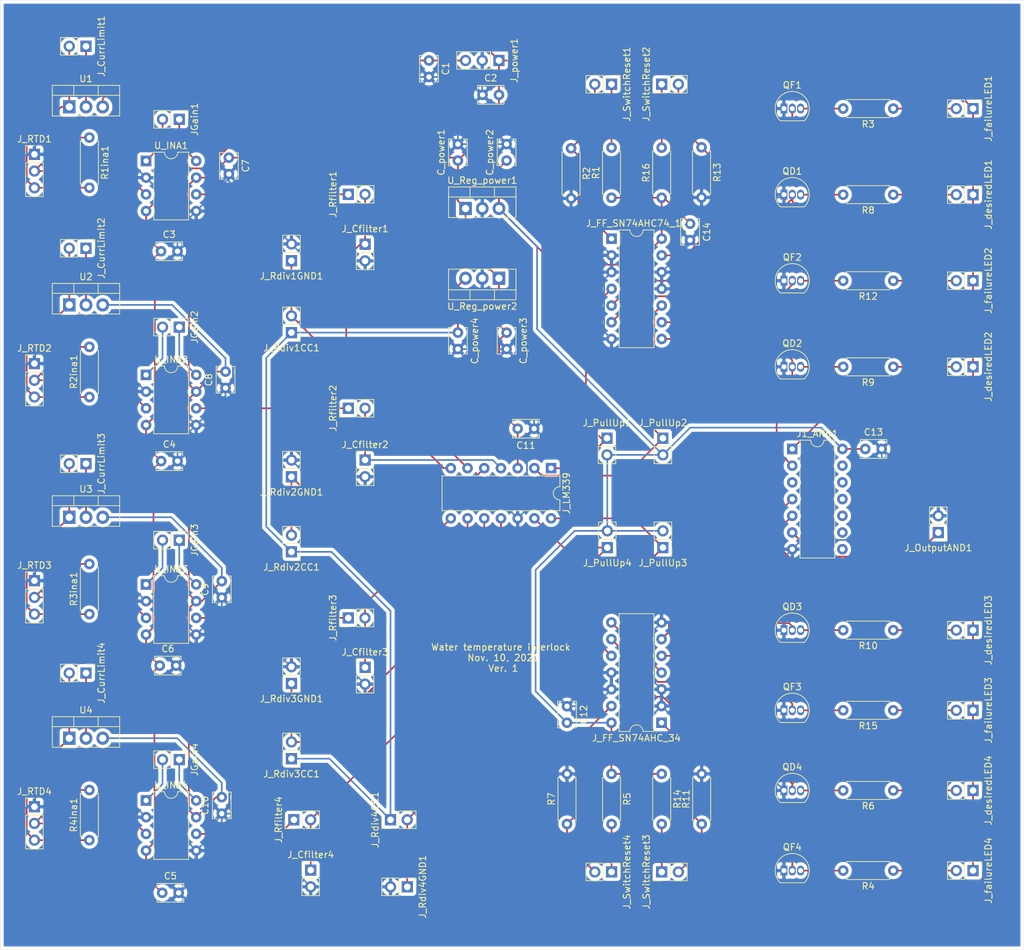
<source format=kicad_pcb>
(kicad_pcb (version 20171130) (host pcbnew "(5.1.10)-1")

  (general
    (thickness 1.6)
    (drawings 5)
    (tracks 470)
    (zones 0)
    (modules 106)
    (nets 82)
  )

  (page A4)
  (layers
    (0 F.Cu signal)
    (31 B.Cu signal hide)
    (32 B.Adhes user)
    (33 F.Adhes user)
    (34 B.Paste user)
    (35 F.Paste user)
    (36 B.SilkS user)
    (37 F.SilkS user)
    (38 B.Mask user)
    (39 F.Mask user)
    (40 Dwgs.User user)
    (41 Cmts.User user)
    (42 Eco1.User user)
    (43 Eco2.User user)
    (44 Edge.Cuts user)
    (45 Margin user)
    (46 B.CrtYd user)
    (47 F.CrtYd user)
    (48 B.Fab user)
    (49 F.Fab user)
  )

  (setup
    (last_trace_width 0.25)
    (trace_clearance 0.2)
    (zone_clearance 0.508)
    (zone_45_only no)
    (trace_min 0.2)
    (via_size 0.8)
    (via_drill 0.4)
    (via_min_size 0.4)
    (via_min_drill 0.3)
    (uvia_size 0.3)
    (uvia_drill 0.1)
    (uvias_allowed no)
    (uvia_min_size 0.2)
    (uvia_min_drill 0.1)
    (edge_width 0.05)
    (segment_width 0.2)
    (pcb_text_width 0.3)
    (pcb_text_size 1.5 1.5)
    (mod_edge_width 0.12)
    (mod_text_size 1 1)
    (mod_text_width 0.15)
    (pad_size 1.524 1.524)
    (pad_drill 0.762)
    (pad_to_mask_clearance 0)
    (aux_axis_origin 0 0)
    (visible_elements 7FFFFFFF)
    (pcbplotparams
      (layerselection 0x01010_fffffffe)
      (usegerberextensions false)
      (usegerberattributes true)
      (usegerberadvancedattributes true)
      (creategerberjobfile true)
      (excludeedgelayer true)
      (linewidth 0.100000)
      (plotframeref false)
      (viasonmask false)
      (mode 1)
      (useauxorigin false)
      (hpglpennumber 1)
      (hpglpenspeed 20)
      (hpglpendiameter 15.000000)
      (psnegative false)
      (psa4output false)
      (plotreference true)
      (plotvalue true)
      (plotinvisibletext false)
      (padsonsilk false)
      (subtractmaskfromsilk false)
      (outputformat 4)
      (mirror false)
      (drillshape 2)
      (scaleselection 1)
      (outputdirectory ""))
  )

  (net 0 "")
  (net 1 GND)
  (net 2 VEE)
  (net 3 VCC)
  (net 4 +5V)
  (net 5 "Net-(J1_AND1-Pad13)")
  (net 6 "Net-(J1_AND1-Pad6)")
  (net 7 "Net-(J1_AND1-Pad12)")
  (net 8 "Net-(J1_AND1-Pad5)")
  (net 9 "Net-(J1_AND1-Pad11)")
  (net 10 "Net-(J1_AND1-Pad4)")
  (net 11 "Net-(J1_AND1-Pad10)")
  (net 12 "Net-(J1_AND1-Pad3)")
  (net 13 "Net-(J1_AND1-Pad9)")
  (net 14 "Net-(J1_AND1-Pad2)")
  (net 15 "Net-(J1_AND1-Pad8)")
  (net 16 "Net-(J1_AND1-Pad1)")
  (net 17 "Net-(J_Cfilter1-Pad1)")
  (net 18 "Net-(J_Cfilter2-Pad1)")
  (net 19 "Net-(J_Cfilter3-Pad1)")
  (net 20 "Net-(J_Cfilter4-Pad1)")
  (net 21 "Net-(J_CurrLimit1-Pad1)")
  (net 22 "Net-(J_CurrLimit1-Pad2)")
  (net 23 "Net-(J_CurrLimit2-Pad2)")
  (net 24 "Net-(J_CurrLimit2-Pad1)")
  (net 25 "Net-(J_CurrLimit3-Pad1)")
  (net 26 "Net-(J_CurrLimit3-Pad2)")
  (net 27 "Net-(J_CurrLimit4-Pad1)")
  (net 28 "Net-(J_CurrLimit4-Pad2)")
  (net 29 "Net-(J_desiredLED1-Pad2)")
  (net 30 "Net-(J_desiredLED2-Pad2)")
  (net 31 "Net-(J_desiredLED3-Pad2)")
  (net 32 "Net-(J_desiredLED4-Pad2)")
  (net 33 "Net-(J_failureLED1-Pad2)")
  (net 34 "Net-(J_FF_SN74AHC74_12-Pad5)")
  (net 35 "Net-(J_failureLED2-Pad2)")
  (net 36 "Net-(J_FF_SN74AHC74_12-Pad9)")
  (net 37 "Net-(J_failureLED3-Pad2)")
  (net 38 "Net-(J_FF_SN74AHC_34-Pad9)")
  (net 39 "Net-(J_FF_SN74AHC_34-Pad5)")
  (net 40 "Net-(J_failureLED4-Pad2)")
  (net 41 "Net-(J_FF_SN74AHC74_12-Pad13)")
  (net 42 "Net-(J_FF_SN74AHC74_12-Pad4)")
  (net 43 "Net-(J_FF_SN74AHC74_12-Pad10)")
  (net 44 "Net-(J_FF_SN74AHC74_12-Pad1)")
  (net 45 "Net-(J_FF_SN74AHC_34-Pad1)")
  (net 46 "Net-(J_FF_SN74AHC_34-Pad10)")
  (net 47 "Net-(J_FF_SN74AHC_34-Pad4)")
  (net 48 "Net-(J_FF_SN74AHC_34-Pad13)")
  (net 49 "Net-(J_LM339-Pad9)")
  (net 50 "Net-(J_LM339-Pad11)")
  (net 51 "Net-(J_LM339-Pad5)")
  (net 52 "Net-(J_LM339-Pad7)")
  (net 53 "Net-(J_Rfilter1-Pad1)")
  (net 54 "Net-(J_Rfilter2-Pad1)")
  (net 55 "Net-(J_Rfilter3-Pad1)")
  (net 56 "Net-(J_Rfilter4-Pad1)")
  (net 57 "Net-(J_RTD1-Pad2)")
  (net 58 "Net-(J_RTD2-Pad2)")
  (net 59 "Net-(J_RTD3-Pad2)")
  (net 60 "Net-(J_RTD4-Pad2)")
  (net 61 "Net-(J_SwitchReset1-Pad1)")
  (net 62 "Net-(J_SwitchReset2-Pad1)")
  (net 63 "Net-(J_SwitchReset3-Pad1)")
  (net 64 "Net-(J_SwitchReset4-Pad1)")
  (net 65 "Net-(JGain1-Pad1)")
  (net 66 "Net-(JGain1-Pad2)")
  (net 67 "Net-(JGain2-Pad2)")
  (net 68 "Net-(JGain2-Pad1)")
  (net 69 "Net-(JGain3-Pad2)")
  (net 70 "Net-(JGain3-Pad1)")
  (net 71 "Net-(JGain4-Pad1)")
  (net 72 "Net-(JGain4-Pad2)")
  (net 73 +5VA)
  (net 74 "Net-(QD1-Pad3)")
  (net 75 "Net-(QD2-Pad3)")
  (net 76 "Net-(QD3-Pad3)")
  (net 77 "Net-(QD4-Pad3)")
  (net 78 "Net-(QF1-Pad3)")
  (net 79 "Net-(QF2-Pad3)")
  (net 80 "Net-(QF3-Pad3)")
  (net 81 "Net-(QF4-Pad3)")

  (net_class Default "This is the default net class."
    (clearance 0.2)
    (trace_width 0.25)
    (via_dia 0.8)
    (via_drill 0.4)
    (uvia_dia 0.3)
    (uvia_drill 0.1)
    (add_net +5V)
    (add_net +5VA)
    (add_net GND)
    (add_net "Net-(J1_AND1-Pad1)")
    (add_net "Net-(J1_AND1-Pad10)")
    (add_net "Net-(J1_AND1-Pad11)")
    (add_net "Net-(J1_AND1-Pad12)")
    (add_net "Net-(J1_AND1-Pad13)")
    (add_net "Net-(J1_AND1-Pad2)")
    (add_net "Net-(J1_AND1-Pad3)")
    (add_net "Net-(J1_AND1-Pad4)")
    (add_net "Net-(J1_AND1-Pad5)")
    (add_net "Net-(J1_AND1-Pad6)")
    (add_net "Net-(J1_AND1-Pad8)")
    (add_net "Net-(J1_AND1-Pad9)")
    (add_net "Net-(JGain1-Pad1)")
    (add_net "Net-(JGain1-Pad2)")
    (add_net "Net-(JGain2-Pad1)")
    (add_net "Net-(JGain2-Pad2)")
    (add_net "Net-(JGain3-Pad1)")
    (add_net "Net-(JGain3-Pad2)")
    (add_net "Net-(JGain4-Pad1)")
    (add_net "Net-(JGain4-Pad2)")
    (add_net "Net-(J_Cfilter1-Pad1)")
    (add_net "Net-(J_Cfilter2-Pad1)")
    (add_net "Net-(J_Cfilter3-Pad1)")
    (add_net "Net-(J_Cfilter4-Pad1)")
    (add_net "Net-(J_CurrLimit1-Pad1)")
    (add_net "Net-(J_CurrLimit1-Pad2)")
    (add_net "Net-(J_CurrLimit2-Pad1)")
    (add_net "Net-(J_CurrLimit2-Pad2)")
    (add_net "Net-(J_CurrLimit3-Pad1)")
    (add_net "Net-(J_CurrLimit3-Pad2)")
    (add_net "Net-(J_CurrLimit4-Pad1)")
    (add_net "Net-(J_CurrLimit4-Pad2)")
    (add_net "Net-(J_FF_SN74AHC74_12-Pad1)")
    (add_net "Net-(J_FF_SN74AHC74_12-Pad10)")
    (add_net "Net-(J_FF_SN74AHC74_12-Pad13)")
    (add_net "Net-(J_FF_SN74AHC74_12-Pad4)")
    (add_net "Net-(J_FF_SN74AHC74_12-Pad5)")
    (add_net "Net-(J_FF_SN74AHC74_12-Pad9)")
    (add_net "Net-(J_FF_SN74AHC_34-Pad1)")
    (add_net "Net-(J_FF_SN74AHC_34-Pad10)")
    (add_net "Net-(J_FF_SN74AHC_34-Pad13)")
    (add_net "Net-(J_FF_SN74AHC_34-Pad4)")
    (add_net "Net-(J_FF_SN74AHC_34-Pad5)")
    (add_net "Net-(J_FF_SN74AHC_34-Pad9)")
    (add_net "Net-(J_LM339-Pad11)")
    (add_net "Net-(J_LM339-Pad5)")
    (add_net "Net-(J_LM339-Pad7)")
    (add_net "Net-(J_LM339-Pad9)")
    (add_net "Net-(J_RTD1-Pad2)")
    (add_net "Net-(J_RTD2-Pad2)")
    (add_net "Net-(J_RTD3-Pad2)")
    (add_net "Net-(J_RTD4-Pad2)")
    (add_net "Net-(J_Rfilter1-Pad1)")
    (add_net "Net-(J_Rfilter2-Pad1)")
    (add_net "Net-(J_Rfilter3-Pad1)")
    (add_net "Net-(J_Rfilter4-Pad1)")
    (add_net "Net-(J_SwitchReset1-Pad1)")
    (add_net "Net-(J_SwitchReset2-Pad1)")
    (add_net "Net-(J_SwitchReset3-Pad1)")
    (add_net "Net-(J_SwitchReset4-Pad1)")
    (add_net "Net-(J_desiredLED1-Pad2)")
    (add_net "Net-(J_desiredLED2-Pad2)")
    (add_net "Net-(J_desiredLED3-Pad2)")
    (add_net "Net-(J_desiredLED4-Pad2)")
    (add_net "Net-(J_failureLED1-Pad2)")
    (add_net "Net-(J_failureLED2-Pad2)")
    (add_net "Net-(J_failureLED3-Pad2)")
    (add_net "Net-(J_failureLED4-Pad2)")
    (add_net "Net-(QD1-Pad3)")
    (add_net "Net-(QD2-Pad3)")
    (add_net "Net-(QD3-Pad3)")
    (add_net "Net-(QD4-Pad3)")
    (add_net "Net-(QF1-Pad3)")
    (add_net "Net-(QF2-Pad3)")
    (add_net "Net-(QF3-Pad3)")
    (add_net "Net-(QF4-Pad3)")
    (add_net VCC)
    (add_net VEE)
  )

  (module Package_DIP:DIP-14_W7.62mm (layer F.Cu) (tedit 5A02E8C5) (tstamp 613C7986)
    (at 108.3183 53.0272)
    (descr "14-lead though-hole mounted DIP package, row spacing 7.62 mm (300 mils)")
    (tags "THT DIP DIL PDIP 2.54mm 7.62mm 300mil")
    (path /6132C657)
    (fp_text reference J_FF_SN74AHC74_12 (at 3.81 -2.33) (layer F.SilkS)
      (effects (font (size 1 1) (thickness 0.15)))
    )
    (fp_text value Conn_02x07_Counter_Clockwise (at 3.81 17.57) (layer F.Fab)
      (effects (font (size 1 1) (thickness 0.15)))
    )
    (fp_line (start 8.7 -1.55) (end -1.1 -1.55) (layer F.CrtYd) (width 0.05))
    (fp_line (start 8.7 16.8) (end 8.7 -1.55) (layer F.CrtYd) (width 0.05))
    (fp_line (start -1.1 16.8) (end 8.7 16.8) (layer F.CrtYd) (width 0.05))
    (fp_line (start -1.1 -1.55) (end -1.1 16.8) (layer F.CrtYd) (width 0.05))
    (fp_line (start 6.46 -1.33) (end 4.81 -1.33) (layer F.SilkS) (width 0.12))
    (fp_line (start 6.46 16.57) (end 6.46 -1.33) (layer F.SilkS) (width 0.12))
    (fp_line (start 1.16 16.57) (end 6.46 16.57) (layer F.SilkS) (width 0.12))
    (fp_line (start 1.16 -1.33) (end 1.16 16.57) (layer F.SilkS) (width 0.12))
    (fp_line (start 2.81 -1.33) (end 1.16 -1.33) (layer F.SilkS) (width 0.12))
    (fp_line (start 0.635 -0.27) (end 1.635 -1.27) (layer F.Fab) (width 0.1))
    (fp_line (start 0.635 16.51) (end 0.635 -0.27) (layer F.Fab) (width 0.1))
    (fp_line (start 6.985 16.51) (end 0.635 16.51) (layer F.Fab) (width 0.1))
    (fp_line (start 6.985 -1.27) (end 6.985 16.51) (layer F.Fab) (width 0.1))
    (fp_line (start 1.635 -1.27) (end 6.985 -1.27) (layer F.Fab) (width 0.1))
    (fp_text user %R (at 3.81 7.62) (layer F.Fab)
      (effects (font (size 1 1) (thickness 0.15)))
    )
    (fp_arc (start 3.81 -1.33) (end 2.81 -1.33) (angle -180) (layer F.SilkS) (width 0.12))
    (pad 14 thru_hole oval (at 7.62 0) (size 1.6 1.6) (drill 0.8) (layers *.Cu *.Mask)
      (net 4 +5V))
    (pad 7 thru_hole oval (at 0 15.24) (size 1.6 1.6) (drill 0.8) (layers *.Cu *.Mask)
      (net 1 GND))
    (pad 13 thru_hole oval (at 7.62 2.54) (size 1.6 1.6) (drill 0.8) (layers *.Cu *.Mask)
      (net 41 "Net-(J_FF_SN74AHC74_12-Pad13)"))
    (pad 6 thru_hole oval (at 0 12.7) (size 1.6 1.6) (drill 0.8) (layers *.Cu *.Mask)
      (net 16 "Net-(J1_AND1-Pad1)"))
    (pad 12 thru_hole oval (at 7.62 5.08) (size 1.6 1.6) (drill 0.8) (layers *.Cu *.Mask)
      (net 1 GND))
    (pad 5 thru_hole oval (at 0 10.16) (size 1.6 1.6) (drill 0.8) (layers *.Cu *.Mask)
      (net 34 "Net-(J_FF_SN74AHC74_12-Pad5)"))
    (pad 11 thru_hole oval (at 7.62 7.62) (size 1.6 1.6) (drill 0.8) (layers *.Cu *.Mask)
      (net 1 GND))
    (pad 4 thru_hole oval (at 0 7.62) (size 1.6 1.6) (drill 0.8) (layers *.Cu *.Mask)
      (net 42 "Net-(J_FF_SN74AHC74_12-Pad4)"))
    (pad 10 thru_hole oval (at 7.62 10.16) (size 1.6 1.6) (drill 0.8) (layers *.Cu *.Mask)
      (net 43 "Net-(J_FF_SN74AHC74_12-Pad10)"))
    (pad 3 thru_hole oval (at 0 5.08) (size 1.6 1.6) (drill 0.8) (layers *.Cu *.Mask)
      (net 1 GND))
    (pad 9 thru_hole oval (at 7.62 12.7) (size 1.6 1.6) (drill 0.8) (layers *.Cu *.Mask)
      (net 36 "Net-(J_FF_SN74AHC74_12-Pad9)"))
    (pad 2 thru_hole oval (at 0 2.54) (size 1.6 1.6) (drill 0.8) (layers *.Cu *.Mask)
      (net 1 GND))
    (pad 8 thru_hole oval (at 7.62 15.24) (size 1.6 1.6) (drill 0.8) (layers *.Cu *.Mask)
      (net 14 "Net-(J1_AND1-Pad2)"))
    (pad 1 thru_hole rect (at 0 0) (size 1.6 1.6) (drill 0.8) (layers *.Cu *.Mask)
      (net 44 "Net-(J_FF_SN74AHC74_12-Pad1)"))
    (model ${KISYS3DMOD}/Package_DIP.3dshapes/DIP-14_W7.62mm.wrl
      (at (xyz 0 0 0))
      (scale (xyz 1 1 1))
      (rotate (xyz 0 0 0))
    )
  )

  (module Connector_PinHeader_2.54mm:PinHeader_1x02_P2.54mm_Vertical (layer F.Cu) (tedit 59FED5CC) (tstamp 61773B02)
    (at 163.2585 72.498372 270)
    (descr "Through hole straight pin header, 1x02, 2.54mm pitch, single row")
    (tags "Through hole pin header THT 1x02 2.54mm single row")
    (path /617B57B1)
    (fp_text reference J_desiredLED2 (at 0 -2.33 90) (layer F.SilkS)
      (effects (font (size 1 1) (thickness 0.15)))
    )
    (fp_text value Conn_01x02 (at 0 4.87 90) (layer F.Fab)
      (effects (font (size 1 1) (thickness 0.15)))
    )
    (fp_line (start 1.8 -1.8) (end -1.8 -1.8) (layer F.CrtYd) (width 0.05))
    (fp_line (start 1.8 4.35) (end 1.8 -1.8) (layer F.CrtYd) (width 0.05))
    (fp_line (start -1.8 4.35) (end 1.8 4.35) (layer F.CrtYd) (width 0.05))
    (fp_line (start -1.8 -1.8) (end -1.8 4.35) (layer F.CrtYd) (width 0.05))
    (fp_line (start -1.33 -1.33) (end 0 -1.33) (layer F.SilkS) (width 0.12))
    (fp_line (start -1.33 0) (end -1.33 -1.33) (layer F.SilkS) (width 0.12))
    (fp_line (start -1.33 1.27) (end 1.33 1.27) (layer F.SilkS) (width 0.12))
    (fp_line (start 1.33 1.27) (end 1.33 3.87) (layer F.SilkS) (width 0.12))
    (fp_line (start -1.33 1.27) (end -1.33 3.87) (layer F.SilkS) (width 0.12))
    (fp_line (start -1.33 3.87) (end 1.33 3.87) (layer F.SilkS) (width 0.12))
    (fp_line (start -1.27 -0.635) (end -0.635 -1.27) (layer F.Fab) (width 0.1))
    (fp_line (start -1.27 3.81) (end -1.27 -0.635) (layer F.Fab) (width 0.1))
    (fp_line (start 1.27 3.81) (end -1.27 3.81) (layer F.Fab) (width 0.1))
    (fp_line (start 1.27 -1.27) (end 1.27 3.81) (layer F.Fab) (width 0.1))
    (fp_line (start -0.635 -1.27) (end 1.27 -1.27) (layer F.Fab) (width 0.1))
    (fp_text user %R (at 0 1.27) (layer F.Fab)
      (effects (font (size 1 1) (thickness 0.15)))
    )
    (pad 2 thru_hole oval (at 0 2.54 270) (size 1.7 1.7) (drill 1) (layers *.Cu *.Mask)
      (net 30 "Net-(J_desiredLED2-Pad2)"))
    (pad 1 thru_hole rect (at 0 0 270) (size 1.7 1.7) (drill 1) (layers *.Cu *.Mask)
      (net 3 VCC))
    (model ${KISYS3DMOD}/Connector_PinHeader_2.54mm.3dshapes/PinHeader_1x02_P2.54mm_Vertical.wrl
      (at (xyz 0 0 0))
      (scale (xyz 1 1 1))
      (rotate (xyz 0 0 0))
    )
  )

  (module Resistor_THT:R_Axial_DIN0207_L6.3mm_D2.5mm_P7.62mm_Horizontal (layer F.Cu) (tedit 5AE5139B) (tstamp 61774E31)
    (at 122.0216 141.986 90)
    (descr "Resistor, Axial_DIN0207 series, Axial, Horizontal, pin pitch=7.62mm, 0.25W = 1/4W, length*diameter=6.3*2.5mm^2, http://cdn-reichelt.de/documents/datenblatt/B400/1_4W%23YAG.pdf")
    (tags "Resistor Axial_DIN0207 series Axial Horizontal pin pitch 7.62mm 0.25W = 1/4W length 6.3mm diameter 2.5mm")
    (path /61A38FF2)
    (fp_text reference R11 (at 3.81 -2.37 90) (layer F.SilkS)
      (effects (font (size 1 1) (thickness 0.15)))
    )
    (fp_text value R (at 3.81 2.37 90) (layer F.Fab)
      (effects (font (size 1 1) (thickness 0.15)))
    )
    (fp_line (start 0.66 -1.25) (end 0.66 1.25) (layer F.Fab) (width 0.1))
    (fp_line (start 0.66 1.25) (end 6.96 1.25) (layer F.Fab) (width 0.1))
    (fp_line (start 6.96 1.25) (end 6.96 -1.25) (layer F.Fab) (width 0.1))
    (fp_line (start 6.96 -1.25) (end 0.66 -1.25) (layer F.Fab) (width 0.1))
    (fp_line (start 0 0) (end 0.66 0) (layer F.Fab) (width 0.1))
    (fp_line (start 7.62 0) (end 6.96 0) (layer F.Fab) (width 0.1))
    (fp_line (start 0.54 -1.04) (end 0.54 -1.37) (layer F.SilkS) (width 0.12))
    (fp_line (start 0.54 -1.37) (end 7.08 -1.37) (layer F.SilkS) (width 0.12))
    (fp_line (start 7.08 -1.37) (end 7.08 -1.04) (layer F.SilkS) (width 0.12))
    (fp_line (start 0.54 1.04) (end 0.54 1.37) (layer F.SilkS) (width 0.12))
    (fp_line (start 0.54 1.37) (end 7.08 1.37) (layer F.SilkS) (width 0.12))
    (fp_line (start 7.08 1.37) (end 7.08 1.04) (layer F.SilkS) (width 0.12))
    (fp_line (start -1.05 -1.5) (end -1.05 1.5) (layer F.CrtYd) (width 0.05))
    (fp_line (start -1.05 1.5) (end 8.67 1.5) (layer F.CrtYd) (width 0.05))
    (fp_line (start 8.67 1.5) (end 8.67 -1.5) (layer F.CrtYd) (width 0.05))
    (fp_line (start 8.67 -1.5) (end -1.05 -1.5) (layer F.CrtYd) (width 0.05))
    (fp_text user %R (at 3.81 0 270) (layer F.Fab)
      (effects (font (size 1 1) (thickness 0.15)))
    )
    (pad 1 thru_hole circle (at 0 0 90) (size 1.6 1.6) (drill 0.8) (layers *.Cu *.Mask)
      (net 45 "Net-(J_FF_SN74AHC_34-Pad1)"))
    (pad 2 thru_hole oval (at 7.62 0 90) (size 1.6 1.6) (drill 0.8) (layers *.Cu *.Mask)
      (net 1 GND))
    (model ${KISYS3DMOD}/Resistor_THT.3dshapes/R_Axial_DIN0207_L6.3mm_D2.5mm_P7.62mm_Horizontal.wrl
      (at (xyz 0 0 0))
      (scale (xyz 1 1 1))
      (rotate (xyz 0 0 0))
    )
  )

  (module Connector_PinHeader_2.54mm:PinHeader_1x02_P2.54mm_Vertical (layer F.Cu) (tedit 59FED5CC) (tstamp 613C7A91)
    (at 59.6773 100.6221 180)
    (descr "Through hole straight pin header, 1x02, 2.54mm pitch, single row")
    (tags "Through hole pin header THT 1x02 2.54mm single row")
    (path /6146EB9C)
    (fp_text reference J_Rdiv2CC1 (at 0 -2.33) (layer F.SilkS)
      (effects (font (size 1 1) (thickness 0.15)))
    )
    (fp_text value Conn_01x02 (at 0 4.87) (layer F.Fab)
      (effects (font (size 1 1) (thickness 0.15)))
    )
    (fp_line (start 1.8 -1.8) (end -1.8 -1.8) (layer F.CrtYd) (width 0.05))
    (fp_line (start 1.8 4.35) (end 1.8 -1.8) (layer F.CrtYd) (width 0.05))
    (fp_line (start -1.8 4.35) (end 1.8 4.35) (layer F.CrtYd) (width 0.05))
    (fp_line (start -1.8 -1.8) (end -1.8 4.35) (layer F.CrtYd) (width 0.05))
    (fp_line (start -1.33 -1.33) (end 0 -1.33) (layer F.SilkS) (width 0.12))
    (fp_line (start -1.33 0) (end -1.33 -1.33) (layer F.SilkS) (width 0.12))
    (fp_line (start -1.33 1.27) (end 1.33 1.27) (layer F.SilkS) (width 0.12))
    (fp_line (start 1.33 1.27) (end 1.33 3.87) (layer F.SilkS) (width 0.12))
    (fp_line (start -1.33 1.27) (end -1.33 3.87) (layer F.SilkS) (width 0.12))
    (fp_line (start -1.33 3.87) (end 1.33 3.87) (layer F.SilkS) (width 0.12))
    (fp_line (start -1.27 -0.635) (end -0.635 -1.27) (layer F.Fab) (width 0.1))
    (fp_line (start -1.27 3.81) (end -1.27 -0.635) (layer F.Fab) (width 0.1))
    (fp_line (start 1.27 3.81) (end -1.27 3.81) (layer F.Fab) (width 0.1))
    (fp_line (start 1.27 -1.27) (end 1.27 3.81) (layer F.Fab) (width 0.1))
    (fp_line (start -0.635 -1.27) (end 1.27 -1.27) (layer F.Fab) (width 0.1))
    (fp_text user %R (at 0 1.27 90) (layer F.Fab)
      (effects (font (size 1 1) (thickness 0.15)))
    )
    (pad 2 thru_hole oval (at 0 2.54 180) (size 1.7 1.7) (drill 1) (layers *.Cu *.Mask)
      (net 51 "Net-(J_LM339-Pad5)"))
    (pad 1 thru_hole rect (at 0 0 180) (size 1.7 1.7) (drill 1) (layers *.Cu *.Mask)
      (net 73 +5VA))
    (model ${KISYS3DMOD}/Connector_PinHeader_2.54mm.3dshapes/PinHeader_1x02_P2.54mm_Vertical.wrl
      (at (xyz 0 0 0))
      (scale (xyz 1 1 1))
      (rotate (xyz 0 0 0))
    )
  )

  (module Connector_PinHeader_2.54mm:PinHeader_1x02_P2.54mm_Vertical (layer F.Cu) (tedit 59FED5CC) (tstamp 613C7A4F)
    (at 107.67822 99.96932 180)
    (descr "Through hole straight pin header, 1x02, 2.54mm pitch, single row")
    (tags "Through hole pin header THT 1x02 2.54mm single row")
    (path /61815BB2)
    (fp_text reference J_PullUp4 (at 0 -2.33) (layer F.SilkS)
      (effects (font (size 1 1) (thickness 0.15)))
    )
    (fp_text value Conn_01x02 (at 0 4.87) (layer F.Fab)
      (effects (font (size 1 1) (thickness 0.15)))
    )
    (fp_line (start -0.635 -1.27) (end 1.27 -1.27) (layer F.Fab) (width 0.1))
    (fp_line (start 1.27 -1.27) (end 1.27 3.81) (layer F.Fab) (width 0.1))
    (fp_line (start 1.27 3.81) (end -1.27 3.81) (layer F.Fab) (width 0.1))
    (fp_line (start -1.27 3.81) (end -1.27 -0.635) (layer F.Fab) (width 0.1))
    (fp_line (start -1.27 -0.635) (end -0.635 -1.27) (layer F.Fab) (width 0.1))
    (fp_line (start -1.33 3.87) (end 1.33 3.87) (layer F.SilkS) (width 0.12))
    (fp_line (start -1.33 1.27) (end -1.33 3.87) (layer F.SilkS) (width 0.12))
    (fp_line (start 1.33 1.27) (end 1.33 3.87) (layer F.SilkS) (width 0.12))
    (fp_line (start -1.33 1.27) (end 1.33 1.27) (layer F.SilkS) (width 0.12))
    (fp_line (start -1.33 0) (end -1.33 -1.33) (layer F.SilkS) (width 0.12))
    (fp_line (start -1.33 -1.33) (end 0 -1.33) (layer F.SilkS) (width 0.12))
    (fp_line (start -1.8 -1.8) (end -1.8 4.35) (layer F.CrtYd) (width 0.05))
    (fp_line (start -1.8 4.35) (end 1.8 4.35) (layer F.CrtYd) (width 0.05))
    (fp_line (start 1.8 4.35) (end 1.8 -1.8) (layer F.CrtYd) (width 0.05))
    (fp_line (start 1.8 -1.8) (end -1.8 -1.8) (layer F.CrtYd) (width 0.05))
    (fp_text user %R (at 0 1.27 90) (layer F.Fab)
      (effects (font (size 1 1) (thickness 0.15)))
    )
    (pad 1 thru_hole rect (at 0 0 180) (size 1.7 1.7) (drill 1) (layers *.Cu *.Mask)
      (net 46 "Net-(J_FF_SN74AHC_34-Pad10)"))
    (pad 2 thru_hole oval (at 0 2.54 180) (size 1.7 1.7) (drill 1) (layers *.Cu *.Mask)
      (net 4 +5V))
    (model ${KISYS3DMOD}/Connector_PinHeader_2.54mm.3dshapes/PinHeader_1x02_P2.54mm_Vertical.wrl
      (at (xyz 0 0 0))
      (scale (xyz 1 1 1))
      (rotate (xyz 0 0 0))
    )
  )

  (module Connector_PinHeader_2.54mm:PinHeader_1x02_P2.54mm_Vertical (layer F.Cu) (tedit 59FED5CC) (tstamp 613C7A0D)
    (at 107.63 83.34756)
    (descr "Through hole straight pin header, 1x02, 2.54mm pitch, single row")
    (tags "Through hole pin header THT 1x02 2.54mm single row")
    (path /6180E9AA)
    (fp_text reference J_PullUp1 (at 0 -2.33) (layer F.SilkS)
      (effects (font (size 1 1) (thickness 0.15)))
    )
    (fp_text value Conn_01x02 (at 0 4.87) (layer F.Fab)
      (effects (font (size 1 1) (thickness 0.15)))
    )
    (fp_line (start -0.635 -1.27) (end 1.27 -1.27) (layer F.Fab) (width 0.1))
    (fp_line (start 1.27 -1.27) (end 1.27 3.81) (layer F.Fab) (width 0.1))
    (fp_line (start 1.27 3.81) (end -1.27 3.81) (layer F.Fab) (width 0.1))
    (fp_line (start -1.27 3.81) (end -1.27 -0.635) (layer F.Fab) (width 0.1))
    (fp_line (start -1.27 -0.635) (end -0.635 -1.27) (layer F.Fab) (width 0.1))
    (fp_line (start -1.33 3.87) (end 1.33 3.87) (layer F.SilkS) (width 0.12))
    (fp_line (start -1.33 1.27) (end -1.33 3.87) (layer F.SilkS) (width 0.12))
    (fp_line (start 1.33 1.27) (end 1.33 3.87) (layer F.SilkS) (width 0.12))
    (fp_line (start -1.33 1.27) (end 1.33 1.27) (layer F.SilkS) (width 0.12))
    (fp_line (start -1.33 0) (end -1.33 -1.33) (layer F.SilkS) (width 0.12))
    (fp_line (start -1.33 -1.33) (end 0 -1.33) (layer F.SilkS) (width 0.12))
    (fp_line (start -1.8 -1.8) (end -1.8 4.35) (layer F.CrtYd) (width 0.05))
    (fp_line (start -1.8 4.35) (end 1.8 4.35) (layer F.CrtYd) (width 0.05))
    (fp_line (start 1.8 4.35) (end 1.8 -1.8) (layer F.CrtYd) (width 0.05))
    (fp_line (start 1.8 -1.8) (end -1.8 -1.8) (layer F.CrtYd) (width 0.05))
    (fp_text user %R (at 0 1.27 90) (layer F.Fab)
      (effects (font (size 1 1) (thickness 0.15)))
    )
    (pad 1 thru_hole rect (at 0 0) (size 1.7 1.7) (drill 1) (layers *.Cu *.Mask)
      (net 42 "Net-(J_FF_SN74AHC74_12-Pad4)"))
    (pad 2 thru_hole oval (at 0 2.54) (size 1.7 1.7) (drill 1) (layers *.Cu *.Mask)
      (net 4 +5V))
    (model ${KISYS3DMOD}/Connector_PinHeader_2.54mm.3dshapes/PinHeader_1x02_P2.54mm_Vertical.wrl
      (at (xyz 0 0 0))
      (scale (xyz 1 1 1))
      (rotate (xyz 0 0 0))
    )
  )

  (module Package_DIP:DIP-14_W7.62mm (layer F.Cu) (tedit 5A02E8C5) (tstamp 613C79CA)
    (at 99.1362 87.9094 270)
    (descr "14-lead though-hole mounted DIP package, row spacing 7.62 mm (300 mils)")
    (tags "THT DIP DIL PDIP 2.54mm 7.62mm 300mil")
    (path /613A8EA8)
    (fp_text reference J_LM339 (at 3.81 -2.33 90) (layer F.SilkS)
      (effects (font (size 1 1) (thickness 0.15)))
    )
    (fp_text value Conn_02x07_CCW (at 3.81 17.57 90) (layer F.Fab)
      (effects (font (size 1 1) (thickness 0.15)))
    )
    (fp_line (start 1.635 -1.27) (end 6.985 -1.27) (layer F.Fab) (width 0.1))
    (fp_line (start 6.985 -1.27) (end 6.985 16.51) (layer F.Fab) (width 0.1))
    (fp_line (start 6.985 16.51) (end 0.635 16.51) (layer F.Fab) (width 0.1))
    (fp_line (start 0.635 16.51) (end 0.635 -0.27) (layer F.Fab) (width 0.1))
    (fp_line (start 0.635 -0.27) (end 1.635 -1.27) (layer F.Fab) (width 0.1))
    (fp_line (start 2.81 -1.33) (end 1.16 -1.33) (layer F.SilkS) (width 0.12))
    (fp_line (start 1.16 -1.33) (end 1.16 16.57) (layer F.SilkS) (width 0.12))
    (fp_line (start 1.16 16.57) (end 6.46 16.57) (layer F.SilkS) (width 0.12))
    (fp_line (start 6.46 16.57) (end 6.46 -1.33) (layer F.SilkS) (width 0.12))
    (fp_line (start 6.46 -1.33) (end 4.81 -1.33) (layer F.SilkS) (width 0.12))
    (fp_line (start -1.1 -1.55) (end -1.1 16.8) (layer F.CrtYd) (width 0.05))
    (fp_line (start -1.1 16.8) (end 8.7 16.8) (layer F.CrtYd) (width 0.05))
    (fp_line (start 8.7 16.8) (end 8.7 -1.55) (layer F.CrtYd) (width 0.05))
    (fp_line (start 8.7 -1.55) (end -1.1 -1.55) (layer F.CrtYd) (width 0.05))
    (fp_arc (start 3.81 -1.33) (end 2.81 -1.33) (angle -180) (layer F.SilkS) (width 0.12))
    (fp_text user %R (at 3.81 7.62 90) (layer F.Fab)
      (effects (font (size 1 1) (thickness 0.15)))
    )
    (pad 1 thru_hole rect (at 0 0 270) (size 1.6 1.6) (drill 0.8) (layers *.Cu *.Mask)
      (net 42 "Net-(J_FF_SN74AHC74_12-Pad4)"))
    (pad 8 thru_hole oval (at 7.62 15.24 270) (size 1.6 1.6) (drill 0.8) (layers *.Cu *.Mask)
      (net 19 "Net-(J_Cfilter3-Pad1)"))
    (pad 2 thru_hole oval (at 0 2.54 270) (size 1.6 1.6) (drill 0.8) (layers *.Cu *.Mask)
      (net 43 "Net-(J_FF_SN74AHC74_12-Pad10)"))
    (pad 9 thru_hole oval (at 7.62 12.7 270) (size 1.6 1.6) (drill 0.8) (layers *.Cu *.Mask)
      (net 49 "Net-(J_LM339-Pad9)"))
    (pad 3 thru_hole oval (at 0 5.08 270) (size 1.6 1.6) (drill 0.8) (layers *.Cu *.Mask)
      (net 3 VCC))
    (pad 10 thru_hole oval (at 7.62 10.16 270) (size 1.6 1.6) (drill 0.8) (layers *.Cu *.Mask)
      (net 20 "Net-(J_Cfilter4-Pad1)"))
    (pad 4 thru_hole oval (at 0 7.62 270) (size 1.6 1.6) (drill 0.8) (layers *.Cu *.Mask)
      (net 18 "Net-(J_Cfilter2-Pad1)"))
    (pad 11 thru_hole oval (at 7.62 7.62 270) (size 1.6 1.6) (drill 0.8) (layers *.Cu *.Mask)
      (net 50 "Net-(J_LM339-Pad11)"))
    (pad 5 thru_hole oval (at 0 10.16 270) (size 1.6 1.6) (drill 0.8) (layers *.Cu *.Mask)
      (net 51 "Net-(J_LM339-Pad5)"))
    (pad 12 thru_hole oval (at 7.62 5.08 270) (size 1.6 1.6) (drill 0.8) (layers *.Cu *.Mask)
      (net 1 GND))
    (pad 6 thru_hole oval (at 0 12.7 270) (size 1.6 1.6) (drill 0.8) (layers *.Cu *.Mask)
      (net 17 "Net-(J_Cfilter1-Pad1)"))
    (pad 13 thru_hole oval (at 7.62 2.54 270) (size 1.6 1.6) (drill 0.8) (layers *.Cu *.Mask)
      (net 46 "Net-(J_FF_SN74AHC_34-Pad10)"))
    (pad 7 thru_hole oval (at 0 15.24 270) (size 1.6 1.6) (drill 0.8) (layers *.Cu *.Mask)
      (net 52 "Net-(J_LM339-Pad7)"))
    (pad 14 thru_hole oval (at 7.62 0 270) (size 1.6 1.6) (drill 0.8) (layers *.Cu *.Mask)
      (net 47 "Net-(J_FF_SN74AHC_34-Pad4)"))
    (model ${KISYS3DMOD}/Package_DIP.3dshapes/DIP-14_W7.62mm.wrl
      (at (xyz 0 0 0))
      (scale (xyz 1 1 1))
      (rotate (xyz 0 0 0))
    )
  )

  (module Connector_PinHeader_2.54mm:PinHeader_1x02_P2.54mm_Vertical (layer F.Cu) (tedit 59FED5CC) (tstamp 613C7830)
    (at 70.8633 86.6648)
    (descr "Through hole straight pin header, 1x02, 2.54mm pitch, single row")
    (tags "Through hole pin header THT 1x02 2.54mm single row")
    (path /6146EBF0)
    (fp_text reference J_Cfilter2 (at 0 -2.33) (layer F.SilkS)
      (effects (font (size 1 1) (thickness 0.15)))
    )
    (fp_text value Conn_01x02 (at 0 4.87) (layer F.Fab)
      (effects (font (size 1 1) (thickness 0.15)))
    )
    (fp_line (start 1.8 -1.8) (end -1.8 -1.8) (layer F.CrtYd) (width 0.05))
    (fp_line (start 1.8 4.35) (end 1.8 -1.8) (layer F.CrtYd) (width 0.05))
    (fp_line (start -1.8 4.35) (end 1.8 4.35) (layer F.CrtYd) (width 0.05))
    (fp_line (start -1.8 -1.8) (end -1.8 4.35) (layer F.CrtYd) (width 0.05))
    (fp_line (start -1.33 -1.33) (end 0 -1.33) (layer F.SilkS) (width 0.12))
    (fp_line (start -1.33 0) (end -1.33 -1.33) (layer F.SilkS) (width 0.12))
    (fp_line (start -1.33 1.27) (end 1.33 1.27) (layer F.SilkS) (width 0.12))
    (fp_line (start 1.33 1.27) (end 1.33 3.87) (layer F.SilkS) (width 0.12))
    (fp_line (start -1.33 1.27) (end -1.33 3.87) (layer F.SilkS) (width 0.12))
    (fp_line (start -1.33 3.87) (end 1.33 3.87) (layer F.SilkS) (width 0.12))
    (fp_line (start -1.27 -0.635) (end -0.635 -1.27) (layer F.Fab) (width 0.1))
    (fp_line (start -1.27 3.81) (end -1.27 -0.635) (layer F.Fab) (width 0.1))
    (fp_line (start 1.27 3.81) (end -1.27 3.81) (layer F.Fab) (width 0.1))
    (fp_line (start 1.27 -1.27) (end 1.27 3.81) (layer F.Fab) (width 0.1))
    (fp_line (start -0.635 -1.27) (end 1.27 -1.27) (layer F.Fab) (width 0.1))
    (fp_text user %R (at 0 1.27 -270) (layer F.Fab)
      (effects (font (size 1 1) (thickness 0.15)))
    )
    (pad 2 thru_hole oval (at 0 2.54) (size 1.7 1.7) (drill 1) (layers *.Cu *.Mask)
      (net 1 GND))
    (pad 1 thru_hole rect (at 0 0) (size 1.7 1.7) (drill 1) (layers *.Cu *.Mask)
      (net 18 "Net-(J_Cfilter2-Pad1)"))
    (model ${KISYS3DMOD}/Connector_PinHeader_2.54mm.3dshapes/PinHeader_1x02_P2.54mm_Vertical.wrl
      (at (xyz 0 0 0))
      (scale (xyz 1 1 1))
      (rotate (xyz 0 0 0))
    )
  )

  (module Package_DIP:DIP-8_W7.62mm (layer F.Cu) (tedit 5A02E8C5) (tstamp 613C7E47)
    (at 37.5793 41.2115)
    (descr "8-lead though-hole mounted DIP package, row spacing 7.62 mm (300 mils)")
    (tags "THT DIP DIL PDIP 2.54mm 7.62mm 300mil")
    (path /61385CB6)
    (fp_text reference U_INA1 (at 3.81 -2.33) (layer F.SilkS)
      (effects (font (size 1 1) (thickness 0.15)))
    )
    (fp_text value INA128 (at 3.81 9.95) (layer F.Fab)
      (effects (font (size 1 1) (thickness 0.15)))
    )
    (fp_line (start 8.7 -1.55) (end -1.1 -1.55) (layer F.CrtYd) (width 0.05))
    (fp_line (start 8.7 9.15) (end 8.7 -1.55) (layer F.CrtYd) (width 0.05))
    (fp_line (start -1.1 9.15) (end 8.7 9.15) (layer F.CrtYd) (width 0.05))
    (fp_line (start -1.1 -1.55) (end -1.1 9.15) (layer F.CrtYd) (width 0.05))
    (fp_line (start 6.46 -1.33) (end 4.81 -1.33) (layer F.SilkS) (width 0.12))
    (fp_line (start 6.46 8.95) (end 6.46 -1.33) (layer F.SilkS) (width 0.12))
    (fp_line (start 1.16 8.95) (end 6.46 8.95) (layer F.SilkS) (width 0.12))
    (fp_line (start 1.16 -1.33) (end 1.16 8.95) (layer F.SilkS) (width 0.12))
    (fp_line (start 2.81 -1.33) (end 1.16 -1.33) (layer F.SilkS) (width 0.12))
    (fp_line (start 0.635 -0.27) (end 1.635 -1.27) (layer F.Fab) (width 0.1))
    (fp_line (start 0.635 8.89) (end 0.635 -0.27) (layer F.Fab) (width 0.1))
    (fp_line (start 6.985 8.89) (end 0.635 8.89) (layer F.Fab) (width 0.1))
    (fp_line (start 6.985 -1.27) (end 6.985 8.89) (layer F.Fab) (width 0.1))
    (fp_line (start 1.635 -1.27) (end 6.985 -1.27) (layer F.Fab) (width 0.1))
    (fp_text user %R (at 3.81 3.81) (layer F.Fab)
      (effects (font (size 1 1) (thickness 0.15)))
    )
    (fp_arc (start 3.81 -1.33) (end 2.81 -1.33) (angle -180) (layer F.SilkS) (width 0.12))
    (pad 8 thru_hole oval (at 7.62 0) (size 1.6 1.6) (drill 0.8) (layers *.Cu *.Mask)
      (net 65 "Net-(JGain1-Pad1)"))
    (pad 4 thru_hole oval (at 0 7.62) (size 1.6 1.6) (drill 0.8) (layers *.Cu *.Mask)
      (net 2 VEE))
    (pad 7 thru_hole oval (at 7.62 2.54) (size 1.6 1.6) (drill 0.8) (layers *.Cu *.Mask)
      (net 3 VCC))
    (pad 3 thru_hole oval (at 0 5.08) (size 1.6 1.6) (drill 0.8) (layers *.Cu *.Mask)
      (net 57 "Net-(J_RTD1-Pad2)"))
    (pad 6 thru_hole oval (at 7.62 5.08) (size 1.6 1.6) (drill 0.8) (layers *.Cu *.Mask)
      (net 53 "Net-(J_Rfilter1-Pad1)"))
    (pad 2 thru_hole oval (at 0 2.54) (size 1.6 1.6) (drill 0.8) (layers *.Cu *.Mask)
      (net 1 GND))
    (pad 5 thru_hole oval (at 7.62 7.62) (size 1.6 1.6) (drill 0.8) (layers *.Cu *.Mask)
      (net 1 GND))
    (pad 1 thru_hole rect (at 0 0) (size 1.6 1.6) (drill 0.8) (layers *.Cu *.Mask)
      (net 66 "Net-(JGain1-Pad2)"))
    (model ${KISYS3DMOD}/Package_DIP.3dshapes/DIP-8_W7.62mm.wrl
      (at (xyz 0 0 0))
      (scale (xyz 1 1 1))
      (rotate (xyz 0 0 0))
    )
  )

  (module Package_DIP:DIP-8_W7.62mm (layer F.Cu) (tedit 5A02E8C5) (tstamp 613C7E63)
    (at 37.5793 73.7235)
    (descr "8-lead though-hole mounted DIP package, row spacing 7.62 mm (300 mils)")
    (tags "THT DIP DIL PDIP 2.54mm 7.62mm 300mil")
    (path /6146EBCB)
    (fp_text reference U_INA2 (at 3.81 -2.33) (layer F.SilkS)
      (effects (font (size 1 1) (thickness 0.15)))
    )
    (fp_text value INA128 (at 3.81 9.95) (layer F.Fab)
      (effects (font (size 1 1) (thickness 0.15)))
    )
    (fp_line (start 1.635 -1.27) (end 6.985 -1.27) (layer F.Fab) (width 0.1))
    (fp_line (start 6.985 -1.27) (end 6.985 8.89) (layer F.Fab) (width 0.1))
    (fp_line (start 6.985 8.89) (end 0.635 8.89) (layer F.Fab) (width 0.1))
    (fp_line (start 0.635 8.89) (end 0.635 -0.27) (layer F.Fab) (width 0.1))
    (fp_line (start 0.635 -0.27) (end 1.635 -1.27) (layer F.Fab) (width 0.1))
    (fp_line (start 2.81 -1.33) (end 1.16 -1.33) (layer F.SilkS) (width 0.12))
    (fp_line (start 1.16 -1.33) (end 1.16 8.95) (layer F.SilkS) (width 0.12))
    (fp_line (start 1.16 8.95) (end 6.46 8.95) (layer F.SilkS) (width 0.12))
    (fp_line (start 6.46 8.95) (end 6.46 -1.33) (layer F.SilkS) (width 0.12))
    (fp_line (start 6.46 -1.33) (end 4.81 -1.33) (layer F.SilkS) (width 0.12))
    (fp_line (start -1.1 -1.55) (end -1.1 9.15) (layer F.CrtYd) (width 0.05))
    (fp_line (start -1.1 9.15) (end 8.7 9.15) (layer F.CrtYd) (width 0.05))
    (fp_line (start 8.7 9.15) (end 8.7 -1.55) (layer F.CrtYd) (width 0.05))
    (fp_line (start 8.7 -1.55) (end -1.1 -1.55) (layer F.CrtYd) (width 0.05))
    (fp_arc (start 3.81 -1.33) (end 2.81 -1.33) (angle -180) (layer F.SilkS) (width 0.12))
    (fp_text user %R (at 3.81 3.81) (layer F.Fab)
      (effects (font (size 1 1) (thickness 0.15)))
    )
    (pad 1 thru_hole rect (at 0 0) (size 1.6 1.6) (drill 0.8) (layers *.Cu *.Mask)
      (net 67 "Net-(JGain2-Pad2)"))
    (pad 5 thru_hole oval (at 7.62 7.62) (size 1.6 1.6) (drill 0.8) (layers *.Cu *.Mask)
      (net 1 GND))
    (pad 2 thru_hole oval (at 0 2.54) (size 1.6 1.6) (drill 0.8) (layers *.Cu *.Mask)
      (net 1 GND))
    (pad 6 thru_hole oval (at 7.62 5.08) (size 1.6 1.6) (drill 0.8) (layers *.Cu *.Mask)
      (net 54 "Net-(J_Rfilter2-Pad1)"))
    (pad 3 thru_hole oval (at 0 5.08) (size 1.6 1.6) (drill 0.8) (layers *.Cu *.Mask)
      (net 58 "Net-(J_RTD2-Pad2)"))
    (pad 7 thru_hole oval (at 7.62 2.54) (size 1.6 1.6) (drill 0.8) (layers *.Cu *.Mask)
      (net 3 VCC))
    (pad 4 thru_hole oval (at 0 7.62) (size 1.6 1.6) (drill 0.8) (layers *.Cu *.Mask)
      (net 2 VEE))
    (pad 8 thru_hole oval (at 7.62 0) (size 1.6 1.6) (drill 0.8) (layers *.Cu *.Mask)
      (net 68 "Net-(JGain2-Pad1)"))
    (model ${KISYS3DMOD}/Package_DIP.3dshapes/DIP-8_W7.62mm.wrl
      (at (xyz 0 0 0))
      (scale (xyz 1 1 1))
      (rotate (xyz 0 0 0))
    )
  )

  (module Package_DIP:DIP-14_W7.62mm (layer F.Cu) (tedit 5A02E8C5) (tstamp 613C79A8)
    (at 115.9183 126.592 180)
    (descr "14-lead though-hole mounted DIP package, row spacing 7.62 mm (300 mils)")
    (tags "THT DIP DIL PDIP 2.54mm 7.62mm 300mil")
    (path /61A39082)
    (fp_text reference J_FF_SN74AHC_34 (at 3.81 -2.33) (layer F.SilkS)
      (effects (font (size 1 1) (thickness 0.15)))
    )
    (fp_text value Conn_02x07_Counter_Clockwise (at 3.81 17.57) (layer F.Fab)
      (effects (font (size 1 1) (thickness 0.15)))
    )
    (fp_line (start 1.635 -1.27) (end 6.985 -1.27) (layer F.Fab) (width 0.1))
    (fp_line (start 6.985 -1.27) (end 6.985 16.51) (layer F.Fab) (width 0.1))
    (fp_line (start 6.985 16.51) (end 0.635 16.51) (layer F.Fab) (width 0.1))
    (fp_line (start 0.635 16.51) (end 0.635 -0.27) (layer F.Fab) (width 0.1))
    (fp_line (start 0.635 -0.27) (end 1.635 -1.27) (layer F.Fab) (width 0.1))
    (fp_line (start 2.81 -1.33) (end 1.16 -1.33) (layer F.SilkS) (width 0.12))
    (fp_line (start 1.16 -1.33) (end 1.16 16.57) (layer F.SilkS) (width 0.12))
    (fp_line (start 1.16 16.57) (end 6.46 16.57) (layer F.SilkS) (width 0.12))
    (fp_line (start 6.46 16.57) (end 6.46 -1.33) (layer F.SilkS) (width 0.12))
    (fp_line (start 6.46 -1.33) (end 4.81 -1.33) (layer F.SilkS) (width 0.12))
    (fp_line (start -1.1 -1.55) (end -1.1 16.8) (layer F.CrtYd) (width 0.05))
    (fp_line (start -1.1 16.8) (end 8.7 16.8) (layer F.CrtYd) (width 0.05))
    (fp_line (start 8.7 16.8) (end 8.7 -1.55) (layer F.CrtYd) (width 0.05))
    (fp_line (start 8.7 -1.55) (end -1.1 -1.55) (layer F.CrtYd) (width 0.05))
    (fp_arc (start 3.81 -1.33) (end 2.81 -1.33) (angle -180) (layer F.SilkS) (width 0.12))
    (fp_text user %R (at 3.81 7.62) (layer F.Fab)
      (effects (font (size 1 1) (thickness 0.15)))
    )
    (pad 1 thru_hole rect (at 0 0 180) (size 1.6 1.6) (drill 0.8) (layers *.Cu *.Mask)
      (net 45 "Net-(J_FF_SN74AHC_34-Pad1)"))
    (pad 8 thru_hole oval (at 7.62 15.24 180) (size 1.6 1.6) (drill 0.8) (layers *.Cu *.Mask)
      (net 8 "Net-(J1_AND1-Pad5)"))
    (pad 2 thru_hole oval (at 0 2.54 180) (size 1.6 1.6) (drill 0.8) (layers *.Cu *.Mask)
      (net 1 GND))
    (pad 9 thru_hole oval (at 7.62 12.7 180) (size 1.6 1.6) (drill 0.8) (layers *.Cu *.Mask)
      (net 38 "Net-(J_FF_SN74AHC_34-Pad9)"))
    (pad 3 thru_hole oval (at 0 5.08 180) (size 1.6 1.6) (drill 0.8) (layers *.Cu *.Mask)
      (net 1 GND))
    (pad 10 thru_hole oval (at 7.62 10.16 180) (size 1.6 1.6) (drill 0.8) (layers *.Cu *.Mask)
      (net 46 "Net-(J_FF_SN74AHC_34-Pad10)"))
    (pad 4 thru_hole oval (at 0 7.62 180) (size 1.6 1.6) (drill 0.8) (layers *.Cu *.Mask)
      (net 47 "Net-(J_FF_SN74AHC_34-Pad4)"))
    (pad 11 thru_hole oval (at 7.62 7.62 180) (size 1.6 1.6) (drill 0.8) (layers *.Cu *.Mask)
      (net 1 GND))
    (pad 5 thru_hole oval (at 0 10.16 180) (size 1.6 1.6) (drill 0.8) (layers *.Cu *.Mask)
      (net 39 "Net-(J_FF_SN74AHC_34-Pad5)"))
    (pad 12 thru_hole oval (at 7.62 5.08 180) (size 1.6 1.6) (drill 0.8) (layers *.Cu *.Mask)
      (net 1 GND))
    (pad 6 thru_hole oval (at 0 12.7 180) (size 1.6 1.6) (drill 0.8) (layers *.Cu *.Mask)
      (net 10 "Net-(J1_AND1-Pad4)"))
    (pad 13 thru_hole oval (at 7.62 2.54 180) (size 1.6 1.6) (drill 0.8) (layers *.Cu *.Mask)
      (net 48 "Net-(J_FF_SN74AHC_34-Pad13)"))
    (pad 7 thru_hole oval (at 0 15.24 180) (size 1.6 1.6) (drill 0.8) (layers *.Cu *.Mask)
      (net 1 GND))
    (pad 14 thru_hole oval (at 7.62 0 180) (size 1.6 1.6) (drill 0.8) (layers *.Cu *.Mask)
      (net 4 +5V))
    (model ${KISYS3DMOD}/Package_DIP.3dshapes/DIP-14_W7.62mm.wrl
      (at (xyz 0 0 0))
      (scale (xyz 1 1 1))
      (rotate (xyz 0 0 0))
    )
  )

  (module Package_TO_SOT_THT:TO-92_Inline (layer F.Cu) (tedit 5A1DD157) (tstamp 61773B98)
    (at 134.5184 46.335808)
    (descr "TO-92 leads in-line, narrow, oval pads, drill 0.75mm (see NXP sot054_po.pdf)")
    (tags "to-92 sc-43 sc-43a sot54 PA33 transistor")
    (path /617464CD)
    (fp_text reference QD1 (at 1.27 -3.56) (layer F.SilkS)
      (effects (font (size 1 1) (thickness 0.15)))
    )
    (fp_text value 2N7000 (at 1.27 2.79) (layer F.Fab)
      (effects (font (size 1 1) (thickness 0.15)))
    )
    (fp_line (start 4 2.01) (end -1.46 2.01) (layer F.CrtYd) (width 0.05))
    (fp_line (start 4 2.01) (end 4 -2.73) (layer F.CrtYd) (width 0.05))
    (fp_line (start -1.46 -2.73) (end -1.46 2.01) (layer F.CrtYd) (width 0.05))
    (fp_line (start -1.46 -2.73) (end 4 -2.73) (layer F.CrtYd) (width 0.05))
    (fp_line (start -0.5 1.75) (end 3 1.75) (layer F.Fab) (width 0.1))
    (fp_line (start -0.53 1.85) (end 3.07 1.85) (layer F.SilkS) (width 0.12))
    (fp_arc (start 1.27 0) (end 1.27 -2.6) (angle 135) (layer F.SilkS) (width 0.12))
    (fp_arc (start 1.27 0) (end 1.27 -2.48) (angle -135) (layer F.Fab) (width 0.1))
    (fp_arc (start 1.27 0) (end 1.27 -2.6) (angle -135) (layer F.SilkS) (width 0.12))
    (fp_arc (start 1.27 0) (end 1.27 -2.48) (angle 135) (layer F.Fab) (width 0.1))
    (fp_text user %R (at 1.27 0) (layer F.Fab)
      (effects (font (size 1 1) (thickness 0.15)))
    )
    (pad 1 thru_hole rect (at 0 0) (size 1.05 1.5) (drill 0.75) (layers *.Cu *.Mask)
      (net 1 GND))
    (pad 3 thru_hole oval (at 2.54 0) (size 1.05 1.5) (drill 0.75) (layers *.Cu *.Mask)
      (net 74 "Net-(QD1-Pad3)"))
    (pad 2 thru_hole oval (at 1.27 0) (size 1.05 1.5) (drill 0.75) (layers *.Cu *.Mask)
      (net 16 "Net-(J1_AND1-Pad1)"))
    (model ${KISYS3DMOD}/Package_TO_SOT_THT.3dshapes/TO-92_Inline.wrl
      (at (xyz 0 0 0))
      (scale (xyz 1 1 1))
      (rotate (xyz 0 0 0))
    )
  )

  (module Package_TO_SOT_THT:TO-92_Inline (layer F.Cu) (tedit 5A1DD157) (tstamp 61773BBC)
    (at 134.5184 112.522)
    (descr "TO-92 leads in-line, narrow, oval pads, drill 0.75mm (see NXP sot054_po.pdf)")
    (tags "to-92 sc-43 sc-43a sot54 PA33 transistor")
    (path /617C6C4E)
    (fp_text reference QD3 (at 1.27 -3.56) (layer F.SilkS)
      (effects (font (size 1 1) (thickness 0.15)))
    )
    (fp_text value 2N7000 (at 1.27 2.79) (layer F.Fab)
      (effects (font (size 1 1) (thickness 0.15)))
    )
    (fp_line (start 4 2.01) (end -1.46 2.01) (layer F.CrtYd) (width 0.05))
    (fp_line (start 4 2.01) (end 4 -2.73) (layer F.CrtYd) (width 0.05))
    (fp_line (start -1.46 -2.73) (end -1.46 2.01) (layer F.CrtYd) (width 0.05))
    (fp_line (start -1.46 -2.73) (end 4 -2.73) (layer F.CrtYd) (width 0.05))
    (fp_line (start -0.5 1.75) (end 3 1.75) (layer F.Fab) (width 0.1))
    (fp_line (start -0.53 1.85) (end 3.07 1.85) (layer F.SilkS) (width 0.12))
    (fp_arc (start 1.27 0) (end 1.27 -2.6) (angle 135) (layer F.SilkS) (width 0.12))
    (fp_arc (start 1.27 0) (end 1.27 -2.48) (angle -135) (layer F.Fab) (width 0.1))
    (fp_arc (start 1.27 0) (end 1.27 -2.6) (angle -135) (layer F.SilkS) (width 0.12))
    (fp_arc (start 1.27 0) (end 1.27 -2.48) (angle 135) (layer F.Fab) (width 0.1))
    (fp_text user %R (at 1.27 0) (layer F.Fab)
      (effects (font (size 1 1) (thickness 0.15)))
    )
    (pad 1 thru_hole rect (at 0 0) (size 1.05 1.5) (drill 0.75) (layers *.Cu *.Mask)
      (net 1 GND))
    (pad 3 thru_hole oval (at 2.54 0) (size 1.05 1.5) (drill 0.75) (layers *.Cu *.Mask)
      (net 76 "Net-(QD3-Pad3)"))
    (pad 2 thru_hole oval (at 1.27 0) (size 1.05 1.5) (drill 0.75) (layers *.Cu *.Mask)
      (net 10 "Net-(J1_AND1-Pad4)"))
    (model ${KISYS3DMOD}/Package_TO_SOT_THT.3dshapes/TO-92_Inline.wrl
      (at (xyz 0 0 0))
      (scale (xyz 1 1 1))
      (rotate (xyz 0 0 0))
    )
  )

  (module Package_DIP:DIP-14_W7.62mm (layer F.Cu) (tedit 5A02E8C5) (tstamp 613C7804)
    (at 135.7884 84.98332)
    (descr "14-lead though-hole mounted DIP package, row spacing 7.62 mm (300 mils)")
    (tags "THT DIP DIL PDIP 2.54mm 7.62mm 300mil")
    (path /61C575D5)
    (fp_text reference J1_AND1 (at 3.81 -2.33) (layer F.SilkS)
      (effects (font (size 1 1) (thickness 0.15)))
    )
    (fp_text value Conn_02x07_Counter_Clockwise (at 3.81 17.57) (layer F.Fab)
      (effects (font (size 1 1) (thickness 0.15)))
    )
    (fp_line (start 8.7 -1.55) (end -1.1 -1.55) (layer F.CrtYd) (width 0.05))
    (fp_line (start 8.7 16.8) (end 8.7 -1.55) (layer F.CrtYd) (width 0.05))
    (fp_line (start -1.1 16.8) (end 8.7 16.8) (layer F.CrtYd) (width 0.05))
    (fp_line (start -1.1 -1.55) (end -1.1 16.8) (layer F.CrtYd) (width 0.05))
    (fp_line (start 6.46 -1.33) (end 4.81 -1.33) (layer F.SilkS) (width 0.12))
    (fp_line (start 6.46 16.57) (end 6.46 -1.33) (layer F.SilkS) (width 0.12))
    (fp_line (start 1.16 16.57) (end 6.46 16.57) (layer F.SilkS) (width 0.12))
    (fp_line (start 1.16 -1.33) (end 1.16 16.57) (layer F.SilkS) (width 0.12))
    (fp_line (start 2.81 -1.33) (end 1.16 -1.33) (layer F.SilkS) (width 0.12))
    (fp_line (start 0.635 -0.27) (end 1.635 -1.27) (layer F.Fab) (width 0.1))
    (fp_line (start 0.635 16.51) (end 0.635 -0.27) (layer F.Fab) (width 0.1))
    (fp_line (start 6.985 16.51) (end 0.635 16.51) (layer F.Fab) (width 0.1))
    (fp_line (start 6.985 -1.27) (end 6.985 16.51) (layer F.Fab) (width 0.1))
    (fp_line (start 1.635 -1.27) (end 6.985 -1.27) (layer F.Fab) (width 0.1))
    (fp_text user %R (at 3.81 7.62) (layer F.Fab)
      (effects (font (size 1 1) (thickness 0.15)))
    )
    (fp_arc (start 3.81 -1.33) (end 2.81 -1.33) (angle -180) (layer F.SilkS) (width 0.12))
    (pad 14 thru_hole oval (at 7.62 0) (size 1.6 1.6) (drill 0.8) (layers *.Cu *.Mask)
      (net 4 +5V))
    (pad 7 thru_hole oval (at 0 15.24) (size 1.6 1.6) (drill 0.8) (layers *.Cu *.Mask)
      (net 1 GND))
    (pad 13 thru_hole oval (at 7.62 2.54) (size 1.6 1.6) (drill 0.8) (layers *.Cu *.Mask)
      (net 5 "Net-(J1_AND1-Pad13)"))
    (pad 6 thru_hole oval (at 0 12.7) (size 1.6 1.6) (drill 0.8) (layers *.Cu *.Mask)
      (net 6 "Net-(J1_AND1-Pad6)"))
    (pad 12 thru_hole oval (at 7.62 5.08) (size 1.6 1.6) (drill 0.8) (layers *.Cu *.Mask)
      (net 7 "Net-(J1_AND1-Pad12)"))
    (pad 5 thru_hole oval (at 0 10.16) (size 1.6 1.6) (drill 0.8) (layers *.Cu *.Mask)
      (net 8 "Net-(J1_AND1-Pad5)"))
    (pad 11 thru_hole oval (at 7.62 7.62) (size 1.6 1.6) (drill 0.8) (layers *.Cu *.Mask)
      (net 9 "Net-(J1_AND1-Pad11)"))
    (pad 4 thru_hole oval (at 0 7.62) (size 1.6 1.6) (drill 0.8) (layers *.Cu *.Mask)
      (net 10 "Net-(J1_AND1-Pad4)"))
    (pad 10 thru_hole oval (at 7.62 10.16) (size 1.6 1.6) (drill 0.8) (layers *.Cu *.Mask)
      (net 11 "Net-(J1_AND1-Pad10)"))
    (pad 3 thru_hole oval (at 0 5.08) (size 1.6 1.6) (drill 0.8) (layers *.Cu *.Mask)
      (net 12 "Net-(J1_AND1-Pad3)"))
    (pad 9 thru_hole oval (at 7.62 12.7) (size 1.6 1.6) (drill 0.8) (layers *.Cu *.Mask)
      (net 13 "Net-(J1_AND1-Pad9)"))
    (pad 2 thru_hole oval (at 0 2.54) (size 1.6 1.6) (drill 0.8) (layers *.Cu *.Mask)
      (net 14 "Net-(J1_AND1-Pad2)"))
    (pad 8 thru_hole oval (at 7.62 15.24) (size 1.6 1.6) (drill 0.8) (layers *.Cu *.Mask)
      (net 15 "Net-(J1_AND1-Pad8)"))
    (pad 1 thru_hole rect (at 0 0) (size 1.6 1.6) (drill 0.8) (layers *.Cu *.Mask)
      (net 16 "Net-(J1_AND1-Pad1)"))
    (model ${KISYS3DMOD}/Package_DIP.3dshapes/DIP-14_W7.62mm.wrl
      (at (xyz 0 0 0))
      (scale (xyz 1 1 1))
      (rotate (xyz 0 0 0))
    )
  )

  (module Connector_PinHeader_2.54mm:PinHeader_1x02_P2.54mm_Vertical (layer F.Cu) (tedit 59FED5CC) (tstamp 613C7A23)
    (at 116.1288 83.34756)
    (descr "Through hole straight pin header, 1x02, 2.54mm pitch, single row")
    (tags "Through hole pin header THT 1x02 2.54mm single row")
    (path /61315688)
    (fp_text reference J_PullUp2 (at 0 -2.33) (layer F.SilkS)
      (effects (font (size 1 1) (thickness 0.15)))
    )
    (fp_text value Conn_01x02 (at 0 4.87) (layer F.Fab)
      (effects (font (size 1 1) (thickness 0.15)))
    )
    (fp_line (start 1.8 -1.8) (end -1.8 -1.8) (layer F.CrtYd) (width 0.05))
    (fp_line (start 1.8 4.35) (end 1.8 -1.8) (layer F.CrtYd) (width 0.05))
    (fp_line (start -1.8 4.35) (end 1.8 4.35) (layer F.CrtYd) (width 0.05))
    (fp_line (start -1.8 -1.8) (end -1.8 4.35) (layer F.CrtYd) (width 0.05))
    (fp_line (start -1.33 -1.33) (end 0 -1.33) (layer F.SilkS) (width 0.12))
    (fp_line (start -1.33 0) (end -1.33 -1.33) (layer F.SilkS) (width 0.12))
    (fp_line (start -1.33 1.27) (end 1.33 1.27) (layer F.SilkS) (width 0.12))
    (fp_line (start 1.33 1.27) (end 1.33 3.87) (layer F.SilkS) (width 0.12))
    (fp_line (start -1.33 1.27) (end -1.33 3.87) (layer F.SilkS) (width 0.12))
    (fp_line (start -1.33 3.87) (end 1.33 3.87) (layer F.SilkS) (width 0.12))
    (fp_line (start -1.27 -0.635) (end -0.635 -1.27) (layer F.Fab) (width 0.1))
    (fp_line (start -1.27 3.81) (end -1.27 -0.635) (layer F.Fab) (width 0.1))
    (fp_line (start 1.27 3.81) (end -1.27 3.81) (layer F.Fab) (width 0.1))
    (fp_line (start 1.27 -1.27) (end 1.27 3.81) (layer F.Fab) (width 0.1))
    (fp_line (start -0.635 -1.27) (end 1.27 -1.27) (layer F.Fab) (width 0.1))
    (fp_text user %R (at 0 1.27 90) (layer F.Fab)
      (effects (font (size 1 1) (thickness 0.15)))
    )
    (pad 2 thru_hole oval (at 0 2.54) (size 1.7 1.7) (drill 1) (layers *.Cu *.Mask)
      (net 4 +5V))
    (pad 1 thru_hole rect (at 0 0) (size 1.7 1.7) (drill 1) (layers *.Cu *.Mask)
      (net 43 "Net-(J_FF_SN74AHC74_12-Pad10)"))
    (model ${KISYS3DMOD}/Connector_PinHeader_2.54mm.3dshapes/PinHeader_1x02_P2.54mm_Vertical.wrl
      (at (xyz 0 0 0))
      (scale (xyz 1 1 1))
      (rotate (xyz 0 0 0))
    )
  )

  (module Capacitor_THT:C_Disc_D3.8mm_W2.6mm_P2.50mm (layer F.Cu) (tedit 5AE50EF0) (tstamp 61773A5F)
    (at 146.88312 84.98332)
    (descr "C, Disc series, Radial, pin pitch=2.50mm, , diameter*width=3.8*2.6mm^2, Capacitor, http://www.vishay.com/docs/45233/krseries.pdf")
    (tags "C Disc series Radial pin pitch 2.50mm  diameter 3.8mm width 2.6mm Capacitor")
    (path /6171AAEA)
    (fp_text reference C13 (at 1.25 -2.55) (layer F.SilkS)
      (effects (font (size 1 1) (thickness 0.15)))
    )
    (fp_text value C_Small (at 1.25 2.55) (layer F.Fab)
      (effects (font (size 1 1) (thickness 0.15)))
    )
    (fp_line (start -0.65 -1.3) (end -0.65 1.3) (layer F.Fab) (width 0.1))
    (fp_line (start -0.65 1.3) (end 3.15 1.3) (layer F.Fab) (width 0.1))
    (fp_line (start 3.15 1.3) (end 3.15 -1.3) (layer F.Fab) (width 0.1))
    (fp_line (start 3.15 -1.3) (end -0.65 -1.3) (layer F.Fab) (width 0.1))
    (fp_line (start -0.77 -1.42) (end 3.27 -1.42) (layer F.SilkS) (width 0.12))
    (fp_line (start -0.77 1.42) (end 3.27 1.42) (layer F.SilkS) (width 0.12))
    (fp_line (start -0.77 -1.42) (end -0.77 -0.795) (layer F.SilkS) (width 0.12))
    (fp_line (start -0.77 0.795) (end -0.77 1.42) (layer F.SilkS) (width 0.12))
    (fp_line (start 3.27 -1.42) (end 3.27 -0.795) (layer F.SilkS) (width 0.12))
    (fp_line (start 3.27 0.795) (end 3.27 1.42) (layer F.SilkS) (width 0.12))
    (fp_line (start -1.05 -1.55) (end -1.05 1.55) (layer F.CrtYd) (width 0.05))
    (fp_line (start -1.05 1.55) (end 3.55 1.55) (layer F.CrtYd) (width 0.05))
    (fp_line (start 3.55 1.55) (end 3.55 -1.55) (layer F.CrtYd) (width 0.05))
    (fp_line (start 3.55 -1.55) (end -1.05 -1.55) (layer F.CrtYd) (width 0.05))
    (fp_text user %R (at 1.25 0) (layer F.Fab)
      (effects (font (size 0.76 0.76) (thickness 0.114)))
    )
    (pad 1 thru_hole circle (at 0 0) (size 1.6 1.6) (drill 0.8) (layers *.Cu *.Mask)
      (net 4 +5V))
    (pad 2 thru_hole circle (at 2.5 0) (size 1.6 1.6) (drill 0.8) (layers *.Cu *.Mask)
      (net 1 GND))
    (model ${KISYS3DMOD}/Capacitor_THT.3dshapes/C_Disc_D3.8mm_W2.6mm_P2.50mm.wrl
      (at (xyz 0 0 0))
      (scale (xyz 1 1 1))
      (rotate (xyz 0 0 0))
    )
  )

  (module Package_TO_SOT_THT:TO-92_Inline (layer F.Cu) (tedit 5A1DD157) (tstamp 61773BCE)
    (at 134.5184 136.8806)
    (descr "TO-92 leads in-line, narrow, oval pads, drill 0.75mm (see NXP sot054_po.pdf)")
    (tags "to-92 sc-43 sc-43a sot54 PA33 transistor")
    (path /617D7E32)
    (fp_text reference QD4 (at 1.27 -3.56) (layer F.SilkS)
      (effects (font (size 1 1) (thickness 0.15)))
    )
    (fp_text value 2N7000 (at 1.27 2.79) (layer F.Fab)
      (effects (font (size 1 1) (thickness 0.15)))
    )
    (fp_line (start -0.53 1.85) (end 3.07 1.85) (layer F.SilkS) (width 0.12))
    (fp_line (start -0.5 1.75) (end 3 1.75) (layer F.Fab) (width 0.1))
    (fp_line (start -1.46 -2.73) (end 4 -2.73) (layer F.CrtYd) (width 0.05))
    (fp_line (start -1.46 -2.73) (end -1.46 2.01) (layer F.CrtYd) (width 0.05))
    (fp_line (start 4 2.01) (end 4 -2.73) (layer F.CrtYd) (width 0.05))
    (fp_line (start 4 2.01) (end -1.46 2.01) (layer F.CrtYd) (width 0.05))
    (fp_text user %R (at 1.27 0) (layer F.Fab)
      (effects (font (size 1 1) (thickness 0.15)))
    )
    (fp_arc (start 1.27 0) (end 1.27 -2.48) (angle 135) (layer F.Fab) (width 0.1))
    (fp_arc (start 1.27 0) (end 1.27 -2.6) (angle -135) (layer F.SilkS) (width 0.12))
    (fp_arc (start 1.27 0) (end 1.27 -2.48) (angle -135) (layer F.Fab) (width 0.1))
    (fp_arc (start 1.27 0) (end 1.27 -2.6) (angle 135) (layer F.SilkS) (width 0.12))
    (pad 2 thru_hole oval (at 1.27 0) (size 1.05 1.5) (drill 0.75) (layers *.Cu *.Mask)
      (net 8 "Net-(J1_AND1-Pad5)"))
    (pad 3 thru_hole oval (at 2.54 0) (size 1.05 1.5) (drill 0.75) (layers *.Cu *.Mask)
      (net 77 "Net-(QD4-Pad3)"))
    (pad 1 thru_hole rect (at 0 0) (size 1.05 1.5) (drill 0.75) (layers *.Cu *.Mask)
      (net 1 GND))
    (model ${KISYS3DMOD}/Package_TO_SOT_THT.3dshapes/TO-92_Inline.wrl
      (at (xyz 0 0 0))
      (scale (xyz 1 1 1))
      (rotate (xyz 0 0 0))
    )
  )

  (module Package_TO_SOT_THT:TO-92_Inline (layer F.Cu) (tedit 5A1DD157) (tstamp 61773C16)
    (at 134.5184 149.0599)
    (descr "TO-92 leads in-line, narrow, oval pads, drill 0.75mm (see NXP sot054_po.pdf)")
    (tags "to-92 sc-43 sc-43a sot54 PA33 transistor")
    (path /61996130)
    (fp_text reference QF4 (at 1.27 -3.56) (layer F.SilkS)
      (effects (font (size 1 1) (thickness 0.15)))
    )
    (fp_text value 2N7000 (at 1.27 2.79) (layer F.Fab)
      (effects (font (size 1 1) (thickness 0.15)))
    )
    (fp_line (start -0.53 1.85) (end 3.07 1.85) (layer F.SilkS) (width 0.12))
    (fp_line (start -0.5 1.75) (end 3 1.75) (layer F.Fab) (width 0.1))
    (fp_line (start -1.46 -2.73) (end 4 -2.73) (layer F.CrtYd) (width 0.05))
    (fp_line (start -1.46 -2.73) (end -1.46 2.01) (layer F.CrtYd) (width 0.05))
    (fp_line (start 4 2.01) (end 4 -2.73) (layer F.CrtYd) (width 0.05))
    (fp_line (start 4 2.01) (end -1.46 2.01) (layer F.CrtYd) (width 0.05))
    (fp_text user %R (at 1.27 0) (layer F.Fab)
      (effects (font (size 1 1) (thickness 0.15)))
    )
    (fp_arc (start 1.27 0) (end 1.27 -2.48) (angle 135) (layer F.Fab) (width 0.1))
    (fp_arc (start 1.27 0) (end 1.27 -2.6) (angle -135) (layer F.SilkS) (width 0.12))
    (fp_arc (start 1.27 0) (end 1.27 -2.48) (angle -135) (layer F.Fab) (width 0.1))
    (fp_arc (start 1.27 0) (end 1.27 -2.6) (angle 135) (layer F.SilkS) (width 0.12))
    (pad 2 thru_hole oval (at 1.27 0) (size 1.05 1.5) (drill 0.75) (layers *.Cu *.Mask)
      (net 38 "Net-(J_FF_SN74AHC_34-Pad9)"))
    (pad 3 thru_hole oval (at 2.54 0) (size 1.05 1.5) (drill 0.75) (layers *.Cu *.Mask)
      (net 81 "Net-(QF4-Pad3)"))
    (pad 1 thru_hole rect (at 0 0) (size 1.05 1.5) (drill 0.75) (layers *.Cu *.Mask)
      (net 1 GND))
    (model ${KISYS3DMOD}/Package_TO_SOT_THT.3dshapes/TO-92_Inline.wrl
      (at (xyz 0 0 0))
      (scale (xyz 1 1 1))
      (rotate (xyz 0 0 0))
    )
  )

  (module Capacitor_THT:C_Disc_D3.8mm_W2.6mm_P2.50mm (layer F.Cu) (tedit 5AE50EF0) (tstamp 61773A37)
    (at 96.5562 81.9023 180)
    (descr "C, Disc series, Radial, pin pitch=2.50mm, , diameter*width=3.8*2.6mm^2, Capacitor, http://www.vishay.com/docs/45233/krseries.pdf")
    (tags "C Disc series Radial pin pitch 2.50mm  diameter 3.8mm width 2.6mm Capacitor")
    (path /6176D5C9)
    (fp_text reference C11 (at 1.25 -2.55) (layer F.SilkS)
      (effects (font (size 1 1) (thickness 0.15)))
    )
    (fp_text value C_Small (at 1.25 2.55) (layer F.Fab)
      (effects (font (size 1 1) (thickness 0.15)))
    )
    (fp_line (start 3.55 -1.55) (end -1.05 -1.55) (layer F.CrtYd) (width 0.05))
    (fp_line (start 3.55 1.55) (end 3.55 -1.55) (layer F.CrtYd) (width 0.05))
    (fp_line (start -1.05 1.55) (end 3.55 1.55) (layer F.CrtYd) (width 0.05))
    (fp_line (start -1.05 -1.55) (end -1.05 1.55) (layer F.CrtYd) (width 0.05))
    (fp_line (start 3.27 0.795) (end 3.27 1.42) (layer F.SilkS) (width 0.12))
    (fp_line (start 3.27 -1.42) (end 3.27 -0.795) (layer F.SilkS) (width 0.12))
    (fp_line (start -0.77 0.795) (end -0.77 1.42) (layer F.SilkS) (width 0.12))
    (fp_line (start -0.77 -1.42) (end -0.77 -0.795) (layer F.SilkS) (width 0.12))
    (fp_line (start -0.77 1.42) (end 3.27 1.42) (layer F.SilkS) (width 0.12))
    (fp_line (start -0.77 -1.42) (end 3.27 -1.42) (layer F.SilkS) (width 0.12))
    (fp_line (start 3.15 -1.3) (end -0.65 -1.3) (layer F.Fab) (width 0.1))
    (fp_line (start 3.15 1.3) (end 3.15 -1.3) (layer F.Fab) (width 0.1))
    (fp_line (start -0.65 1.3) (end 3.15 1.3) (layer F.Fab) (width 0.1))
    (fp_line (start -0.65 -1.3) (end -0.65 1.3) (layer F.Fab) (width 0.1))
    (fp_text user %R (at 1.25 0) (layer F.Fab)
      (effects (font (size 0.76 0.76) (thickness 0.114)))
    )
    (pad 2 thru_hole circle (at 2.5 0 180) (size 1.6 1.6) (drill 0.8) (layers *.Cu *.Mask)
      (net 3 VCC))
    (pad 1 thru_hole circle (at 0 0 180) (size 1.6 1.6) (drill 0.8) (layers *.Cu *.Mask)
      (net 1 GND))
    (model ${KISYS3DMOD}/Capacitor_THT.3dshapes/C_Disc_D3.8mm_W2.6mm_P2.50mm.wrl
      (at (xyz 0 0 0))
      (scale (xyz 1 1 1))
      (rotate (xyz 0 0 0))
    )
  )

  (module Resistor_THT:R_Axial_DIN0207_L6.3mm_D2.5mm_P7.62mm_Horizontal (layer F.Cu) (tedit 5AE5139B) (tstamp 61774E73)
    (at 115.9437 134.366 270)
    (descr "Resistor, Axial_DIN0207 series, Axial, Horizontal, pin pitch=7.62mm, 0.25W = 1/4W, length*diameter=6.3*2.5mm^2, http://cdn-reichelt.de/documents/datenblatt/B400/1_4W%23YAG.pdf")
    (tags "Resistor Axial_DIN0207 series Axial Horizontal pin pitch 7.62mm 0.25W = 1/4W length 6.3mm diameter 2.5mm")
    (path /61A3900C)
    (fp_text reference R14 (at 3.81 -2.37 90) (layer F.SilkS)
      (effects (font (size 1 1) (thickness 0.15)))
    )
    (fp_text value R (at 3.81 2.37 90) (layer F.Fab)
      (effects (font (size 1 1) (thickness 0.15)))
    )
    (fp_line (start 8.67 -1.5) (end -1.05 -1.5) (layer F.CrtYd) (width 0.05))
    (fp_line (start 8.67 1.5) (end 8.67 -1.5) (layer F.CrtYd) (width 0.05))
    (fp_line (start -1.05 1.5) (end 8.67 1.5) (layer F.CrtYd) (width 0.05))
    (fp_line (start -1.05 -1.5) (end -1.05 1.5) (layer F.CrtYd) (width 0.05))
    (fp_line (start 7.08 1.37) (end 7.08 1.04) (layer F.SilkS) (width 0.12))
    (fp_line (start 0.54 1.37) (end 7.08 1.37) (layer F.SilkS) (width 0.12))
    (fp_line (start 0.54 1.04) (end 0.54 1.37) (layer F.SilkS) (width 0.12))
    (fp_line (start 7.08 -1.37) (end 7.08 -1.04) (layer F.SilkS) (width 0.12))
    (fp_line (start 0.54 -1.37) (end 7.08 -1.37) (layer F.SilkS) (width 0.12))
    (fp_line (start 0.54 -1.04) (end 0.54 -1.37) (layer F.SilkS) (width 0.12))
    (fp_line (start 7.62 0) (end 6.96 0) (layer F.Fab) (width 0.1))
    (fp_line (start 0 0) (end 0.66 0) (layer F.Fab) (width 0.1))
    (fp_line (start 6.96 -1.25) (end 0.66 -1.25) (layer F.Fab) (width 0.1))
    (fp_line (start 6.96 1.25) (end 6.96 -1.25) (layer F.Fab) (width 0.1))
    (fp_line (start 0.66 1.25) (end 6.96 1.25) (layer F.Fab) (width 0.1))
    (fp_line (start 0.66 -1.25) (end 0.66 1.25) (layer F.Fab) (width 0.1))
    (fp_text user %R (at 3.81 0 90) (layer F.Fab)
      (effects (font (size 1 1) (thickness 0.15)))
    )
    (pad 2 thru_hole oval (at 7.62 0 270) (size 1.6 1.6) (drill 0.8) (layers *.Cu *.Mask)
      (net 63 "Net-(J_SwitchReset3-Pad1)"))
    (pad 1 thru_hole circle (at 0 0 270) (size 1.6 1.6) (drill 0.8) (layers *.Cu *.Mask)
      (net 4 +5V))
    (model ${KISYS3DMOD}/Resistor_THT.3dshapes/R_Axial_DIN0207_L6.3mm_D2.5mm_P7.62mm_Horizontal.wrl
      (at (xyz 0 0 0))
      (scale (xyz 1 1 1))
      (rotate (xyz 0 0 0))
    )
  )

  (module Package_DIP:DIP-8_W7.62mm (layer F.Cu) (tedit 5A02E8C5) (tstamp 613C7E7F)
    (at 37.5793 105.5751)
    (descr "8-lead though-hole mounted DIP package, row spacing 7.62 mm (300 mils)")
    (tags "THT DIP DIL PDIP 2.54mm 7.62mm 300mil")
    (path /6147B472)
    (fp_text reference U_INA3 (at 3.81 -2.33) (layer F.SilkS)
      (effects (font (size 1 1) (thickness 0.15)))
    )
    (fp_text value INA128 (at 3.81 9.95) (layer F.Fab)
      (effects (font (size 1 1) (thickness 0.15)))
    )
    (fp_line (start 8.7 -1.55) (end -1.1 -1.55) (layer F.CrtYd) (width 0.05))
    (fp_line (start 8.7 9.15) (end 8.7 -1.55) (layer F.CrtYd) (width 0.05))
    (fp_line (start -1.1 9.15) (end 8.7 9.15) (layer F.CrtYd) (width 0.05))
    (fp_line (start -1.1 -1.55) (end -1.1 9.15) (layer F.CrtYd) (width 0.05))
    (fp_line (start 6.46 -1.33) (end 4.81 -1.33) (layer F.SilkS) (width 0.12))
    (fp_line (start 6.46 8.95) (end 6.46 -1.33) (layer F.SilkS) (width 0.12))
    (fp_line (start 1.16 8.95) (end 6.46 8.95) (layer F.SilkS) (width 0.12))
    (fp_line (start 1.16 -1.33) (end 1.16 8.95) (layer F.SilkS) (width 0.12))
    (fp_line (start 2.81 -1.33) (end 1.16 -1.33) (layer F.SilkS) (width 0.12))
    (fp_line (start 0.635 -0.27) (end 1.635 -1.27) (layer F.Fab) (width 0.1))
    (fp_line (start 0.635 8.89) (end 0.635 -0.27) (layer F.Fab) (width 0.1))
    (fp_line (start 6.985 8.89) (end 0.635 8.89) (layer F.Fab) (width 0.1))
    (fp_line (start 6.985 -1.27) (end 6.985 8.89) (layer F.Fab) (width 0.1))
    (fp_line (start 1.635 -1.27) (end 6.985 -1.27) (layer F.Fab) (width 0.1))
    (fp_text user %R (at 3.81 3.81) (layer F.Fab)
      (effects (font (size 1 1) (thickness 0.15)))
    )
    (fp_arc (start 3.81 -1.33) (end 2.81 -1.33) (angle -180) (layer F.SilkS) (width 0.12))
    (pad 8 thru_hole oval (at 7.62 0) (size 1.6 1.6) (drill 0.8) (layers *.Cu *.Mask)
      (net 70 "Net-(JGain3-Pad1)"))
    (pad 4 thru_hole oval (at 0 7.62) (size 1.6 1.6) (drill 0.8) (layers *.Cu *.Mask)
      (net 2 VEE))
    (pad 7 thru_hole oval (at 7.62 2.54) (size 1.6 1.6) (drill 0.8) (layers *.Cu *.Mask)
      (net 3 VCC))
    (pad 3 thru_hole oval (at 0 5.08) (size 1.6 1.6) (drill 0.8) (layers *.Cu *.Mask)
      (net 59 "Net-(J_RTD3-Pad2)"))
    (pad 6 thru_hole oval (at 7.62 5.08) (size 1.6 1.6) (drill 0.8) (layers *.Cu *.Mask)
      (net 55 "Net-(J_Rfilter3-Pad1)"))
    (pad 2 thru_hole oval (at 0 2.54) (size 1.6 1.6) (drill 0.8) (layers *.Cu *.Mask)
      (net 1 GND))
    (pad 5 thru_hole oval (at 7.62 7.62) (size 1.6 1.6) (drill 0.8) (layers *.Cu *.Mask)
      (net 1 GND))
    (pad 1 thru_hole rect (at 0 0) (size 1.6 1.6) (drill 0.8) (layers *.Cu *.Mask)
      (net 69 "Net-(JGain3-Pad2)"))
    (model ${KISYS3DMOD}/Package_DIP.3dshapes/DIP-8_W7.62mm.wrl
      (at (xyz 0 0 0))
      (scale (xyz 1 1 1))
      (rotate (xyz 0 0 0))
    )
  )

  (module Connector_PinHeader_2.54mm:PinHeader_1x02_P2.54mm_Vertical (layer F.Cu) (tedit 59FED5CC) (tstamp 613C781A)
    (at 70.8633 53.8607)
    (descr "Through hole straight pin header, 1x02, 2.54mm pitch, single row")
    (tags "Through hole pin header THT 1x02 2.54mm single row")
    (path /61385CBB)
    (fp_text reference J_Cfilter1 (at 0 -2.33) (layer F.SilkS)
      (effects (font (size 1 1) (thickness 0.15)))
    )
    (fp_text value Conn_01x02 (at 0 4.87) (layer F.Fab)
      (effects (font (size 1 1) (thickness 0.15)))
    )
    (fp_line (start 1.8 -1.8) (end -1.8 -1.8) (layer F.CrtYd) (width 0.05))
    (fp_line (start 1.8 4.35) (end 1.8 -1.8) (layer F.CrtYd) (width 0.05))
    (fp_line (start -1.8 4.35) (end 1.8 4.35) (layer F.CrtYd) (width 0.05))
    (fp_line (start -1.8 -1.8) (end -1.8 4.35) (layer F.CrtYd) (width 0.05))
    (fp_line (start -1.33 -1.33) (end 0 -1.33) (layer F.SilkS) (width 0.12))
    (fp_line (start -1.33 0) (end -1.33 -1.33) (layer F.SilkS) (width 0.12))
    (fp_line (start -1.33 1.27) (end 1.33 1.27) (layer F.SilkS) (width 0.12))
    (fp_line (start 1.33 1.27) (end 1.33 3.87) (layer F.SilkS) (width 0.12))
    (fp_line (start -1.33 1.27) (end -1.33 3.87) (layer F.SilkS) (width 0.12))
    (fp_line (start -1.33 3.87) (end 1.33 3.87) (layer F.SilkS) (width 0.12))
    (fp_line (start -1.27 -0.635) (end -0.635 -1.27) (layer F.Fab) (width 0.1))
    (fp_line (start -1.27 3.81) (end -1.27 -0.635) (layer F.Fab) (width 0.1))
    (fp_line (start 1.27 3.81) (end -1.27 3.81) (layer F.Fab) (width 0.1))
    (fp_line (start 1.27 -1.27) (end 1.27 3.81) (layer F.Fab) (width 0.1))
    (fp_line (start -0.635 -1.27) (end 1.27 -1.27) (layer F.Fab) (width 0.1))
    (fp_text user %R (at 0 1.27 90) (layer F.Fab)
      (effects (font (size 1 1) (thickness 0.15)))
    )
    (pad 2 thru_hole oval (at 0 2.54) (size 1.7 1.7) (drill 1) (layers *.Cu *.Mask)
      (net 1 GND))
    (pad 1 thru_hole rect (at 0 0) (size 1.7 1.7) (drill 1) (layers *.Cu *.Mask)
      (net 17 "Net-(J_Cfilter1-Pad1)"))
    (model ${KISYS3DMOD}/Connector_PinHeader_2.54mm.3dshapes/PinHeader_1x02_P2.54mm_Vertical.wrl
      (at (xyz 0 0 0))
      (scale (xyz 1 1 1))
      (rotate (xyz 0 0 0))
    )
  )

  (module Connector_PinHeader_2.54mm:PinHeader_1x02_P2.54mm_Vertical (layer F.Cu) (tedit 59FED5CC) (tstamp 613C7846)
    (at 70.8633 118.1862)
    (descr "Through hole straight pin header, 1x02, 2.54mm pitch, single row")
    (tags "Through hole pin header THT 1x02 2.54mm single row")
    (path /6147B497)
    (fp_text reference J_Cfilter3 (at 0 -2.33) (layer F.SilkS)
      (effects (font (size 1 1) (thickness 0.15)))
    )
    (fp_text value Conn_01x02 (at 0 4.87) (layer F.Fab)
      (effects (font (size 1 1) (thickness 0.15)))
    )
    (fp_line (start -0.635 -1.27) (end 1.27 -1.27) (layer F.Fab) (width 0.1))
    (fp_line (start 1.27 -1.27) (end 1.27 3.81) (layer F.Fab) (width 0.1))
    (fp_line (start 1.27 3.81) (end -1.27 3.81) (layer F.Fab) (width 0.1))
    (fp_line (start -1.27 3.81) (end -1.27 -0.635) (layer F.Fab) (width 0.1))
    (fp_line (start -1.27 -0.635) (end -0.635 -1.27) (layer F.Fab) (width 0.1))
    (fp_line (start -1.33 3.87) (end 1.33 3.87) (layer F.SilkS) (width 0.12))
    (fp_line (start -1.33 1.27) (end -1.33 3.87) (layer F.SilkS) (width 0.12))
    (fp_line (start 1.33 1.27) (end 1.33 3.87) (layer F.SilkS) (width 0.12))
    (fp_line (start -1.33 1.27) (end 1.33 1.27) (layer F.SilkS) (width 0.12))
    (fp_line (start -1.33 0) (end -1.33 -1.33) (layer F.SilkS) (width 0.12))
    (fp_line (start -1.33 -1.33) (end 0 -1.33) (layer F.SilkS) (width 0.12))
    (fp_line (start -1.8 -1.8) (end -1.8 4.35) (layer F.CrtYd) (width 0.05))
    (fp_line (start -1.8 4.35) (end 1.8 4.35) (layer F.CrtYd) (width 0.05))
    (fp_line (start 1.8 4.35) (end 1.8 -1.8) (layer F.CrtYd) (width 0.05))
    (fp_line (start 1.8 -1.8) (end -1.8 -1.8) (layer F.CrtYd) (width 0.05))
    (fp_text user %R (at 0 1.27 90) (layer F.Fab)
      (effects (font (size 1 1) (thickness 0.15)))
    )
    (pad 1 thru_hole rect (at 0 0) (size 1.7 1.7) (drill 1) (layers *.Cu *.Mask)
      (net 19 "Net-(J_Cfilter3-Pad1)"))
    (pad 2 thru_hole oval (at 0 2.54) (size 1.7 1.7) (drill 1) (layers *.Cu *.Mask)
      (net 1 GND))
    (model ${KISYS3DMOD}/Connector_PinHeader_2.54mm.3dshapes/PinHeader_1x02_P2.54mm_Vertical.wrl
      (at (xyz 0 0 0))
      (scale (xyz 1 1 1))
      (rotate (xyz 0 0 0))
    )
  )

  (module Connector_PinHeader_2.54mm:PinHeader_1x02_P2.54mm_Vertical (layer F.Cu) (tedit 59FED5CC) (tstamp 613C785C)
    (at 62.5983 148.9864)
    (descr "Through hole straight pin header, 1x02, 2.54mm pitch, single row")
    (tags "Through hole pin header THT 1x02 2.54mm single row")
    (path /614840F9)
    (fp_text reference J_Cfilter4 (at 0 -2.33) (layer F.SilkS)
      (effects (font (size 1 1) (thickness 0.15)))
    )
    (fp_text value Conn_01x02 (at 0 4.87) (layer F.Fab)
      (effects (font (size 1 1) (thickness 0.15)))
    )
    (fp_line (start 1.8 -1.8) (end -1.8 -1.8) (layer F.CrtYd) (width 0.05))
    (fp_line (start 1.8 4.35) (end 1.8 -1.8) (layer F.CrtYd) (width 0.05))
    (fp_line (start -1.8 4.35) (end 1.8 4.35) (layer F.CrtYd) (width 0.05))
    (fp_line (start -1.8 -1.8) (end -1.8 4.35) (layer F.CrtYd) (width 0.05))
    (fp_line (start -1.33 -1.33) (end 0 -1.33) (layer F.SilkS) (width 0.12))
    (fp_line (start -1.33 0) (end -1.33 -1.33) (layer F.SilkS) (width 0.12))
    (fp_line (start -1.33 1.27) (end 1.33 1.27) (layer F.SilkS) (width 0.12))
    (fp_line (start 1.33 1.27) (end 1.33 3.87) (layer F.SilkS) (width 0.12))
    (fp_line (start -1.33 1.27) (end -1.33 3.87) (layer F.SilkS) (width 0.12))
    (fp_line (start -1.33 3.87) (end 1.33 3.87) (layer F.SilkS) (width 0.12))
    (fp_line (start -1.27 -0.635) (end -0.635 -1.27) (layer F.Fab) (width 0.1))
    (fp_line (start -1.27 3.81) (end -1.27 -0.635) (layer F.Fab) (width 0.1))
    (fp_line (start 1.27 3.81) (end -1.27 3.81) (layer F.Fab) (width 0.1))
    (fp_line (start 1.27 -1.27) (end 1.27 3.81) (layer F.Fab) (width 0.1))
    (fp_line (start -0.635 -1.27) (end 1.27 -1.27) (layer F.Fab) (width 0.1))
    (fp_text user %R (at 0 1.27 90) (layer F.Fab)
      (effects (font (size 1 1) (thickness 0.15)))
    )
    (pad 2 thru_hole oval (at 0 2.54) (size 1.7 1.7) (drill 1) (layers *.Cu *.Mask)
      (net 1 GND))
    (pad 1 thru_hole rect (at 0 0) (size 1.7 1.7) (drill 1) (layers *.Cu *.Mask)
      (net 20 "Net-(J_Cfilter4-Pad1)"))
    (model ${KISYS3DMOD}/Connector_PinHeader_2.54mm.3dshapes/PinHeader_1x02_P2.54mm_Vertical.wrl
      (at (xyz 0 0 0))
      (scale (xyz 1 1 1))
      (rotate (xyz 0 0 0))
    )
  )

  (module Connector_PinHeader_2.54mm:PinHeader_1x02_P2.54mm_Vertical (layer F.Cu) (tedit 59FED5CC) (tstamp 613C7872)
    (at 28.448 23.7871 270)
    (descr "Through hole straight pin header, 1x02, 2.54mm pitch, single row")
    (tags "Through hole pin header THT 1x02 2.54mm single row")
    (path /6139DC0C)
    (fp_text reference J_CurrLimit1 (at 0 -2.33 90) (layer F.SilkS)
      (effects (font (size 1 1) (thickness 0.15)))
    )
    (fp_text value Conn_01x02 (at 0 4.87 90) (layer F.Fab)
      (effects (font (size 1 1) (thickness 0.15)))
    )
    (fp_line (start -0.635 -1.27) (end 1.27 -1.27) (layer F.Fab) (width 0.1))
    (fp_line (start 1.27 -1.27) (end 1.27 3.81) (layer F.Fab) (width 0.1))
    (fp_line (start 1.27 3.81) (end -1.27 3.81) (layer F.Fab) (width 0.1))
    (fp_line (start -1.27 3.81) (end -1.27 -0.635) (layer F.Fab) (width 0.1))
    (fp_line (start -1.27 -0.635) (end -0.635 -1.27) (layer F.Fab) (width 0.1))
    (fp_line (start -1.33 3.87) (end 1.33 3.87) (layer F.SilkS) (width 0.12))
    (fp_line (start -1.33 1.27) (end -1.33 3.87) (layer F.SilkS) (width 0.12))
    (fp_line (start 1.33 1.27) (end 1.33 3.87) (layer F.SilkS) (width 0.12))
    (fp_line (start -1.33 1.27) (end 1.33 1.27) (layer F.SilkS) (width 0.12))
    (fp_line (start -1.33 0) (end -1.33 -1.33) (layer F.SilkS) (width 0.12))
    (fp_line (start -1.33 -1.33) (end 0 -1.33) (layer F.SilkS) (width 0.12))
    (fp_line (start -1.8 -1.8) (end -1.8 4.35) (layer F.CrtYd) (width 0.05))
    (fp_line (start -1.8 4.35) (end 1.8 4.35) (layer F.CrtYd) (width 0.05))
    (fp_line (start 1.8 4.35) (end 1.8 -1.8) (layer F.CrtYd) (width 0.05))
    (fp_line (start 1.8 -1.8) (end -1.8 -1.8) (layer F.CrtYd) (width 0.05))
    (fp_text user %R (at 0 1.27) (layer F.Fab)
      (effects (font (size 1 1) (thickness 0.15)))
    )
    (pad 1 thru_hole rect (at 0 0 270) (size 1.7 1.7) (drill 1) (layers *.Cu *.Mask)
      (net 21 "Net-(J_CurrLimit1-Pad1)"))
    (pad 2 thru_hole oval (at 0 2.54 270) (size 1.7 1.7) (drill 1) (layers *.Cu *.Mask)
      (net 22 "Net-(J_CurrLimit1-Pad2)"))
    (model ${KISYS3DMOD}/Connector_PinHeader_2.54mm.3dshapes/PinHeader_1x02_P2.54mm_Vertical.wrl
      (at (xyz 0 0 0))
      (scale (xyz 1 1 1))
      (rotate (xyz 0 0 0))
    )
  )

  (module Connector_PinHeader_2.54mm:PinHeader_1x02_P2.54mm_Vertical (layer F.Cu) (tedit 59FED5CC) (tstamp 613C7888)
    (at 28.448 54.483 270)
    (descr "Through hole straight pin header, 1x02, 2.54mm pitch, single row")
    (tags "Through hole pin header THT 1x02 2.54mm single row")
    (path /6146EBB1)
    (fp_text reference J_CurrLimit2 (at 0 -2.33 90) (layer F.SilkS)
      (effects (font (size 1 1) (thickness 0.15)))
    )
    (fp_text value Conn_01x02 (at 0 4.87 90) (layer F.Fab)
      (effects (font (size 1 1) (thickness 0.15)))
    )
    (fp_line (start -0.635 -1.27) (end 1.27 -1.27) (layer F.Fab) (width 0.1))
    (fp_line (start 1.27 -1.27) (end 1.27 3.81) (layer F.Fab) (width 0.1))
    (fp_line (start 1.27 3.81) (end -1.27 3.81) (layer F.Fab) (width 0.1))
    (fp_line (start -1.27 3.81) (end -1.27 -0.635) (layer F.Fab) (width 0.1))
    (fp_line (start -1.27 -0.635) (end -0.635 -1.27) (layer F.Fab) (width 0.1))
    (fp_line (start -1.33 3.87) (end 1.33 3.87) (layer F.SilkS) (width 0.12))
    (fp_line (start -1.33 1.27) (end -1.33 3.87) (layer F.SilkS) (width 0.12))
    (fp_line (start 1.33 1.27) (end 1.33 3.87) (layer F.SilkS) (width 0.12))
    (fp_line (start -1.33 1.27) (end 1.33 1.27) (layer F.SilkS) (width 0.12))
    (fp_line (start -1.33 0) (end -1.33 -1.33) (layer F.SilkS) (width 0.12))
    (fp_line (start -1.33 -1.33) (end 0 -1.33) (layer F.SilkS) (width 0.12))
    (fp_line (start -1.8 -1.8) (end -1.8 4.35) (layer F.CrtYd) (width 0.05))
    (fp_line (start -1.8 4.35) (end 1.8 4.35) (layer F.CrtYd) (width 0.05))
    (fp_line (start 1.8 4.35) (end 1.8 -1.8) (layer F.CrtYd) (width 0.05))
    (fp_line (start 1.8 -1.8) (end -1.8 -1.8) (layer F.CrtYd) (width 0.05))
    (fp_text user %R (at 0 1.27) (layer F.Fab)
      (effects (font (size 1 1) (thickness 0.15)))
    )
    (pad 1 thru_hole rect (at 0 0 270) (size 1.7 1.7) (drill 1) (layers *.Cu *.Mask)
      (net 24 "Net-(J_CurrLimit2-Pad1)"))
    (pad 2 thru_hole oval (at 0 2.54 270) (size 1.7 1.7) (drill 1) (layers *.Cu *.Mask)
      (net 23 "Net-(J_CurrLimit2-Pad2)"))
    (model ${KISYS3DMOD}/Connector_PinHeader_2.54mm.3dshapes/PinHeader_1x02_P2.54mm_Vertical.wrl
      (at (xyz 0 0 0))
      (scale (xyz 1 1 1))
      (rotate (xyz 0 0 0))
    )
  )

  (module Connector_PinHeader_2.54mm:PinHeader_1x02_P2.54mm_Vertical (layer F.Cu) (tedit 59FED5CC) (tstamp 613C789E)
    (at 28.448 87.2236 270)
    (descr "Through hole straight pin header, 1x02, 2.54mm pitch, single row")
    (tags "Through hole pin header THT 1x02 2.54mm single row")
    (path /6147B458)
    (fp_text reference J_CurrLimit3 (at 0 -2.33 90) (layer F.SilkS)
      (effects (font (size 1 1) (thickness 0.15)))
    )
    (fp_text value Conn_01x02 (at 0 4.87 90) (layer F.Fab)
      (effects (font (size 1 1) (thickness 0.15)))
    )
    (fp_line (start 1.8 -1.8) (end -1.8 -1.8) (layer F.CrtYd) (width 0.05))
    (fp_line (start 1.8 4.35) (end 1.8 -1.8) (layer F.CrtYd) (width 0.05))
    (fp_line (start -1.8 4.35) (end 1.8 4.35) (layer F.CrtYd) (width 0.05))
    (fp_line (start -1.8 -1.8) (end -1.8 4.35) (layer F.CrtYd) (width 0.05))
    (fp_line (start -1.33 -1.33) (end 0 -1.33) (layer F.SilkS) (width 0.12))
    (fp_line (start -1.33 0) (end -1.33 -1.33) (layer F.SilkS) (width 0.12))
    (fp_line (start -1.33 1.27) (end 1.33 1.27) (layer F.SilkS) (width 0.12))
    (fp_line (start 1.33 1.27) (end 1.33 3.87) (layer F.SilkS) (width 0.12))
    (fp_line (start -1.33 1.27) (end -1.33 3.87) (layer F.SilkS) (width 0.12))
    (fp_line (start -1.33 3.87) (end 1.33 3.87) (layer F.SilkS) (width 0.12))
    (fp_line (start -1.27 -0.635) (end -0.635 -1.27) (layer F.Fab) (width 0.1))
    (fp_line (start -1.27 3.81) (end -1.27 -0.635) (layer F.Fab) (width 0.1))
    (fp_line (start 1.27 3.81) (end -1.27 3.81) (layer F.Fab) (width 0.1))
    (fp_line (start 1.27 -1.27) (end 1.27 3.81) (layer F.Fab) (width 0.1))
    (fp_line (start -0.635 -1.27) (end 1.27 -1.27) (layer F.Fab) (width 0.1))
    (fp_text user %R (at 0 1.27) (layer F.Fab)
      (effects (font (size 1 1) (thickness 0.15)))
    )
    (pad 2 thru_hole oval (at 0 2.54 270) (size 1.7 1.7) (drill 1) (layers *.Cu *.Mask)
      (net 26 "Net-(J_CurrLimit3-Pad2)"))
    (pad 1 thru_hole rect (at 0 0 270) (size 1.7 1.7) (drill 1) (layers *.Cu *.Mask)
      (net 25 "Net-(J_CurrLimit3-Pad1)"))
    (model ${KISYS3DMOD}/Connector_PinHeader_2.54mm.3dshapes/PinHeader_1x02_P2.54mm_Vertical.wrl
      (at (xyz 0 0 0))
      (scale (xyz 1 1 1))
      (rotate (xyz 0 0 0))
    )
  )

  (module Connector_PinHeader_2.54mm:PinHeader_1x02_P2.54mm_Vertical (layer F.Cu) (tedit 59FED5CC) (tstamp 613C78B4)
    (at 28.448 119.0371 270)
    (descr "Through hole straight pin header, 1x02, 2.54mm pitch, single row")
    (tags "Through hole pin header THT 1x02 2.54mm single row")
    (path /614840BA)
    (fp_text reference J_CurrLimit4 (at 0 -2.33 90) (layer F.SilkS)
      (effects (font (size 1 1) (thickness 0.15)))
    )
    (fp_text value Conn_01x02 (at 0 4.87 90) (layer F.Fab)
      (effects (font (size 1 1) (thickness 0.15)))
    )
    (fp_line (start 1.8 -1.8) (end -1.8 -1.8) (layer F.CrtYd) (width 0.05))
    (fp_line (start 1.8 4.35) (end 1.8 -1.8) (layer F.CrtYd) (width 0.05))
    (fp_line (start -1.8 4.35) (end 1.8 4.35) (layer F.CrtYd) (width 0.05))
    (fp_line (start -1.8 -1.8) (end -1.8 4.35) (layer F.CrtYd) (width 0.05))
    (fp_line (start -1.33 -1.33) (end 0 -1.33) (layer F.SilkS) (width 0.12))
    (fp_line (start -1.33 0) (end -1.33 -1.33) (layer F.SilkS) (width 0.12))
    (fp_line (start -1.33 1.27) (end 1.33 1.27) (layer F.SilkS) (width 0.12))
    (fp_line (start 1.33 1.27) (end 1.33 3.87) (layer F.SilkS) (width 0.12))
    (fp_line (start -1.33 1.27) (end -1.33 3.87) (layer F.SilkS) (width 0.12))
    (fp_line (start -1.33 3.87) (end 1.33 3.87) (layer F.SilkS) (width 0.12))
    (fp_line (start -1.27 -0.635) (end -0.635 -1.27) (layer F.Fab) (width 0.1))
    (fp_line (start -1.27 3.81) (end -1.27 -0.635) (layer F.Fab) (width 0.1))
    (fp_line (start 1.27 3.81) (end -1.27 3.81) (layer F.Fab) (width 0.1))
    (fp_line (start 1.27 -1.27) (end 1.27 3.81) (layer F.Fab) (width 0.1))
    (fp_line (start -0.635 -1.27) (end 1.27 -1.27) (layer F.Fab) (width 0.1))
    (fp_text user %R (at 0 1.27) (layer F.Fab)
      (effects (font (size 1 1) (thickness 0.15)))
    )
    (pad 2 thru_hole oval (at 0 2.54 270) (size 1.7 1.7) (drill 1) (layers *.Cu *.Mask)
      (net 28 "Net-(J_CurrLimit4-Pad2)"))
    (pad 1 thru_hole rect (at 0 0 270) (size 1.7 1.7) (drill 1) (layers *.Cu *.Mask)
      (net 27 "Net-(J_CurrLimit4-Pad1)"))
    (model ${KISYS3DMOD}/Connector_PinHeader_2.54mm.3dshapes/PinHeader_1x02_P2.54mm_Vertical.wrl
      (at (xyz 0 0 0))
      (scale (xyz 1 1 1))
      (rotate (xyz 0 0 0))
    )
  )

  (module Connector_PinHeader_2.54mm:PinHeader_1x02_P2.54mm_Vertical (layer F.Cu) (tedit 59FED5CC) (tstamp 613C79E0)
    (at 157.98292 97.68332 180)
    (descr "Through hole straight pin header, 1x02, 2.54mm pitch, single row")
    (tags "Through hole pin header THT 1x02 2.54mm single row")
    (path /6205904F)
    (fp_text reference J_OutputAND1 (at 0 -2.33) (layer F.SilkS)
      (effects (font (size 1 1) (thickness 0.15)))
    )
    (fp_text value Conn_01x02 (at 0 4.87) (layer F.Fab)
      (effects (font (size 1 1) (thickness 0.15)))
    )
    (fp_line (start 1.8 -1.8) (end -1.8 -1.8) (layer F.CrtYd) (width 0.05))
    (fp_line (start 1.8 4.35) (end 1.8 -1.8) (layer F.CrtYd) (width 0.05))
    (fp_line (start -1.8 4.35) (end 1.8 4.35) (layer F.CrtYd) (width 0.05))
    (fp_line (start -1.8 -1.8) (end -1.8 4.35) (layer F.CrtYd) (width 0.05))
    (fp_line (start -1.33 -1.33) (end 0 -1.33) (layer F.SilkS) (width 0.12))
    (fp_line (start -1.33 0) (end -1.33 -1.33) (layer F.SilkS) (width 0.12))
    (fp_line (start -1.33 1.27) (end 1.33 1.27) (layer F.SilkS) (width 0.12))
    (fp_line (start 1.33 1.27) (end 1.33 3.87) (layer F.SilkS) (width 0.12))
    (fp_line (start -1.33 1.27) (end -1.33 3.87) (layer F.SilkS) (width 0.12))
    (fp_line (start -1.33 3.87) (end 1.33 3.87) (layer F.SilkS) (width 0.12))
    (fp_line (start -1.27 -0.635) (end -0.635 -1.27) (layer F.Fab) (width 0.1))
    (fp_line (start -1.27 3.81) (end -1.27 -0.635) (layer F.Fab) (width 0.1))
    (fp_line (start 1.27 3.81) (end -1.27 3.81) (layer F.Fab) (width 0.1))
    (fp_line (start 1.27 -1.27) (end 1.27 3.81) (layer F.Fab) (width 0.1))
    (fp_line (start -0.635 -1.27) (end 1.27 -1.27) (layer F.Fab) (width 0.1))
    (fp_text user %R (at 0 1.27 90) (layer F.Fab)
      (effects (font (size 1 1) (thickness 0.15)))
    )
    (pad 2 thru_hole oval (at 0 2.54 180) (size 1.7 1.7) (drill 1) (layers *.Cu *.Mask)
      (net 1 GND))
    (pad 1 thru_hole rect (at 0 0 180) (size 1.7 1.7) (drill 1) (layers *.Cu *.Mask)
      (net 6 "Net-(J1_AND1-Pad6)"))
    (model ${KISYS3DMOD}/Connector_PinHeader_2.54mm.3dshapes/PinHeader_1x02_P2.54mm_Vertical.wrl
      (at (xyz 0 0 0))
      (scale (xyz 1 1 1))
      (rotate (xyz 0 0 0))
    )
  )

  (module Connector_PinHeader_2.54mm:PinHeader_1x03_P2.54mm_Vertical (layer F.Cu) (tedit 59FED5CC) (tstamp 613C79F7)
    (at 91.2114 25.9461 270)
    (descr "Through hole straight pin header, 1x03, 2.54mm pitch, single row")
    (tags "Through hole pin header THT 1x03 2.54mm single row")
    (path /61385CC5)
    (fp_text reference J_power1 (at 0 -2.33 90) (layer F.SilkS)
      (effects (font (size 1 1) (thickness 0.15)))
    )
    (fp_text value Conn_01x03 (at 0 7.41 90) (layer F.Fab)
      (effects (font (size 1 1) (thickness 0.15)))
    )
    (fp_line (start -0.635 -1.27) (end 1.27 -1.27) (layer F.Fab) (width 0.1))
    (fp_line (start 1.27 -1.27) (end 1.27 6.35) (layer F.Fab) (width 0.1))
    (fp_line (start 1.27 6.35) (end -1.27 6.35) (layer F.Fab) (width 0.1))
    (fp_line (start -1.27 6.35) (end -1.27 -0.635) (layer F.Fab) (width 0.1))
    (fp_line (start -1.27 -0.635) (end -0.635 -1.27) (layer F.Fab) (width 0.1))
    (fp_line (start -1.33 6.41) (end 1.33 6.41) (layer F.SilkS) (width 0.12))
    (fp_line (start -1.33 1.27) (end -1.33 6.41) (layer F.SilkS) (width 0.12))
    (fp_line (start 1.33 1.27) (end 1.33 6.41) (layer F.SilkS) (width 0.12))
    (fp_line (start -1.33 1.27) (end 1.33 1.27) (layer F.SilkS) (width 0.12))
    (fp_line (start -1.33 0) (end -1.33 -1.33) (layer F.SilkS) (width 0.12))
    (fp_line (start -1.33 -1.33) (end 0 -1.33) (layer F.SilkS) (width 0.12))
    (fp_line (start -1.8 -1.8) (end -1.8 6.85) (layer F.CrtYd) (width 0.05))
    (fp_line (start -1.8 6.85) (end 1.8 6.85) (layer F.CrtYd) (width 0.05))
    (fp_line (start 1.8 6.85) (end 1.8 -1.8) (layer F.CrtYd) (width 0.05))
    (fp_line (start 1.8 -1.8) (end -1.8 -1.8) (layer F.CrtYd) (width 0.05))
    (fp_text user %R (at 0 2.54) (layer F.Fab)
      (effects (font (size 1 1) (thickness 0.15)))
    )
    (pad 1 thru_hole rect (at 0 0 270) (size 1.7 1.7) (drill 1) (layers *.Cu *.Mask)
      (net 3 VCC))
    (pad 2 thru_hole oval (at 0 2.54 270) (size 1.7 1.7) (drill 1) (layers *.Cu *.Mask)
      (net 1 GND))
    (pad 3 thru_hole oval (at 0 5.08 270) (size 1.7 1.7) (drill 1) (layers *.Cu *.Mask)
      (net 2 VEE))
    (model ${KISYS3DMOD}/Connector_PinHeader_2.54mm.3dshapes/PinHeader_1x03_P2.54mm_Vertical.wrl
      (at (xyz 0 0 0))
      (scale (xyz 1 1 1))
      (rotate (xyz 0 0 0))
    )
  )

  (module Connector_PinHeader_2.54mm:PinHeader_1x02_P2.54mm_Vertical (layer F.Cu) (tedit 59FED5CC) (tstamp 613CECAF)
    (at 116.1288 99.96932 180)
    (descr "Through hole straight pin header, 1x02, 2.54mm pitch, single row")
    (tags "Through hole pin header THT 1x02 2.54mm single row")
    (path /6181CD8D)
    (fp_text reference J_PullUp3 (at 0 -2.33) (layer F.SilkS)
      (effects (font (size 1 1) (thickness 0.15)))
    )
    (fp_text value Conn_01x02 (at 0 4.87) (layer F.Fab)
      (effects (font (size 1 1) (thickness 0.15)))
    )
    (fp_line (start 1.8 -1.8) (end -1.8 -1.8) (layer F.CrtYd) (width 0.05))
    (fp_line (start 1.8 4.35) (end 1.8 -1.8) (layer F.CrtYd) (width 0.05))
    (fp_line (start -1.8 4.35) (end 1.8 4.35) (layer F.CrtYd) (width 0.05))
    (fp_line (start -1.8 -1.8) (end -1.8 4.35) (layer F.CrtYd) (width 0.05))
    (fp_line (start -1.33 -1.33) (end 0 -1.33) (layer F.SilkS) (width 0.12))
    (fp_line (start -1.33 0) (end -1.33 -1.33) (layer F.SilkS) (width 0.12))
    (fp_line (start -1.33 1.27) (end 1.33 1.27) (layer F.SilkS) (width 0.12))
    (fp_line (start 1.33 1.27) (end 1.33 3.87) (layer F.SilkS) (width 0.12))
    (fp_line (start -1.33 1.27) (end -1.33 3.87) (layer F.SilkS) (width 0.12))
    (fp_line (start -1.33 3.87) (end 1.33 3.87) (layer F.SilkS) (width 0.12))
    (fp_line (start -1.27 -0.635) (end -0.635 -1.27) (layer F.Fab) (width 0.1))
    (fp_line (start -1.27 3.81) (end -1.27 -0.635) (layer F.Fab) (width 0.1))
    (fp_line (start 1.27 3.81) (end -1.27 3.81) (layer F.Fab) (width 0.1))
    (fp_line (start 1.27 -1.27) (end 1.27 3.81) (layer F.Fab) (width 0.1))
    (fp_line (start -0.635 -1.27) (end 1.27 -1.27) (layer F.Fab) (width 0.1))
    (fp_text user %R (at 0 1.27 90) (layer F.Fab)
      (effects (font (size 1 1) (thickness 0.15)))
    )
    (pad 2 thru_hole oval (at 0 2.54 180) (size 1.7 1.7) (drill 1) (layers *.Cu *.Mask)
      (net 4 +5V))
    (pad 1 thru_hole rect (at 0 0 180) (size 1.7 1.7) (drill 1) (layers *.Cu *.Mask)
      (net 47 "Net-(J_FF_SN74AHC_34-Pad4)"))
    (model ${KISYS3DMOD}/Connector_PinHeader_2.54mm.3dshapes/PinHeader_1x02_P2.54mm_Vertical.wrl
      (at (xyz 0 0 0))
      (scale (xyz 1 1 1))
      (rotate (xyz 0 0 0))
    )
  )

  (module Connector_PinHeader_2.54mm:PinHeader_1x02_P2.54mm_Vertical (layer F.Cu) (tedit 59FED5CC) (tstamp 613C7A65)
    (at 59.6773 67.2992 180)
    (descr "Through hole straight pin header, 1x02, 2.54mm pitch, single row")
    (tags "Through hole pin header THT 1x02 2.54mm single row")
    (path /614075A8)
    (fp_text reference J_Rdiv1CC1 (at 0 -2.33) (layer F.SilkS)
      (effects (font (size 1 1) (thickness 0.15)))
    )
    (fp_text value Conn_01x02 (at 0 4.87) (layer F.Fab)
      (effects (font (size 1 1) (thickness 0.15)))
    )
    (fp_line (start -0.635 -1.27) (end 1.27 -1.27) (layer F.Fab) (width 0.1))
    (fp_line (start 1.27 -1.27) (end 1.27 3.81) (layer F.Fab) (width 0.1))
    (fp_line (start 1.27 3.81) (end -1.27 3.81) (layer F.Fab) (width 0.1))
    (fp_line (start -1.27 3.81) (end -1.27 -0.635) (layer F.Fab) (width 0.1))
    (fp_line (start -1.27 -0.635) (end -0.635 -1.27) (layer F.Fab) (width 0.1))
    (fp_line (start -1.33 3.87) (end 1.33 3.87) (layer F.SilkS) (width 0.12))
    (fp_line (start -1.33 1.27) (end -1.33 3.87) (layer F.SilkS) (width 0.12))
    (fp_line (start 1.33 1.27) (end 1.33 3.87) (layer F.SilkS) (width 0.12))
    (fp_line (start -1.33 1.27) (end 1.33 1.27) (layer F.SilkS) (width 0.12))
    (fp_line (start -1.33 0) (end -1.33 -1.33) (layer F.SilkS) (width 0.12))
    (fp_line (start -1.33 -1.33) (end 0 -1.33) (layer F.SilkS) (width 0.12))
    (fp_line (start -1.8 -1.8) (end -1.8 4.35) (layer F.CrtYd) (width 0.05))
    (fp_line (start -1.8 4.35) (end 1.8 4.35) (layer F.CrtYd) (width 0.05))
    (fp_line (start 1.8 4.35) (end 1.8 -1.8) (layer F.CrtYd) (width 0.05))
    (fp_line (start 1.8 -1.8) (end -1.8 -1.8) (layer F.CrtYd) (width 0.05))
    (fp_text user %R (at 0 1.27 90) (layer F.Fab)
      (effects (font (size 1 1) (thickness 0.15)))
    )
    (pad 1 thru_hole rect (at 0 0 180) (size 1.7 1.7) (drill 1) (layers *.Cu *.Mask)
      (net 73 +5VA))
    (pad 2 thru_hole oval (at 0 2.54 180) (size 1.7 1.7) (drill 1) (layers *.Cu *.Mask)
      (net 52 "Net-(J_LM339-Pad7)"))
    (model ${KISYS3DMOD}/Connector_PinHeader_2.54mm.3dshapes/PinHeader_1x02_P2.54mm_Vertical.wrl
      (at (xyz 0 0 0))
      (scale (xyz 1 1 1))
      (rotate (xyz 0 0 0))
    )
  )

  (module Connector_PinHeader_2.54mm:PinHeader_1x02_P2.54mm_Vertical (layer F.Cu) (tedit 59FED5CC) (tstamp 613C7A7B)
    (at 59.6773 56.3753 180)
    (descr "Through hole straight pin header, 1x02, 2.54mm pitch, single row")
    (tags "Through hole pin header THT 1x02 2.54mm single row")
    (path /614075A2)
    (fp_text reference J_Rdiv1GND1 (at 0 -2.33) (layer F.SilkS)
      (effects (font (size 1 1) (thickness 0.15)))
    )
    (fp_text value Conn_01x02 (at 0 4.87) (layer F.Fab)
      (effects (font (size 1 1) (thickness 0.15)))
    )
    (fp_line (start 1.8 -1.8) (end -1.8 -1.8) (layer F.CrtYd) (width 0.05))
    (fp_line (start 1.8 4.35) (end 1.8 -1.8) (layer F.CrtYd) (width 0.05))
    (fp_line (start -1.8 4.35) (end 1.8 4.35) (layer F.CrtYd) (width 0.05))
    (fp_line (start -1.8 -1.8) (end -1.8 4.35) (layer F.CrtYd) (width 0.05))
    (fp_line (start -1.33 -1.33) (end 0 -1.33) (layer F.SilkS) (width 0.12))
    (fp_line (start -1.33 0) (end -1.33 -1.33) (layer F.SilkS) (width 0.12))
    (fp_line (start -1.33 1.27) (end 1.33 1.27) (layer F.SilkS) (width 0.12))
    (fp_line (start 1.33 1.27) (end 1.33 3.87) (layer F.SilkS) (width 0.12))
    (fp_line (start -1.33 1.27) (end -1.33 3.87) (layer F.SilkS) (width 0.12))
    (fp_line (start -1.33 3.87) (end 1.33 3.87) (layer F.SilkS) (width 0.12))
    (fp_line (start -1.27 -0.635) (end -0.635 -1.27) (layer F.Fab) (width 0.1))
    (fp_line (start -1.27 3.81) (end -1.27 -0.635) (layer F.Fab) (width 0.1))
    (fp_line (start 1.27 3.81) (end -1.27 3.81) (layer F.Fab) (width 0.1))
    (fp_line (start 1.27 -1.27) (end 1.27 3.81) (layer F.Fab) (width 0.1))
    (fp_line (start -0.635 -1.27) (end 1.27 -1.27) (layer F.Fab) (width 0.1))
    (fp_text user %R (at 0 1.27 90) (layer F.Fab)
      (effects (font (size 1 1) (thickness 0.15)))
    )
    (pad 2 thru_hole oval (at 0 2.54 180) (size 1.7 1.7) (drill 1) (layers *.Cu *.Mask)
      (net 1 GND))
    (pad 1 thru_hole rect (at 0 0 180) (size 1.7 1.7) (drill 1) (layers *.Cu *.Mask)
      (net 52 "Net-(J_LM339-Pad7)"))
    (model ${KISYS3DMOD}/Connector_PinHeader_2.54mm.3dshapes/PinHeader_1x02_P2.54mm_Vertical.wrl
      (at (xyz 0 0 0))
      (scale (xyz 1 1 1))
      (rotate (xyz 0 0 0))
    )
  )

  (module Connector_PinHeader_2.54mm:PinHeader_1x02_P2.54mm_Vertical (layer F.Cu) (tedit 59FED5CC) (tstamp 613C7AA7)
    (at 59.6773 89.2175 180)
    (descr "Through hole straight pin header, 1x02, 2.54mm pitch, single row")
    (tags "Through hole pin header THT 1x02 2.54mm single row")
    (path /6146EB96)
    (fp_text reference J_Rdiv2GND1 (at 0 -2.33) (layer F.SilkS)
      (effects (font (size 1 1) (thickness 0.15)))
    )
    (fp_text value Conn_01x02 (at 0.0889 4.9784) (layer F.Fab)
      (effects (font (size 1 1) (thickness 0.15)))
    )
    (fp_line (start 1.8 -1.8) (end -1.8 -1.8) (layer F.CrtYd) (width 0.05))
    (fp_line (start 1.8 4.35) (end 1.8 -1.8) (layer F.CrtYd) (width 0.05))
    (fp_line (start -1.8 4.35) (end 1.8 4.35) (layer F.CrtYd) (width 0.05))
    (fp_line (start -1.8 -1.8) (end -1.8 4.35) (layer F.CrtYd) (width 0.05))
    (fp_line (start -1.33 -1.33) (end 0 -1.33) (layer F.SilkS) (width 0.12))
    (fp_line (start -1.33 0) (end -1.33 -1.33) (layer F.SilkS) (width 0.12))
    (fp_line (start -1.33 1.27) (end 1.33 1.27) (layer F.SilkS) (width 0.12))
    (fp_line (start 1.33 1.27) (end 1.33 3.87) (layer F.SilkS) (width 0.12))
    (fp_line (start -1.33 1.27) (end -1.33 3.87) (layer F.SilkS) (width 0.12))
    (fp_line (start -1.33 3.87) (end 1.33 3.87) (layer F.SilkS) (width 0.12))
    (fp_line (start -1.27 -0.635) (end -0.635 -1.27) (layer F.Fab) (width 0.1))
    (fp_line (start -1.27 3.81) (end -1.27 -0.635) (layer F.Fab) (width 0.1))
    (fp_line (start 1.27 3.81) (end -1.27 3.81) (layer F.Fab) (width 0.1))
    (fp_line (start 1.27 -1.27) (end 1.27 3.81) (layer F.Fab) (width 0.1))
    (fp_line (start -0.635 -1.27) (end 1.27 -1.27) (layer F.Fab) (width 0.1))
    (fp_text user %R (at 0 1.27 90) (layer F.Fab)
      (effects (font (size 1 1) (thickness 0.15)))
    )
    (pad 2 thru_hole oval (at 0 2.54 180) (size 1.7 1.7) (drill 1) (layers *.Cu *.Mask)
      (net 1 GND))
    (pad 1 thru_hole rect (at 0 0 180) (size 1.7 1.7) (drill 1) (layers *.Cu *.Mask)
      (net 51 "Net-(J_LM339-Pad5)"))
    (model ${KISYS3DMOD}/Connector_PinHeader_2.54mm.3dshapes/PinHeader_1x02_P2.54mm_Vertical.wrl
      (at (xyz 0 0 0))
      (scale (xyz 1 1 1))
      (rotate (xyz 0 0 0))
    )
  )

  (module Connector_PinHeader_2.54mm:PinHeader_1x02_P2.54mm_Vertical (layer F.Cu) (tedit 59FED5CC) (tstamp 613C7ABD)
    (at 59.6773 132.0546 180)
    (descr "Through hole straight pin header, 1x02, 2.54mm pitch, single row")
    (tags "Through hole pin header THT 1x02 2.54mm single row")
    (path /6147B443)
    (fp_text reference J_Rdiv3CC1 (at 0 -2.33) (layer F.SilkS)
      (effects (font (size 1 1) (thickness 0.15)))
    )
    (fp_text value Conn_01x02 (at 0 4.87) (layer F.Fab)
      (effects (font (size 1 1) (thickness 0.15)))
    )
    (fp_line (start 1.8 -1.8) (end -1.8 -1.8) (layer F.CrtYd) (width 0.05))
    (fp_line (start 1.8 4.35) (end 1.8 -1.8) (layer F.CrtYd) (width 0.05))
    (fp_line (start -1.8 4.35) (end 1.8 4.35) (layer F.CrtYd) (width 0.05))
    (fp_line (start -1.8 -1.8) (end -1.8 4.35) (layer F.CrtYd) (width 0.05))
    (fp_line (start -1.33 -1.33) (end 0 -1.33) (layer F.SilkS) (width 0.12))
    (fp_line (start -1.33 0) (end -1.33 -1.33) (layer F.SilkS) (width 0.12))
    (fp_line (start -1.33 1.27) (end 1.33 1.27) (layer F.SilkS) (width 0.12))
    (fp_line (start 1.33 1.27) (end 1.33 3.87) (layer F.SilkS) (width 0.12))
    (fp_line (start -1.33 1.27) (end -1.33 3.87) (layer F.SilkS) (width 0.12))
    (fp_line (start -1.33 3.87) (end 1.33 3.87) (layer F.SilkS) (width 0.12))
    (fp_line (start -1.27 -0.635) (end -0.635 -1.27) (layer F.Fab) (width 0.1))
    (fp_line (start -1.27 3.81) (end -1.27 -0.635) (layer F.Fab) (width 0.1))
    (fp_line (start 1.27 3.81) (end -1.27 3.81) (layer F.Fab) (width 0.1))
    (fp_line (start 1.27 -1.27) (end 1.27 3.81) (layer F.Fab) (width 0.1))
    (fp_line (start -0.635 -1.27) (end 1.27 -1.27) (layer F.Fab) (width 0.1))
    (fp_text user %R (at 0 1.27 90) (layer F.Fab)
      (effects (font (size 1 1) (thickness 0.15)))
    )
    (pad 2 thru_hole oval (at 0 2.54 180) (size 1.7 1.7) (drill 1) (layers *.Cu *.Mask)
      (net 49 "Net-(J_LM339-Pad9)"))
    (pad 1 thru_hole rect (at 0 0 180) (size 1.7 1.7) (drill 1) (layers *.Cu *.Mask)
      (net 73 +5VA))
    (model ${KISYS3DMOD}/Connector_PinHeader_2.54mm.3dshapes/PinHeader_1x02_P2.54mm_Vertical.wrl
      (at (xyz 0 0 0))
      (scale (xyz 1 1 1))
      (rotate (xyz 0 0 0))
    )
  )

  (module Connector_PinHeader_2.54mm:PinHeader_1x02_P2.54mm_Vertical (layer F.Cu) (tedit 59FED5CC) (tstamp 613C7AD3)
    (at 59.6773 120.6246 180)
    (descr "Through hole straight pin header, 1x02, 2.54mm pitch, single row")
    (tags "Through hole pin header THT 1x02 2.54mm single row")
    (path /6147B43D)
    (fp_text reference J_Rdiv3GND1 (at 0 -2.33) (layer F.SilkS)
      (effects (font (size 1 1) (thickness 0.15)))
    )
    (fp_text value Conn_01x02 (at 0 4.87) (layer F.Fab)
      (effects (font (size 1 1) (thickness 0.15)))
    )
    (fp_line (start -0.635 -1.27) (end 1.27 -1.27) (layer F.Fab) (width 0.1))
    (fp_line (start 1.27 -1.27) (end 1.27 3.81) (layer F.Fab) (width 0.1))
    (fp_line (start 1.27 3.81) (end -1.27 3.81) (layer F.Fab) (width 0.1))
    (fp_line (start -1.27 3.81) (end -1.27 -0.635) (layer F.Fab) (width 0.1))
    (fp_line (start -1.27 -0.635) (end -0.635 -1.27) (layer F.Fab) (width 0.1))
    (fp_line (start -1.33 3.87) (end 1.33 3.87) (layer F.SilkS) (width 0.12))
    (fp_line (start -1.33 1.27) (end -1.33 3.87) (layer F.SilkS) (width 0.12))
    (fp_line (start 1.33 1.27) (end 1.33 3.87) (layer F.SilkS) (width 0.12))
    (fp_line (start -1.33 1.27) (end 1.33 1.27) (layer F.SilkS) (width 0.12))
    (fp_line (start -1.33 0) (end -1.33 -1.33) (layer F.SilkS) (width 0.12))
    (fp_line (start -1.33 -1.33) (end 0 -1.33) (layer F.SilkS) (width 0.12))
    (fp_line (start -1.8 -1.8) (end -1.8 4.35) (layer F.CrtYd) (width 0.05))
    (fp_line (start -1.8 4.35) (end 1.8 4.35) (layer F.CrtYd) (width 0.05))
    (fp_line (start 1.8 4.35) (end 1.8 -1.8) (layer F.CrtYd) (width 0.05))
    (fp_line (start 1.8 -1.8) (end -1.8 -1.8) (layer F.CrtYd) (width 0.05))
    (fp_text user %R (at 0 1.27 90) (layer F.Fab)
      (effects (font (size 1 1) (thickness 0.15)))
    )
    (pad 1 thru_hole rect (at 0 0 180) (size 1.7 1.7) (drill 1) (layers *.Cu *.Mask)
      (net 49 "Net-(J_LM339-Pad9)"))
    (pad 2 thru_hole oval (at 0 2.54 180) (size 1.7 1.7) (drill 1) (layers *.Cu *.Mask)
      (net 1 GND))
    (model ${KISYS3DMOD}/Connector_PinHeader_2.54mm.3dshapes/PinHeader_1x02_P2.54mm_Vertical.wrl
      (at (xyz 0 0 0))
      (scale (xyz 1 1 1))
      (rotate (xyz 0 0 0))
    )
  )

  (module Connector_PinHeader_2.54mm:PinHeader_1x02_P2.54mm_Vertical (layer F.Cu) (tedit 59FED5CC) (tstamp 613C7AE9)
    (at 74.7295 141.3383 90)
    (descr "Through hole straight pin header, 1x02, 2.54mm pitch, single row")
    (tags "Through hole pin header THT 1x02 2.54mm single row")
    (path /614840A5)
    (fp_text reference J_Rdiv4CC1 (at 0 -2.33 90) (layer F.SilkS)
      (effects (font (size 1 1) (thickness 0.15)))
    )
    (fp_text value Conn_01x02 (at 0 4.87 90) (layer F.Fab)
      (effects (font (size 1 1) (thickness 0.15)))
    )
    (fp_line (start 1.8 -1.8) (end -1.8 -1.8) (layer F.CrtYd) (width 0.05))
    (fp_line (start 1.8 4.35) (end 1.8 -1.8) (layer F.CrtYd) (width 0.05))
    (fp_line (start -1.8 4.35) (end 1.8 4.35) (layer F.CrtYd) (width 0.05))
    (fp_line (start -1.8 -1.8) (end -1.8 4.35) (layer F.CrtYd) (width 0.05))
    (fp_line (start -1.33 -1.33) (end 0 -1.33) (layer F.SilkS) (width 0.12))
    (fp_line (start -1.33 0) (end -1.33 -1.33) (layer F.SilkS) (width 0.12))
    (fp_line (start -1.33 1.27) (end 1.33 1.27) (layer F.SilkS) (width 0.12))
    (fp_line (start 1.33 1.27) (end 1.33 3.87) (layer F.SilkS) (width 0.12))
    (fp_line (start -1.33 1.27) (end -1.33 3.87) (layer F.SilkS) (width 0.12))
    (fp_line (start -1.33 3.87) (end 1.33 3.87) (layer F.SilkS) (width 0.12))
    (fp_line (start -1.27 -0.635) (end -0.635 -1.27) (layer F.Fab) (width 0.1))
    (fp_line (start -1.27 3.81) (end -1.27 -0.635) (layer F.Fab) (width 0.1))
    (fp_line (start 1.27 3.81) (end -1.27 3.81) (layer F.Fab) (width 0.1))
    (fp_line (start 1.27 -1.27) (end 1.27 3.81) (layer F.Fab) (width 0.1))
    (fp_line (start -0.635 -1.27) (end 1.27 -1.27) (layer F.Fab) (width 0.1))
    (fp_text user %R (at 0 1.27) (layer F.Fab)
      (effects (font (size 1 1) (thickness 0.15)))
    )
    (pad 2 thru_hole oval (at 0 2.54 90) (size 1.7 1.7) (drill 1) (layers *.Cu *.Mask)
      (net 50 "Net-(J_LM339-Pad11)"))
    (pad 1 thru_hole rect (at 0 0 90) (size 1.7 1.7) (drill 1) (layers *.Cu *.Mask)
      (net 73 +5VA))
    (model ${KISYS3DMOD}/Connector_PinHeader_2.54mm.3dshapes/PinHeader_1x02_P2.54mm_Vertical.wrl
      (at (xyz 0 0 0))
      (scale (xyz 1 1 1))
      (rotate (xyz 0 0 0))
    )
  )

  (module Connector_PinHeader_2.54mm:PinHeader_1x02_P2.54mm_Vertical (layer F.Cu) (tedit 59FED5CC) (tstamp 613C7AFF)
    (at 77.2795 151.5364 270)
    (descr "Through hole straight pin header, 1x02, 2.54mm pitch, single row")
    (tags "Through hole pin header THT 1x02 2.54mm single row")
    (path /6148409F)
    (fp_text reference J_Rdiv4GND1 (at 0 -2.33 90) (layer F.SilkS)
      (effects (font (size 1 1) (thickness 0.15)))
    )
    (fp_text value Conn_01x02 (at 0 4.87 90) (layer F.Fab)
      (effects (font (size 1 1) (thickness 0.15)))
    )
    (fp_line (start -0.635 -1.27) (end 1.27 -1.27) (layer F.Fab) (width 0.1))
    (fp_line (start 1.27 -1.27) (end 1.27 3.81) (layer F.Fab) (width 0.1))
    (fp_line (start 1.27 3.81) (end -1.27 3.81) (layer F.Fab) (width 0.1))
    (fp_line (start -1.27 3.81) (end -1.27 -0.635) (layer F.Fab) (width 0.1))
    (fp_line (start -1.27 -0.635) (end -0.635 -1.27) (layer F.Fab) (width 0.1))
    (fp_line (start -1.33 3.87) (end 1.33 3.87) (layer F.SilkS) (width 0.12))
    (fp_line (start -1.33 1.27) (end -1.33 3.87) (layer F.SilkS) (width 0.12))
    (fp_line (start 1.33 1.27) (end 1.33 3.87) (layer F.SilkS) (width 0.12))
    (fp_line (start -1.33 1.27) (end 1.33 1.27) (layer F.SilkS) (width 0.12))
    (fp_line (start -1.33 0) (end -1.33 -1.33) (layer F.SilkS) (width 0.12))
    (fp_line (start -1.33 -1.33) (end 0 -1.33) (layer F.SilkS) (width 0.12))
    (fp_line (start -1.8 -1.8) (end -1.8 4.35) (layer F.CrtYd) (width 0.05))
    (fp_line (start -1.8 4.35) (end 1.8 4.35) (layer F.CrtYd) (width 0.05))
    (fp_line (start 1.8 4.35) (end 1.8 -1.8) (layer F.CrtYd) (width 0.05))
    (fp_line (start 1.8 -1.8) (end -1.8 -1.8) (layer F.CrtYd) (width 0.05))
    (fp_text user %R (at 0 1.27) (layer F.Fab)
      (effects (font (size 1 1) (thickness 0.15)))
    )
    (pad 1 thru_hole rect (at 0 0 270) (size 1.7 1.7) (drill 1) (layers *.Cu *.Mask)
      (net 50 "Net-(J_LM339-Pad11)"))
    (pad 2 thru_hole oval (at 0 2.54 270) (size 1.7 1.7) (drill 1) (layers *.Cu *.Mask)
      (net 1 GND))
    (model ${KISYS3DMOD}/Connector_PinHeader_2.54mm.3dshapes/PinHeader_1x02_P2.54mm_Vertical.wrl
      (at (xyz 0 0 0))
      (scale (xyz 1 1 1))
      (rotate (xyz 0 0 0))
    )
  )

  (module Connector_PinHeader_2.54mm:PinHeader_1x02_P2.54mm_Vertical (layer F.Cu) (tedit 59FED5CC) (tstamp 613C7B15)
    (at 68.3233 46.2915 90)
    (descr "Through hole straight pin header, 1x02, 2.54mm pitch, single row")
    (tags "Through hole pin header THT 1x02 2.54mm single row")
    (path /61385CBC)
    (fp_text reference J_Rfilter1 (at 0 -2.33 90) (layer F.SilkS)
      (effects (font (size 1 1) (thickness 0.15)))
    )
    (fp_text value Conn_01x02 (at 0 4.87 90) (layer F.Fab)
      (effects (font (size 1 1) (thickness 0.15)))
    )
    (fp_line (start -0.635 -1.27) (end 1.27 -1.27) (layer F.Fab) (width 0.1))
    (fp_line (start 1.27 -1.27) (end 1.27 3.81) (layer F.Fab) (width 0.1))
    (fp_line (start 1.27 3.81) (end -1.27 3.81) (layer F.Fab) (width 0.1))
    (fp_line (start -1.27 3.81) (end -1.27 -0.635) (layer F.Fab) (width 0.1))
    (fp_line (start -1.27 -0.635) (end -0.635 -1.27) (layer F.Fab) (width 0.1))
    (fp_line (start -1.33 3.87) (end 1.33 3.87) (layer F.SilkS) (width 0.12))
    (fp_line (start -1.33 1.27) (end -1.33 3.87) (layer F.SilkS) (width 0.12))
    (fp_line (start 1.33 1.27) (end 1.33 3.87) (layer F.SilkS) (width 0.12))
    (fp_line (start -1.33 1.27) (end 1.33 1.27) (layer F.SilkS) (width 0.12))
    (fp_line (start -1.33 0) (end -1.33 -1.33) (layer F.SilkS) (width 0.12))
    (fp_line (start -1.33 -1.33) (end 0 -1.33) (layer F.SilkS) (width 0.12))
    (fp_line (start -1.8 -1.8) (end -1.8 4.35) (layer F.CrtYd) (width 0.05))
    (fp_line (start -1.8 4.35) (end 1.8 4.35) (layer F.CrtYd) (width 0.05))
    (fp_line (start 1.8 4.35) (end 1.8 -1.8) (layer F.CrtYd) (width 0.05))
    (fp_line (start 1.8 -1.8) (end -1.8 -1.8) (layer F.CrtYd) (width 0.05))
    (fp_text user %R (at 0 1.27) (layer F.Fab)
      (effects (font (size 1 1) (thickness 0.15)))
    )
    (pad 1 thru_hole rect (at 0 0 90) (size 1.7 1.7) (drill 1) (layers *.Cu *.Mask)
      (net 53 "Net-(J_Rfilter1-Pad1)"))
    (pad 2 thru_hole oval (at 0 2.54 90) (size 1.7 1.7) (drill 1) (layers *.Cu *.Mask)
      (net 17 "Net-(J_Cfilter1-Pad1)"))
    (model ${KISYS3DMOD}/Connector_PinHeader_2.54mm.3dshapes/PinHeader_1x02_P2.54mm_Vertical.wrl
      (at (xyz 0 0 0))
      (scale (xyz 1 1 1))
      (rotate (xyz 0 0 0))
    )
  )

  (module Connector_PinHeader_2.54mm:PinHeader_1x02_P2.54mm_Vertical (layer F.Cu) (tedit 59FED5CC) (tstamp 613C7B2B)
    (at 68.3233 78.8035 90)
    (descr "Through hole straight pin header, 1x02, 2.54mm pitch, single row")
    (tags "Through hole pin header THT 1x02 2.54mm single row")
    (path /6146EBD1)
    (fp_text reference J_Rfilter2 (at 0 -2.33 90) (layer F.SilkS)
      (effects (font (size 1 1) (thickness 0.15)))
    )
    (fp_text value Conn_01x02 (at 0 4.87 90) (layer F.Fab)
      (effects (font (size 1 1) (thickness 0.15)))
    )
    (fp_line (start -0.635 -1.27) (end 1.27 -1.27) (layer F.Fab) (width 0.1))
    (fp_line (start 1.27 -1.27) (end 1.27 3.81) (layer F.Fab) (width 0.1))
    (fp_line (start 1.27 3.81) (end -1.27 3.81) (layer F.Fab) (width 0.1))
    (fp_line (start -1.27 3.81) (end -1.27 -0.635) (layer F.Fab) (width 0.1))
    (fp_line (start -1.27 -0.635) (end -0.635 -1.27) (layer F.Fab) (width 0.1))
    (fp_line (start -1.33 3.87) (end 1.33 3.87) (layer F.SilkS) (width 0.12))
    (fp_line (start -1.33 1.27) (end -1.33 3.87) (layer F.SilkS) (width 0.12))
    (fp_line (start 1.33 1.27) (end 1.33 3.87) (layer F.SilkS) (width 0.12))
    (fp_line (start -1.33 1.27) (end 1.33 1.27) (layer F.SilkS) (width 0.12))
    (fp_line (start -1.33 0) (end -1.33 -1.33) (layer F.SilkS) (width 0.12))
    (fp_line (start -1.33 -1.33) (end 0 -1.33) (layer F.SilkS) (width 0.12))
    (fp_line (start -1.8 -1.8) (end -1.8 4.35) (layer F.CrtYd) (width 0.05))
    (fp_line (start -1.8 4.35) (end 1.8 4.35) (layer F.CrtYd) (width 0.05))
    (fp_line (start 1.8 4.35) (end 1.8 -1.8) (layer F.CrtYd) (width 0.05))
    (fp_line (start 1.8 -1.8) (end -1.8 -1.8) (layer F.CrtYd) (width 0.05))
    (fp_text user %R (at 0 1.27) (layer F.Fab)
      (effects (font (size 1 1) (thickness 0.15)))
    )
    (pad 1 thru_hole rect (at 0 0 90) (size 1.7 1.7) (drill 1) (layers *.Cu *.Mask)
      (net 54 "Net-(J_Rfilter2-Pad1)"))
    (pad 2 thru_hole oval (at 0 2.54 90) (size 1.7 1.7) (drill 1) (layers *.Cu *.Mask)
      (net 18 "Net-(J_Cfilter2-Pad1)"))
    (model ${KISYS3DMOD}/Connector_PinHeader_2.54mm.3dshapes/PinHeader_1x02_P2.54mm_Vertical.wrl
      (at (xyz 0 0 0))
      (scale (xyz 1 1 1))
      (rotate (xyz 0 0 0))
    )
  )

  (module Connector_PinHeader_2.54mm:PinHeader_1x02_P2.54mm_Vertical (layer F.Cu) (tedit 59FED5CC) (tstamp 613C7B41)
    (at 68.3133 110.6678 90)
    (descr "Through hole straight pin header, 1x02, 2.54mm pitch, single row")
    (tags "Through hole pin header THT 1x02 2.54mm single row")
    (path /6147B478)
    (fp_text reference J_Rfilter3 (at 0 -2.33 90) (layer F.SilkS)
      (effects (font (size 1 1) (thickness 0.15)))
    )
    (fp_text value Conn_01x02 (at 0 4.87 90) (layer F.Fab)
      (effects (font (size 1 1) (thickness 0.15)))
    )
    (fp_line (start -0.635 -1.27) (end 1.27 -1.27) (layer F.Fab) (width 0.1))
    (fp_line (start 1.27 -1.27) (end 1.27 3.81) (layer F.Fab) (width 0.1))
    (fp_line (start 1.27 3.81) (end -1.27 3.81) (layer F.Fab) (width 0.1))
    (fp_line (start -1.27 3.81) (end -1.27 -0.635) (layer F.Fab) (width 0.1))
    (fp_line (start -1.27 -0.635) (end -0.635 -1.27) (layer F.Fab) (width 0.1))
    (fp_line (start -1.33 3.87) (end 1.33 3.87) (layer F.SilkS) (width 0.12))
    (fp_line (start -1.33 1.27) (end -1.33 3.87) (layer F.SilkS) (width 0.12))
    (fp_line (start 1.33 1.27) (end 1.33 3.87) (layer F.SilkS) (width 0.12))
    (fp_line (start -1.33 1.27) (end 1.33 1.27) (layer F.SilkS) (width 0.12))
    (fp_line (start -1.33 0) (end -1.33 -1.33) (layer F.SilkS) (width 0.12))
    (fp_line (start -1.33 -1.33) (end 0 -1.33) (layer F.SilkS) (width 0.12))
    (fp_line (start -1.8 -1.8) (end -1.8 4.35) (layer F.CrtYd) (width 0.05))
    (fp_line (start -1.8 4.35) (end 1.8 4.35) (layer F.CrtYd) (width 0.05))
    (fp_line (start 1.8 4.35) (end 1.8 -1.8) (layer F.CrtYd) (width 0.05))
    (fp_line (start 1.8 -1.8) (end -1.8 -1.8) (layer F.CrtYd) (width 0.05))
    (fp_text user %R (at 0 1.27) (layer F.Fab)
      (effects (font (size 1 1) (thickness 0.15)))
    )
    (pad 1 thru_hole rect (at 0 0 90) (size 1.7 1.7) (drill 1) (layers *.Cu *.Mask)
      (net 55 "Net-(J_Rfilter3-Pad1)"))
    (pad 2 thru_hole oval (at 0 2.54 90) (size 1.7 1.7) (drill 1) (layers *.Cu *.Mask)
      (net 19 "Net-(J_Cfilter3-Pad1)"))
    (model ${KISYS3DMOD}/Connector_PinHeader_2.54mm.3dshapes/PinHeader_1x02_P2.54mm_Vertical.wrl
      (at (xyz 0 0 0))
      (scale (xyz 1 1 1))
      (rotate (xyz 0 0 0))
    )
  )

  (module Connector_PinHeader_2.54mm:PinHeader_1x02_P2.54mm_Vertical (layer F.Cu) (tedit 59FED5CC) (tstamp 613C7B57)
    (at 60.0483 141.3383 90)
    (descr "Through hole straight pin header, 1x02, 2.54mm pitch, single row")
    (tags "Through hole pin header THT 1x02 2.54mm single row")
    (path /614840DA)
    (fp_text reference J_Rfilter4 (at 0 -2.33 90) (layer F.SilkS)
      (effects (font (size 1 1) (thickness 0.15)))
    )
    (fp_text value Conn_01x02 (at 0 4.87 90) (layer F.Fab)
      (effects (font (size 1 1) (thickness 0.15)))
    )
    (fp_line (start 1.8 -1.8) (end -1.8 -1.8) (layer F.CrtYd) (width 0.05))
    (fp_line (start 1.8 4.35) (end 1.8 -1.8) (layer F.CrtYd) (width 0.05))
    (fp_line (start -1.8 4.35) (end 1.8 4.35) (layer F.CrtYd) (width 0.05))
    (fp_line (start -1.8 -1.8) (end -1.8 4.35) (layer F.CrtYd) (width 0.05))
    (fp_line (start -1.33 -1.33) (end 0 -1.33) (layer F.SilkS) (width 0.12))
    (fp_line (start -1.33 0) (end -1.33 -1.33) (layer F.SilkS) (width 0.12))
    (fp_line (start -1.33 1.27) (end 1.33 1.27) (layer F.SilkS) (width 0.12))
    (fp_line (start 1.33 1.27) (end 1.33 3.87) (layer F.SilkS) (width 0.12))
    (fp_line (start -1.33 1.27) (end -1.33 3.87) (layer F.SilkS) (width 0.12))
    (fp_line (start -1.33 3.87) (end 1.33 3.87) (layer F.SilkS) (width 0.12))
    (fp_line (start -1.27 -0.635) (end -0.635 -1.27) (layer F.Fab) (width 0.1))
    (fp_line (start -1.27 3.81) (end -1.27 -0.635) (layer F.Fab) (width 0.1))
    (fp_line (start 1.27 3.81) (end -1.27 3.81) (layer F.Fab) (width 0.1))
    (fp_line (start 1.27 -1.27) (end 1.27 3.81) (layer F.Fab) (width 0.1))
    (fp_line (start -0.635 -1.27) (end 1.27 -1.27) (layer F.Fab) (width 0.1))
    (fp_text user %R (at 0 1.27) (layer F.Fab)
      (effects (font (size 1 1) (thickness 0.15)))
    )
    (pad 2 thru_hole oval (at 0 2.54 90) (size 1.7 1.7) (drill 1) (layers *.Cu *.Mask)
      (net 20 "Net-(J_Cfilter4-Pad1)"))
    (pad 1 thru_hole rect (at 0 0 90) (size 1.7 1.7) (drill 1) (layers *.Cu *.Mask)
      (net 56 "Net-(J_Rfilter4-Pad1)"))
    (model ${KISYS3DMOD}/Connector_PinHeader_2.54mm.3dshapes/PinHeader_1x02_P2.54mm_Vertical.wrl
      (at (xyz 0 0 0))
      (scale (xyz 1 1 1))
      (rotate (xyz 0 0 0))
    )
  )

  (module Connector_PinHeader_2.54mm:PinHeader_1x03_P2.54mm_Vertical (layer F.Cu) (tedit 59FED5CC) (tstamp 613C7B6E)
    (at 20.6121 40.2082)
    (descr "Through hole straight pin header, 1x03, 2.54mm pitch, single row")
    (tags "Through hole pin header THT 1x03 2.54mm single row")
    (path /61385CC0)
    (fp_text reference J_RTD1 (at 0 -2.33) (layer F.SilkS)
      (effects (font (size 1 1) (thickness 0.15)))
    )
    (fp_text value Conn_01x03 (at 0 7.41) (layer F.Fab)
      (effects (font (size 1 1) (thickness 0.15)))
    )
    (fp_line (start -0.635 -1.27) (end 1.27 -1.27) (layer F.Fab) (width 0.1))
    (fp_line (start 1.27 -1.27) (end 1.27 6.35) (layer F.Fab) (width 0.1))
    (fp_line (start 1.27 6.35) (end -1.27 6.35) (layer F.Fab) (width 0.1))
    (fp_line (start -1.27 6.35) (end -1.27 -0.635) (layer F.Fab) (width 0.1))
    (fp_line (start -1.27 -0.635) (end -0.635 -1.27) (layer F.Fab) (width 0.1))
    (fp_line (start -1.33 6.41) (end 1.33 6.41) (layer F.SilkS) (width 0.12))
    (fp_line (start -1.33 1.27) (end -1.33 6.41) (layer F.SilkS) (width 0.12))
    (fp_line (start 1.33 1.27) (end 1.33 6.41) (layer F.SilkS) (width 0.12))
    (fp_line (start -1.33 1.27) (end 1.33 1.27) (layer F.SilkS) (width 0.12))
    (fp_line (start -1.33 0) (end -1.33 -1.33) (layer F.SilkS) (width 0.12))
    (fp_line (start -1.33 -1.33) (end 0 -1.33) (layer F.SilkS) (width 0.12))
    (fp_line (start -1.8 -1.8) (end -1.8 6.85) (layer F.CrtYd) (width 0.05))
    (fp_line (start -1.8 6.85) (end 1.8 6.85) (layer F.CrtYd) (width 0.05))
    (fp_line (start 1.8 6.85) (end 1.8 -1.8) (layer F.CrtYd) (width 0.05))
    (fp_line (start 1.8 -1.8) (end -1.8 -1.8) (layer F.CrtYd) (width 0.05))
    (fp_text user %R (at 0 2.54 90) (layer F.Fab)
      (effects (font (size 1 1) (thickness 0.15)))
    )
    (pad 1 thru_hole rect (at 0 0) (size 1.7 1.7) (drill 1) (layers *.Cu *.Mask)
      (net 1 GND))
    (pad 2 thru_hole oval (at 0 2.54) (size 1.7 1.7) (drill 1) (layers *.Cu *.Mask)
      (net 57 "Net-(J_RTD1-Pad2)"))
    (pad 3 thru_hole oval (at 0 5.08) (size 1.7 1.7) (drill 1) (layers *.Cu *.Mask)
      (net 22 "Net-(J_CurrLimit1-Pad2)"))
    (model ${KISYS3DMOD}/Connector_PinHeader_2.54mm.3dshapes/PinHeader_1x03_P2.54mm_Vertical.wrl
      (at (xyz 0 0 0))
      (scale (xyz 1 1 1))
      (rotate (xyz 0 0 0))
    )
  )

  (module Connector_PinHeader_2.54mm:PinHeader_1x03_P2.54mm_Vertical (layer F.Cu) (tedit 59FED5CC) (tstamp 613C7B85)
    (at 20.6121 72.009)
    (descr "Through hole straight pin header, 1x03, 2.54mm pitch, single row")
    (tags "Through hole pin header THT 1x03 2.54mm single row")
    (path /6146EBE7)
    (fp_text reference J_RTD2 (at 0 -2.33) (layer F.SilkS)
      (effects (font (size 1 1) (thickness 0.15)))
    )
    (fp_text value Conn_01x03 (at 0 7.41) (layer F.Fab)
      (effects (font (size 1 1) (thickness 0.15)))
    )
    (fp_line (start 1.8 -1.8) (end -1.8 -1.8) (layer F.CrtYd) (width 0.05))
    (fp_line (start 1.8 6.85) (end 1.8 -1.8) (layer F.CrtYd) (width 0.05))
    (fp_line (start -1.8 6.85) (end 1.8 6.85) (layer F.CrtYd) (width 0.05))
    (fp_line (start -1.8 -1.8) (end -1.8 6.85) (layer F.CrtYd) (width 0.05))
    (fp_line (start -1.33 -1.33) (end 0 -1.33) (layer F.SilkS) (width 0.12))
    (fp_line (start -1.33 0) (end -1.33 -1.33) (layer F.SilkS) (width 0.12))
    (fp_line (start -1.33 1.27) (end 1.33 1.27) (layer F.SilkS) (width 0.12))
    (fp_line (start 1.33 1.27) (end 1.33 6.41) (layer F.SilkS) (width 0.12))
    (fp_line (start -1.33 1.27) (end -1.33 6.41) (layer F.SilkS) (width 0.12))
    (fp_line (start -1.33 6.41) (end 1.33 6.41) (layer F.SilkS) (width 0.12))
    (fp_line (start -1.27 -0.635) (end -0.635 -1.27) (layer F.Fab) (width 0.1))
    (fp_line (start -1.27 6.35) (end -1.27 -0.635) (layer F.Fab) (width 0.1))
    (fp_line (start 1.27 6.35) (end -1.27 6.35) (layer F.Fab) (width 0.1))
    (fp_line (start 1.27 -1.27) (end 1.27 6.35) (layer F.Fab) (width 0.1))
    (fp_line (start -0.635 -1.27) (end 1.27 -1.27) (layer F.Fab) (width 0.1))
    (fp_text user %R (at 0 2.54 90) (layer F.Fab)
      (effects (font (size 1 1) (thickness 0.15)))
    )
    (pad 3 thru_hole oval (at 0 5.08) (size 1.7 1.7) (drill 1) (layers *.Cu *.Mask)
      (net 23 "Net-(J_CurrLimit2-Pad2)"))
    (pad 2 thru_hole oval (at 0 2.54) (size 1.7 1.7) (drill 1) (layers *.Cu *.Mask)
      (net 58 "Net-(J_RTD2-Pad2)"))
    (pad 1 thru_hole rect (at 0 0) (size 1.7 1.7) (drill 1) (layers *.Cu *.Mask)
      (net 1 GND))
    (model ${KISYS3DMOD}/Connector_PinHeader_2.54mm.3dshapes/PinHeader_1x03_P2.54mm_Vertical.wrl
      (at (xyz 0 0 0))
      (scale (xyz 1 1 1))
      (rotate (xyz 0 0 0))
    )
  )

  (module Connector_PinHeader_2.54mm:PinHeader_1x03_P2.54mm_Vertical (layer F.Cu) (tedit 59FED5CC) (tstamp 613C7B9C)
    (at 20.6121 105.0036)
    (descr "Through hole straight pin header, 1x03, 2.54mm pitch, single row")
    (tags "Through hole pin header THT 1x03 2.54mm single row")
    (path /6147B48E)
    (fp_text reference J_RTD3 (at 0 -2.33) (layer F.SilkS)
      (effects (font (size 1 1) (thickness 0.15)))
    )
    (fp_text value Conn_01x03 (at 0 7.41) (layer F.Fab)
      (effects (font (size 1 1) (thickness 0.15)))
    )
    (fp_line (start -0.635 -1.27) (end 1.27 -1.27) (layer F.Fab) (width 0.1))
    (fp_line (start 1.27 -1.27) (end 1.27 6.35) (layer F.Fab) (width 0.1))
    (fp_line (start 1.27 6.35) (end -1.27 6.35) (layer F.Fab) (width 0.1))
    (fp_line (start -1.27 6.35) (end -1.27 -0.635) (layer F.Fab) (width 0.1))
    (fp_line (start -1.27 -0.635) (end -0.635 -1.27) (layer F.Fab) (width 0.1))
    (fp_line (start -1.33 6.41) (end 1.33 6.41) (layer F.SilkS) (width 0.12))
    (fp_line (start -1.33 1.27) (end -1.33 6.41) (layer F.SilkS) (width 0.12))
    (fp_line (start 1.33 1.27) (end 1.33 6.41) (layer F.SilkS) (width 0.12))
    (fp_line (start -1.33 1.27) (end 1.33 1.27) (layer F.SilkS) (width 0.12))
    (fp_line (start -1.33 0) (end -1.33 -1.33) (layer F.SilkS) (width 0.12))
    (fp_line (start -1.33 -1.33) (end 0 -1.33) (layer F.SilkS) (width 0.12))
    (fp_line (start -1.8 -1.8) (end -1.8 6.85) (layer F.CrtYd) (width 0.05))
    (fp_line (start -1.8 6.85) (end 1.8 6.85) (layer F.CrtYd) (width 0.05))
    (fp_line (start 1.8 6.85) (end 1.8 -1.8) (layer F.CrtYd) (width 0.05))
    (fp_line (start 1.8 -1.8) (end -1.8 -1.8) (layer F.CrtYd) (width 0.05))
    (fp_text user %R (at 0 2.54 90) (layer F.Fab)
      (effects (font (size 1 1) (thickness 0.15)))
    )
    (pad 1 thru_hole rect (at 0 0) (size 1.7 1.7) (drill 1) (layers *.Cu *.Mask)
      (net 1 GND))
    (pad 2 thru_hole oval (at 0 2.54) (size 1.7 1.7) (drill 1) (layers *.Cu *.Mask)
      (net 59 "Net-(J_RTD3-Pad2)"))
    (pad 3 thru_hole oval (at 0 5.08) (size 1.7 1.7) (drill 1) (layers *.Cu *.Mask)
      (net 26 "Net-(J_CurrLimit3-Pad2)"))
    (model ${KISYS3DMOD}/Connector_PinHeader_2.54mm.3dshapes/PinHeader_1x03_P2.54mm_Vertical.wrl
      (at (xyz 0 0 0))
      (scale (xyz 1 1 1))
      (rotate (xyz 0 0 0))
    )
  )

  (module Connector_PinHeader_2.54mm:PinHeader_1x03_P2.54mm_Vertical (layer F.Cu) (tedit 59FED5CC) (tstamp 613C7BB3)
    (at 20.6121 139.3571)
    (descr "Through hole straight pin header, 1x03, 2.54mm pitch, single row")
    (tags "Through hole pin header THT 1x03 2.54mm single row")
    (path /614840F0)
    (fp_text reference J_RTD4 (at 0 -2.33) (layer F.SilkS)
      (effects (font (size 1 1) (thickness 0.15)))
    )
    (fp_text value Conn_01x03 (at 0 7.41) (layer F.Fab)
      (effects (font (size 1 1) (thickness 0.15)))
    )
    (fp_line (start -0.635 -1.27) (end 1.27 -1.27) (layer F.Fab) (width 0.1))
    (fp_line (start 1.27 -1.27) (end 1.27 6.35) (layer F.Fab) (width 0.1))
    (fp_line (start 1.27 6.35) (end -1.27 6.35) (layer F.Fab) (width 0.1))
    (fp_line (start -1.27 6.35) (end -1.27 -0.635) (layer F.Fab) (width 0.1))
    (fp_line (start -1.27 -0.635) (end -0.635 -1.27) (layer F.Fab) (width 0.1))
    (fp_line (start -1.33 6.41) (end 1.33 6.41) (layer F.SilkS) (width 0.12))
    (fp_line (start -1.33 1.27) (end -1.33 6.41) (layer F.SilkS) (width 0.12))
    (fp_line (start 1.33 1.27) (end 1.33 6.41) (layer F.SilkS) (width 0.12))
    (fp_line (start -1.33 1.27) (end 1.33 1.27) (layer F.SilkS) (width 0.12))
    (fp_line (start -1.33 0) (end -1.33 -1.33) (layer F.SilkS) (width 0.12))
    (fp_line (start -1.33 -1.33) (end 0 -1.33) (layer F.SilkS) (width 0.12))
    (fp_line (start -1.8 -1.8) (end -1.8 6.85) (layer F.CrtYd) (width 0.05))
    (fp_line (start -1.8 6.85) (end 1.8 6.85) (layer F.CrtYd) (width 0.05))
    (fp_line (start 1.8 6.85) (end 1.8 -1.8) (layer F.CrtYd) (width 0.05))
    (fp_line (start 1.8 -1.8) (end -1.8 -1.8) (layer F.CrtYd) (width 0.05))
    (fp_text user %R (at 0 2.54 90) (layer F.Fab)
      (effects (font (size 1 1) (thickness 0.15)))
    )
    (pad 1 thru_hole rect (at 0 0) (size 1.7 1.7) (drill 1) (layers *.Cu *.Mask)
      (net 1 GND))
    (pad 2 thru_hole oval (at 0 2.54) (size 1.7 1.7) (drill 1) (layers *.Cu *.Mask)
      (net 60 "Net-(J_RTD4-Pad2)"))
    (pad 3 thru_hole oval (at 0 5.08) (size 1.7 1.7) (drill 1) (layers *.Cu *.Mask)
      (net 28 "Net-(J_CurrLimit4-Pad2)"))
    (model ${KISYS3DMOD}/Connector_PinHeader_2.54mm.3dshapes/PinHeader_1x03_P2.54mm_Vertical.wrl
      (at (xyz 0 0 0))
      (scale (xyz 1 1 1))
      (rotate (xyz 0 0 0))
    )
  )

  (module Connector_PinHeader_2.54mm:PinHeader_1x02_P2.54mm_Vertical (layer F.Cu) (tedit 59FED5CC) (tstamp 613C7BC9)
    (at 108.3183 29.5529 270)
    (descr "Through hole straight pin header, 1x02, 2.54mm pitch, single row")
    (tags "Through hole pin header THT 1x02 2.54mm single row")
    (path /613E6DAE)
    (fp_text reference J_SwitchReset1 (at 0 -2.33 90) (layer F.SilkS)
      (effects (font (size 1 1) (thickness 0.15)))
    )
    (fp_text value Conn_01x02 (at 0 4.87 90) (layer F.Fab)
      (effects (font (size 1 1) (thickness 0.15)))
    )
    (fp_line (start -0.635 -1.27) (end 1.27 -1.27) (layer F.Fab) (width 0.1))
    (fp_line (start 1.27 -1.27) (end 1.27 3.81) (layer F.Fab) (width 0.1))
    (fp_line (start 1.27 3.81) (end -1.27 3.81) (layer F.Fab) (width 0.1))
    (fp_line (start -1.27 3.81) (end -1.27 -0.635) (layer F.Fab) (width 0.1))
    (fp_line (start -1.27 -0.635) (end -0.635 -1.27) (layer F.Fab) (width 0.1))
    (fp_line (start -1.33 3.87) (end 1.33 3.87) (layer F.SilkS) (width 0.12))
    (fp_line (start -1.33 1.27) (end -1.33 3.87) (layer F.SilkS) (width 0.12))
    (fp_line (start 1.33 1.27) (end 1.33 3.87) (layer F.SilkS) (width 0.12))
    (fp_line (start -1.33 1.27) (end 1.33 1.27) (layer F.SilkS) (width 0.12))
    (fp_line (start -1.33 0) (end -1.33 -1.33) (layer F.SilkS) (width 0.12))
    (fp_line (start -1.33 -1.33) (end 0 -1.33) (layer F.SilkS) (width 0.12))
    (fp_line (start -1.8 -1.8) (end -1.8 4.35) (layer F.CrtYd) (width 0.05))
    (fp_line (start -1.8 4.35) (end 1.8 4.35) (layer F.CrtYd) (width 0.05))
    (fp_line (start 1.8 4.35) (end 1.8 -1.8) (layer F.CrtYd) (width 0.05))
    (fp_line (start 1.8 -1.8) (end -1.8 -1.8) (layer F.CrtYd) (width 0.05))
    (fp_text user %R (at 0 1.27) (layer F.Fab)
      (effects (font (size 1 1) (thickness 0.15)))
    )
    (pad 1 thru_hole rect (at 0 0 270) (size 1.7 1.7) (drill 1) (layers *.Cu *.Mask)
      (net 61 "Net-(J_SwitchReset1-Pad1)"))
    (pad 2 thru_hole oval (at 0 2.54 270) (size 1.7 1.7) (drill 1) (layers *.Cu *.Mask)
      (net 44 "Net-(J_FF_SN74AHC74_12-Pad1)"))
    (model ${KISYS3DMOD}/Connector_PinHeader_2.54mm.3dshapes/PinHeader_1x02_P2.54mm_Vertical.wrl
      (at (xyz 0 0 0))
      (scale (xyz 1 1 1))
      (rotate (xyz 0 0 0))
    )
  )

  (module Connector_PinHeader_2.54mm:PinHeader_1x02_P2.54mm_Vertical (layer F.Cu) (tedit 59FED5CC) (tstamp 613C7BDF)
    (at 115.9383 29.5529 90)
    (descr "Through hole straight pin header, 1x02, 2.54mm pitch, single row")
    (tags "Through hole pin header THT 1x02 2.54mm single row")
    (path /615D26E7)
    (fp_text reference J_SwitchReset2 (at 0 -2.33 90) (layer F.SilkS)
      (effects (font (size 1 1) (thickness 0.15)))
    )
    (fp_text value Conn_01x02 (at 0 4.87 90) (layer F.Fab)
      (effects (font (size 1 1) (thickness 0.15)))
    )
    (fp_line (start 1.8 -1.8) (end -1.8 -1.8) (layer F.CrtYd) (width 0.05))
    (fp_line (start 1.8 4.35) (end 1.8 -1.8) (layer F.CrtYd) (width 0.05))
    (fp_line (start -1.8 4.35) (end 1.8 4.35) (layer F.CrtYd) (width 0.05))
    (fp_line (start -1.8 -1.8) (end -1.8 4.35) (layer F.CrtYd) (width 0.05))
    (fp_line (start -1.33 -1.33) (end 0 -1.33) (layer F.SilkS) (width 0.12))
    (fp_line (start -1.33 0) (end -1.33 -1.33) (layer F.SilkS) (width 0.12))
    (fp_line (start -1.33 1.27) (end 1.33 1.27) (layer F.SilkS) (width 0.12))
    (fp_line (start 1.33 1.27) (end 1.33 3.87) (layer F.SilkS) (width 0.12))
    (fp_line (start -1.33 1.27) (end -1.33 3.87) (layer F.SilkS) (width 0.12))
    (fp_line (start -1.33 3.87) (end 1.33 3.87) (layer F.SilkS) (width 0.12))
    (fp_line (start -1.27 -0.635) (end -0.635 -1.27) (layer F.Fab) (width 0.1))
    (fp_line (start -1.27 3.81) (end -1.27 -0.635) (layer F.Fab) (width 0.1))
    (fp_line (start 1.27 3.81) (end -1.27 3.81) (layer F.Fab) (width 0.1))
    (fp_line (start 1.27 -1.27) (end 1.27 3.81) (layer F.Fab) (width 0.1))
    (fp_line (start -0.635 -1.27) (end 1.27 -1.27) (layer F.Fab) (width 0.1))
    (fp_text user %R (at 0 1.27) (layer F.Fab)
      (effects (font (size 1 1) (thickness 0.15)))
    )
    (pad 2 thru_hole oval (at 0 2.54 90) (size 1.7 1.7) (drill 1) (layers *.Cu *.Mask)
      (net 41 "Net-(J_FF_SN74AHC74_12-Pad13)"))
    (pad 1 thru_hole rect (at 0 0 90) (size 1.7 1.7) (drill 1) (layers *.Cu *.Mask)
      (net 62 "Net-(J_SwitchReset2-Pad1)"))
    (model ${KISYS3DMOD}/Connector_PinHeader_2.54mm.3dshapes/PinHeader_1x02_P2.54mm_Vertical.wrl
      (at (xyz 0 0 0))
      (scale (xyz 1 1 1))
      (rotate (xyz 0 0 0))
    )
  )

  (module Connector_PinHeader_2.54mm:PinHeader_1x02_P2.54mm_Vertical (layer F.Cu) (tedit 59FED5CC) (tstamp 613C7BF5)
    (at 115.9437 149.2699 90)
    (descr "Through hole straight pin header, 1x02, 2.54mm pitch, single row")
    (tags "Through hole pin header THT 1x02 2.54mm single row")
    (path /61A3907A)
    (fp_text reference J_SwitchReset3 (at 0 -2.33 90) (layer F.SilkS)
      (effects (font (size 1 1) (thickness 0.15)))
    )
    (fp_text value Conn_01x02 (at 0 4.87 90) (layer F.Fab)
      (effects (font (size 1 1) (thickness 0.15)))
    )
    (fp_line (start -0.635 -1.27) (end 1.27 -1.27) (layer F.Fab) (width 0.1))
    (fp_line (start 1.27 -1.27) (end 1.27 3.81) (layer F.Fab) (width 0.1))
    (fp_line (start 1.27 3.81) (end -1.27 3.81) (layer F.Fab) (width 0.1))
    (fp_line (start -1.27 3.81) (end -1.27 -0.635) (layer F.Fab) (width 0.1))
    (fp_line (start -1.27 -0.635) (end -0.635 -1.27) (layer F.Fab) (width 0.1))
    (fp_line (start -1.33 3.87) (end 1.33 3.87) (layer F.SilkS) (width 0.12))
    (fp_line (start -1.33 1.27) (end -1.33 3.87) (layer F.SilkS) (width 0.12))
    (fp_line (start 1.33 1.27) (end 1.33 3.87) (layer F.SilkS) (width 0.12))
    (fp_line (start -1.33 1.27) (end 1.33 1.27) (layer F.SilkS) (width 0.12))
    (fp_line (start -1.33 0) (end -1.33 -1.33) (layer F.SilkS) (width 0.12))
    (fp_line (start -1.33 -1.33) (end 0 -1.33) (layer F.SilkS) (width 0.12))
    (fp_line (start -1.8 -1.8) (end -1.8 4.35) (layer F.CrtYd) (width 0.05))
    (fp_line (start -1.8 4.35) (end 1.8 4.35) (layer F.CrtYd) (width 0.05))
    (fp_line (start 1.8 4.35) (end 1.8 -1.8) (layer F.CrtYd) (width 0.05))
    (fp_line (start 1.8 -1.8) (end -1.8 -1.8) (layer F.CrtYd) (width 0.05))
    (fp_text user %R (at 0 1.27) (layer F.Fab)
      (effects (font (size 1 1) (thickness 0.15)))
    )
    (pad 1 thru_hole rect (at 0 0 90) (size 1.7 1.7) (drill 1) (layers *.Cu *.Mask)
      (net 63 "Net-(J_SwitchReset3-Pad1)"))
    (pad 2 thru_hole oval (at 0 2.54 90) (size 1.7 1.7) (drill 1) (layers *.Cu *.Mask)
      (net 45 "Net-(J_FF_SN74AHC_34-Pad1)"))
    (model ${KISYS3DMOD}/Connector_PinHeader_2.54mm.3dshapes/PinHeader_1x02_P2.54mm_Vertical.wrl
      (at (xyz 0 0 0))
      (scale (xyz 1 1 1))
      (rotate (xyz 0 0 0))
    )
  )

  (module Connector_PinHeader_2.54mm:PinHeader_1x02_P2.54mm_Vertical (layer F.Cu) (tedit 59FED5CC) (tstamp 613C7C0B)
    (at 108.3237 149.2699 270)
    (descr "Through hole straight pin header, 1x02, 2.54mm pitch, single row")
    (tags "Through hole pin header THT 1x02 2.54mm single row")
    (path /61A39049)
    (fp_text reference J_SwitchReset4 (at 0 -2.33 90) (layer F.SilkS)
      (effects (font (size 1 1) (thickness 0.15)))
    )
    (fp_text value Conn_01x02 (at 0 4.87 90) (layer F.Fab)
      (effects (font (size 1 1) (thickness 0.15)))
    )
    (fp_line (start -0.635 -1.27) (end 1.27 -1.27) (layer F.Fab) (width 0.1))
    (fp_line (start 1.27 -1.27) (end 1.27 3.81) (layer F.Fab) (width 0.1))
    (fp_line (start 1.27 3.81) (end -1.27 3.81) (layer F.Fab) (width 0.1))
    (fp_line (start -1.27 3.81) (end -1.27 -0.635) (layer F.Fab) (width 0.1))
    (fp_line (start -1.27 -0.635) (end -0.635 -1.27) (layer F.Fab) (width 0.1))
    (fp_line (start -1.33 3.87) (end 1.33 3.87) (layer F.SilkS) (width 0.12))
    (fp_line (start -1.33 1.27) (end -1.33 3.87) (layer F.SilkS) (width 0.12))
    (fp_line (start 1.33 1.27) (end 1.33 3.87) (layer F.SilkS) (width 0.12))
    (fp_line (start -1.33 1.27) (end 1.33 1.27) (layer F.SilkS) (width 0.12))
    (fp_line (start -1.33 0) (end -1.33 -1.33) (layer F.SilkS) (width 0.12))
    (fp_line (start -1.33 -1.33) (end 0 -1.33) (layer F.SilkS) (width 0.12))
    (fp_line (start -1.8 -1.8) (end -1.8 4.35) (layer F.CrtYd) (width 0.05))
    (fp_line (start -1.8 4.35) (end 1.8 4.35) (layer F.CrtYd) (width 0.05))
    (fp_line (start 1.8 4.35) (end 1.8 -1.8) (layer F.CrtYd) (width 0.05))
    (fp_line (start 1.8 -1.8) (end -1.8 -1.8) (layer F.CrtYd) (width 0.05))
    (fp_text user %R (at 0 1.27) (layer F.Fab)
      (effects (font (size 1 1) (thickness 0.15)))
    )
    (pad 1 thru_hole rect (at 0 0 270) (size 1.7 1.7) (drill 1) (layers *.Cu *.Mask)
      (net 64 "Net-(J_SwitchReset4-Pad1)"))
    (pad 2 thru_hole oval (at 0 2.54 270) (size 1.7 1.7) (drill 1) (layers *.Cu *.Mask)
      (net 48 "Net-(J_FF_SN74AHC_34-Pad13)"))
    (model ${KISYS3DMOD}/Connector_PinHeader_2.54mm.3dshapes/PinHeader_1x02_P2.54mm_Vertical.wrl
      (at (xyz 0 0 0))
      (scale (xyz 1 1 1))
      (rotate (xyz 0 0 0))
    )
  )

  (module Connector_PinHeader_2.54mm:PinHeader_1x02_P2.54mm_Vertical (layer F.Cu) (tedit 59FED5CC) (tstamp 613C7C21)
    (at 42.6212 34.8869 270)
    (descr "Through hole straight pin header, 1x02, 2.54mm pitch, single row")
    (tags "Through hole pin header THT 1x02 2.54mm single row")
    (path /61385CB4)
    (fp_text reference JGain1 (at 0 -2.33 90) (layer F.SilkS)
      (effects (font (size 1 1) (thickness 0.15)))
    )
    (fp_text value Conn_01x02 (at 0 4.87 90) (layer F.Fab)
      (effects (font (size 1 1) (thickness 0.15)))
    )
    (fp_line (start -0.635 -1.27) (end 1.27 -1.27) (layer F.Fab) (width 0.1))
    (fp_line (start 1.27 -1.27) (end 1.27 3.81) (layer F.Fab) (width 0.1))
    (fp_line (start 1.27 3.81) (end -1.27 3.81) (layer F.Fab) (width 0.1))
    (fp_line (start -1.27 3.81) (end -1.27 -0.635) (layer F.Fab) (width 0.1))
    (fp_line (start -1.27 -0.635) (end -0.635 -1.27) (layer F.Fab) (width 0.1))
    (fp_line (start -1.33 3.87) (end 1.33 3.87) (layer F.SilkS) (width 0.12))
    (fp_line (start -1.33 1.27) (end -1.33 3.87) (layer F.SilkS) (width 0.12))
    (fp_line (start 1.33 1.27) (end 1.33 3.87) (layer F.SilkS) (width 0.12))
    (fp_line (start -1.33 1.27) (end 1.33 1.27) (layer F.SilkS) (width 0.12))
    (fp_line (start -1.33 0) (end -1.33 -1.33) (layer F.SilkS) (width 0.12))
    (fp_line (start -1.33 -1.33) (end 0 -1.33) (layer F.SilkS) (width 0.12))
    (fp_line (start -1.8 -1.8) (end -1.8 4.35) (layer F.CrtYd) (width 0.05))
    (fp_line (start -1.8 4.35) (end 1.8 4.35) (layer F.CrtYd) (width 0.05))
    (fp_line (start 1.8 4.35) (end 1.8 -1.8) (layer F.CrtYd) (width 0.05))
    (fp_line (start 1.8 -1.8) (end -1.8 -1.8) (layer F.CrtYd) (width 0.05))
    (fp_text user %R (at 0 1.27) (layer F.Fab)
      (effects (font (size 1 1) (thickness 0.15)))
    )
    (pad 1 thru_hole rect (at 0 0 270) (size 1.7 1.7) (drill 1) (layers *.Cu *.Mask)
      (net 65 "Net-(JGain1-Pad1)"))
    (pad 2 thru_hole oval (at 0 2.54 270) (size 1.7 1.7) (drill 1) (layers *.Cu *.Mask)
      (net 66 "Net-(JGain1-Pad2)"))
    (model ${KISYS3DMOD}/Connector_PinHeader_2.54mm.3dshapes/PinHeader_1x02_P2.54mm_Vertical.wrl
      (at (xyz 0 0 0))
      (scale (xyz 1 1 1))
      (rotate (xyz 0 0 0))
    )
  )

  (module Connector_PinHeader_2.54mm:PinHeader_1x02_P2.54mm_Vertical (layer F.Cu) (tedit 59FED5CC) (tstamp 613C7C37)
    (at 42.6212 66.4591 270)
    (descr "Through hole straight pin header, 1x02, 2.54mm pitch, single row")
    (tags "Through hole pin header THT 1x02 2.54mm single row")
    (path /6146EBFA)
    (fp_text reference JGain2 (at 0 -2.33 90) (layer F.SilkS)
      (effects (font (size 1 1) (thickness 0.15)))
    )
    (fp_text value Conn_01x02 (at 0 4.87 90) (layer F.Fab)
      (effects (font (size 1 1) (thickness 0.15)))
    )
    (fp_line (start -0.635 -1.27) (end 1.27 -1.27) (layer F.Fab) (width 0.1))
    (fp_line (start 1.27 -1.27) (end 1.27 3.81) (layer F.Fab) (width 0.1))
    (fp_line (start 1.27 3.81) (end -1.27 3.81) (layer F.Fab) (width 0.1))
    (fp_line (start -1.27 3.81) (end -1.27 -0.635) (layer F.Fab) (width 0.1))
    (fp_line (start -1.27 -0.635) (end -0.635 -1.27) (layer F.Fab) (width 0.1))
    (fp_line (start -1.33 3.87) (end 1.33 3.87) (layer F.SilkS) (width 0.12))
    (fp_line (start -1.33 1.27) (end -1.33 3.87) (layer F.SilkS) (width 0.12))
    (fp_line (start 1.33 1.27) (end 1.33 3.87) (layer F.SilkS) (width 0.12))
    (fp_line (start -1.33 1.27) (end 1.33 1.27) (layer F.SilkS) (width 0.12))
    (fp_line (start -1.33 0) (end -1.33 -1.33) (layer F.SilkS) (width 0.12))
    (fp_line (start -1.33 -1.33) (end 0 -1.33) (layer F.SilkS) (width 0.12))
    (fp_line (start -1.8 -1.8) (end -1.8 4.35) (layer F.CrtYd) (width 0.05))
    (fp_line (start -1.8 4.35) (end 1.8 4.35) (layer F.CrtYd) (width 0.05))
    (fp_line (start 1.8 4.35) (end 1.8 -1.8) (layer F.CrtYd) (width 0.05))
    (fp_line (start 1.8 -1.8) (end -1.8 -1.8) (layer F.CrtYd) (width 0.05))
    (fp_text user %R (at 0 1.27) (layer F.Fab)
      (effects (font (size 1 1) (thickness 0.15)))
    )
    (pad 1 thru_hole rect (at 0 0 270) (size 1.7 1.7) (drill 1) (layers *.Cu *.Mask)
      (net 68 "Net-(JGain2-Pad1)"))
    (pad 2 thru_hole oval (at 0 2.54 270) (size 1.7 1.7) (drill 1) (layers *.Cu *.Mask)
      (net 67 "Net-(JGain2-Pad2)"))
    (model ${KISYS3DMOD}/Connector_PinHeader_2.54mm.3dshapes/PinHeader_1x02_P2.54mm_Vertical.wrl
      (at (xyz 0 0 0))
      (scale (xyz 1 1 1))
      (rotate (xyz 0 0 0))
    )
  )

  (module Connector_PinHeader_2.54mm:PinHeader_1x02_P2.54mm_Vertical (layer F.Cu) (tedit 59FED5CC) (tstamp 613C7C4D)
    (at 42.6212 98.8441 270)
    (descr "Through hole straight pin header, 1x02, 2.54mm pitch, single row")
    (tags "Through hole pin header THT 1x02 2.54mm single row")
    (path /6147B4A1)
    (fp_text reference JGain3 (at 0 -2.33 90) (layer F.SilkS)
      (effects (font (size 1 1) (thickness 0.15)))
    )
    (fp_text value Conn_01x02 (at 0 4.87 90) (layer F.Fab)
      (effects (font (size 1 1) (thickness 0.15)))
    )
    (fp_line (start -0.635 -1.27) (end 1.27 -1.27) (layer F.Fab) (width 0.1))
    (fp_line (start 1.27 -1.27) (end 1.27 3.81) (layer F.Fab) (width 0.1))
    (fp_line (start 1.27 3.81) (end -1.27 3.81) (layer F.Fab) (width 0.1))
    (fp_line (start -1.27 3.81) (end -1.27 -0.635) (layer F.Fab) (width 0.1))
    (fp_line (start -1.27 -0.635) (end -0.635 -1.27) (layer F.Fab) (width 0.1))
    (fp_line (start -1.33 3.87) (end 1.33 3.87) (layer F.SilkS) (width 0.12))
    (fp_line (start -1.33 1.27) (end -1.33 3.87) (layer F.SilkS) (width 0.12))
    (fp_line (start 1.33 1.27) (end 1.33 3.87) (layer F.SilkS) (width 0.12))
    (fp_line (start -1.33 1.27) (end 1.33 1.27) (layer F.SilkS) (width 0.12))
    (fp_line (start -1.33 0) (end -1.33 -1.33) (layer F.SilkS) (width 0.12))
    (fp_line (start -1.33 -1.33) (end 0 -1.33) (layer F.SilkS) (width 0.12))
    (fp_line (start -1.8 -1.8) (end -1.8 4.35) (layer F.CrtYd) (width 0.05))
    (fp_line (start -1.8 4.35) (end 1.8 4.35) (layer F.CrtYd) (width 0.05))
    (fp_line (start 1.8 4.35) (end 1.8 -1.8) (layer F.CrtYd) (width 0.05))
    (fp_line (start 1.8 -1.8) (end -1.8 -1.8) (layer F.CrtYd) (width 0.05))
    (fp_text user %R (at 0 0.7162) (layer F.Fab)
      (effects (font (size 1 1) (thickness 0.15)))
    )
    (pad 1 thru_hole rect (at 0 0 270) (size 1.7 1.7) (drill 1) (layers *.Cu *.Mask)
      (net 70 "Net-(JGain3-Pad1)"))
    (pad 2 thru_hole oval (at 0 2.54 270) (size 1.7 1.7) (drill 1) (layers *.Cu *.Mask)
      (net 69 "Net-(JGain3-Pad2)"))
    (model ${KISYS3DMOD}/Connector_PinHeader_2.54mm.3dshapes/PinHeader_1x02_P2.54mm_Vertical.wrl
      (at (xyz 0 0 0))
      (scale (xyz 1 1 1))
      (rotate (xyz 0 0 0))
    )
  )

  (module Connector_PinHeader_2.54mm:PinHeader_1x02_P2.54mm_Vertical (layer F.Cu) (tedit 59FED5CC) (tstamp 613C7C63)
    (at 42.6212 132.1943 270)
    (descr "Through hole straight pin header, 1x02, 2.54mm pitch, single row")
    (tags "Through hole pin header THT 1x02 2.54mm single row")
    (path /61484103)
    (fp_text reference JGain4 (at 0 -2.33 90) (layer F.SilkS)
      (effects (font (size 1 1) (thickness 0.15)))
    )
    (fp_text value Conn_01x02 (at 0 4.87 90) (layer F.Fab)
      (effects (font (size 1 1) (thickness 0.15)))
    )
    (fp_line (start 1.8 -1.8) (end -1.8 -1.8) (layer F.CrtYd) (width 0.05))
    (fp_line (start 1.8 4.35) (end 1.8 -1.8) (layer F.CrtYd) (width 0.05))
    (fp_line (start -1.8 4.35) (end 1.8 4.35) (layer F.CrtYd) (width 0.05))
    (fp_line (start -1.8 -1.8) (end -1.8 4.35) (layer F.CrtYd) (width 0.05))
    (fp_line (start -1.33 -1.33) (end 0 -1.33) (layer F.SilkS) (width 0.12))
    (fp_line (start -1.33 0) (end -1.33 -1.33) (layer F.SilkS) (width 0.12))
    (fp_line (start -1.33 1.27) (end 1.33 1.27) (layer F.SilkS) (width 0.12))
    (fp_line (start 1.33 1.27) (end 1.33 3.87) (layer F.SilkS) (width 0.12))
    (fp_line (start -1.33 1.27) (end -1.33 3.87) (layer F.SilkS) (width 0.12))
    (fp_line (start -1.33 3.87) (end 1.33 3.87) (layer F.SilkS) (width 0.12))
    (fp_line (start -1.27 -0.635) (end -0.635 -1.27) (layer F.Fab) (width 0.1))
    (fp_line (start -1.27 3.81) (end -1.27 -0.635) (layer F.Fab) (width 0.1))
    (fp_line (start 1.27 3.81) (end -1.27 3.81) (layer F.Fab) (width 0.1))
    (fp_line (start 1.27 -1.27) (end 1.27 3.81) (layer F.Fab) (width 0.1))
    (fp_line (start -0.635 -1.27) (end 1.27 -1.27) (layer F.Fab) (width 0.1))
    (fp_text user %R (at 0 1.27) (layer F.Fab)
      (effects (font (size 1 1) (thickness 0.15)))
    )
    (pad 2 thru_hole oval (at 0 2.54 270) (size 1.7 1.7) (drill 1) (layers *.Cu *.Mask)
      (net 72 "Net-(JGain4-Pad2)"))
    (pad 1 thru_hole rect (at 0 0 270) (size 1.7 1.7) (drill 1) (layers *.Cu *.Mask)
      (net 71 "Net-(JGain4-Pad1)"))
    (model ${KISYS3DMOD}/Connector_PinHeader_2.54mm.3dshapes/PinHeader_1x02_P2.54mm_Vertical.wrl
      (at (xyz 0 0 0))
      (scale (xyz 1 1 1))
      (rotate (xyz 0 0 0))
    )
  )

  (module Package_TO_SOT_THT:TO-220-3_Vertical (layer F.Cu) (tedit 5AC8BA0D) (tstamp 613C7DDD)
    (at 25.908 32.9946)
    (descr "TO-220-3, Vertical, RM 2.54mm, see https://www.vishay.com/docs/66542/to-220-1.pdf")
    (tags "TO-220-3 Vertical RM 2.54mm")
    (path /613955A7)
    (fp_text reference U1 (at 2.54 -4.27) (layer F.SilkS)
      (effects (font (size 1 1) (thickness 0.15)))
    )
    (fp_text value LM317_3PinPackage (at 2.54 2.5) (layer F.Fab)
      (effects (font (size 1 1) (thickness 0.15)))
    )
    (fp_line (start -2.46 -3.15) (end -2.46 1.25) (layer F.Fab) (width 0.1))
    (fp_line (start -2.46 1.25) (end 7.54 1.25) (layer F.Fab) (width 0.1))
    (fp_line (start 7.54 1.25) (end 7.54 -3.15) (layer F.Fab) (width 0.1))
    (fp_line (start 7.54 -3.15) (end -2.46 -3.15) (layer F.Fab) (width 0.1))
    (fp_line (start -2.46 -1.88) (end 7.54 -1.88) (layer F.Fab) (width 0.1))
    (fp_line (start 0.69 -3.15) (end 0.69 -1.88) (layer F.Fab) (width 0.1))
    (fp_line (start 4.39 -3.15) (end 4.39 -1.88) (layer F.Fab) (width 0.1))
    (fp_line (start -2.58 -3.27) (end 7.66 -3.27) (layer F.SilkS) (width 0.12))
    (fp_line (start -2.58 1.371) (end 7.66 1.371) (layer F.SilkS) (width 0.12))
    (fp_line (start -2.58 -3.27) (end -2.58 1.371) (layer F.SilkS) (width 0.12))
    (fp_line (start 7.66 -3.27) (end 7.66 1.371) (layer F.SilkS) (width 0.12))
    (fp_line (start -2.58 -1.76) (end 7.66 -1.76) (layer F.SilkS) (width 0.12))
    (fp_line (start 0.69 -3.27) (end 0.69 -1.76) (layer F.SilkS) (width 0.12))
    (fp_line (start 4.391 -3.27) (end 4.391 -1.76) (layer F.SilkS) (width 0.12))
    (fp_line (start -2.71 -3.4) (end -2.71 1.51) (layer F.CrtYd) (width 0.05))
    (fp_line (start -2.71 1.51) (end 7.79 1.51) (layer F.CrtYd) (width 0.05))
    (fp_line (start 7.79 1.51) (end 7.79 -3.4) (layer F.CrtYd) (width 0.05))
    (fp_line (start 7.79 -3.4) (end -2.71 -3.4) (layer F.CrtYd) (width 0.05))
    (fp_text user %R (at 2.54 -4.27) (layer F.Fab)
      (effects (font (size 1 1) (thickness 0.15)))
    )
    (pad 1 thru_hole rect (at 0 0) (size 1.905 2) (drill 1.1) (layers *.Cu *.Mask)
      (net 22 "Net-(J_CurrLimit1-Pad2)"))
    (pad 2 thru_hole oval (at 2.54 0) (size 1.905 2) (drill 1.1) (layers *.Cu *.Mask)
      (net 21 "Net-(J_CurrLimit1-Pad1)"))
    (pad 3 thru_hole oval (at 5.08 0) (size 1.905 2) (drill 1.1) (layers *.Cu *.Mask)
      (net 3 VCC))
    (model ${KISYS3DMOD}/Package_TO_SOT_THT.3dshapes/TO-220-3_Vertical.wrl
      (at (xyz 0 0 0))
      (scale (xyz 1 1 1))
      (rotate (xyz 0 0 0))
    )
  )

  (module Package_TO_SOT_THT:TO-220-3_Vertical (layer F.Cu) (tedit 5AC8BA0D) (tstamp 613C7DF7)
    (at 25.908 63.0936)
    (descr "TO-220-3, Vertical, RM 2.54mm, see https://www.vishay.com/docs/66542/to-220-1.pdf")
    (tags "TO-220-3 Vertical RM 2.54mm")
    (path /6146EBBE)
    (fp_text reference U2 (at 2.54 -4.27) (layer F.SilkS)
      (effects (font (size 1 1) (thickness 0.15)))
    )
    (fp_text value LM317_3PinPackage (at 2.54 2.5) (layer F.Fab)
      (effects (font (size 1 1) (thickness 0.15)))
    )
    (fp_line (start -2.46 -3.15) (end -2.46 1.25) (layer F.Fab) (width 0.1))
    (fp_line (start -2.46 1.25) (end 7.54 1.25) (layer F.Fab) (width 0.1))
    (fp_line (start 7.54 1.25) (end 7.54 -3.15) (layer F.Fab) (width 0.1))
    (fp_line (start 7.54 -3.15) (end -2.46 -3.15) (layer F.Fab) (width 0.1))
    (fp_line (start -2.46 -1.88) (end 7.54 -1.88) (layer F.Fab) (width 0.1))
    (fp_line (start 0.69 -3.15) (end 0.69 -1.88) (layer F.Fab) (width 0.1))
    (fp_line (start 4.39 -3.15) (end 4.39 -1.88) (layer F.Fab) (width 0.1))
    (fp_line (start -2.58 -3.27) (end 7.66 -3.27) (layer F.SilkS) (width 0.12))
    (fp_line (start -2.58 1.371) (end 7.66 1.371) (layer F.SilkS) (width 0.12))
    (fp_line (start -2.58 -3.27) (end -2.58 1.371) (layer F.SilkS) (width 0.12))
    (fp_line (start 7.66 -3.27) (end 7.66 1.371) (layer F.SilkS) (width 0.12))
    (fp_line (start -2.58 -1.76) (end 7.66 -1.76) (layer F.SilkS) (width 0.12))
    (fp_line (start 0.69 -3.27) (end 0.69 -1.76) (layer F.SilkS) (width 0.12))
    (fp_line (start 4.391 -3.27) (end 4.391 -1.76) (layer F.SilkS) (width 0.12))
    (fp_line (start -2.71 -3.4) (end -2.71 1.51) (layer F.CrtYd) (width 0.05))
    (fp_line (start -2.71 1.51) (end 7.79 1.51) (layer F.CrtYd) (width 0.05))
    (fp_line (start 7.79 1.51) (end 7.79 -3.4) (layer F.CrtYd) (width 0.05))
    (fp_line (start 7.79 -3.4) (end -2.71 -3.4) (layer F.CrtYd) (width 0.05))
    (fp_text user %R (at 2.54 -4.27) (layer F.Fab)
      (effects (font (size 1 1) (thickness 0.15)))
    )
    (pad 1 thru_hole rect (at 0 0) (size 1.905 2) (drill 1.1) (layers *.Cu *.Mask)
      (net 23 "Net-(J_CurrLimit2-Pad2)"))
    (pad 2 thru_hole oval (at 2.54 0) (size 1.905 2) (drill 1.1) (layers *.Cu *.Mask)
      (net 24 "Net-(J_CurrLimit2-Pad1)"))
    (pad 3 thru_hole oval (at 5.08 0) (size 1.905 2) (drill 1.1) (layers *.Cu *.Mask)
      (net 3 VCC))
    (model ${KISYS3DMOD}/Package_TO_SOT_THT.3dshapes/TO-220-3_Vertical.wrl
      (at (xyz 0 0 0))
      (scale (xyz 1 1 1))
      (rotate (xyz 0 0 0))
    )
  )

  (module Package_TO_SOT_THT:TO-220-3_Vertical (layer F.Cu) (tedit 5AC8BA0D) (tstamp 613C7E11)
    (at 25.908 95.3643)
    (descr "TO-220-3, Vertical, RM 2.54mm, see https://www.vishay.com/docs/66542/to-220-1.pdf")
    (tags "TO-220-3 Vertical RM 2.54mm")
    (path /6147B465)
    (fp_text reference U3 (at 2.54 -4.27) (layer F.SilkS)
      (effects (font (size 1 1) (thickness 0.15)))
    )
    (fp_text value LM317_3PinPackage (at 2.54 2.5) (layer F.Fab)
      (effects (font (size 1 1) (thickness 0.15)))
    )
    (fp_line (start 7.79 -3.4) (end -2.71 -3.4) (layer F.CrtYd) (width 0.05))
    (fp_line (start 7.79 1.51) (end 7.79 -3.4) (layer F.CrtYd) (width 0.05))
    (fp_line (start -2.71 1.51) (end 7.79 1.51) (layer F.CrtYd) (width 0.05))
    (fp_line (start -2.71 -3.4) (end -2.71 1.51) (layer F.CrtYd) (width 0.05))
    (fp_line (start 4.391 -3.27) (end 4.391 -1.76) (layer F.SilkS) (width 0.12))
    (fp_line (start 0.69 -3.27) (end 0.69 -1.76) (layer F.SilkS) (width 0.12))
    (fp_line (start -2.58 -1.76) (end 7.66 -1.76) (layer F.SilkS) (width 0.12))
    (fp_line (start 7.66 -3.27) (end 7.66 1.371) (layer F.SilkS) (width 0.12))
    (fp_line (start -2.58 -3.27) (end -2.58 1.371) (layer F.SilkS) (width 0.12))
    (fp_line (start -2.58 1.371) (end 7.66 1.371) (layer F.SilkS) (width 0.12))
    (fp_line (start -2.58 -3.27) (end 7.66 -3.27) (layer F.SilkS) (width 0.12))
    (fp_line (start 4.39 -3.15) (end 4.39 -1.88) (layer F.Fab) (width 0.1))
    (fp_line (start 0.69 -3.15) (end 0.69 -1.88) (layer F.Fab) (width 0.1))
    (fp_line (start -2.46 -1.88) (end 7.54 -1.88) (layer F.Fab) (width 0.1))
    (fp_line (start 7.54 -3.15) (end -2.46 -3.15) (layer F.Fab) (width 0.1))
    (fp_line (start 7.54 1.25) (end 7.54 -3.15) (layer F.Fab) (width 0.1))
    (fp_line (start -2.46 1.25) (end 7.54 1.25) (layer F.Fab) (width 0.1))
    (fp_line (start -2.46 -3.15) (end -2.46 1.25) (layer F.Fab) (width 0.1))
    (fp_text user %R (at 2.54 -4.27) (layer F.Fab)
      (effects (font (size 1 1) (thickness 0.15)))
    )
    (pad 3 thru_hole oval (at 5.08 0) (size 1.905 2) (drill 1.1) (layers *.Cu *.Mask)
      (net 3 VCC))
    (pad 2 thru_hole oval (at 2.54 0) (size 1.905 2) (drill 1.1) (layers *.Cu *.Mask)
      (net 25 "Net-(J_CurrLimit3-Pad1)"))
    (pad 1 thru_hole rect (at 0 0) (size 1.905 2) (drill 1.1) (layers *.Cu *.Mask)
      (net 26 "Net-(J_CurrLimit3-Pad2)"))
    (model ${KISYS3DMOD}/Package_TO_SOT_THT.3dshapes/TO-220-3_Vertical.wrl
      (at (xyz 0 0 0))
      (scale (xyz 1 1 1))
      (rotate (xyz 0 0 0))
    )
  )

  (module Package_TO_SOT_THT:TO-220-3_Vertical (layer F.Cu) (tedit 5AC8BA0D) (tstamp 613C7E2B)
    (at 25.908 128.9431)
    (descr "TO-220-3, Vertical, RM 2.54mm, see https://www.vishay.com/docs/66542/to-220-1.pdf")
    (tags "TO-220-3 Vertical RM 2.54mm")
    (path /614840C7)
    (fp_text reference U4 (at 2.54 -4.27) (layer F.SilkS)
      (effects (font (size 1 1) (thickness 0.15)))
    )
    (fp_text value LM317_3PinPackage (at 2.54 2.5) (layer F.Fab)
      (effects (font (size 1 1) (thickness 0.15)))
    )
    (fp_line (start -2.46 -3.15) (end -2.46 1.25) (layer F.Fab) (width 0.1))
    (fp_line (start -2.46 1.25) (end 7.54 1.25) (layer F.Fab) (width 0.1))
    (fp_line (start 7.54 1.25) (end 7.54 -3.15) (layer F.Fab) (width 0.1))
    (fp_line (start 7.54 -3.15) (end -2.46 -3.15) (layer F.Fab) (width 0.1))
    (fp_line (start -2.46 -1.88) (end 7.54 -1.88) (layer F.Fab) (width 0.1))
    (fp_line (start 0.69 -3.15) (end 0.69 -1.88) (layer F.Fab) (width 0.1))
    (fp_line (start 4.39 -3.15) (end 4.39 -1.88) (layer F.Fab) (width 0.1))
    (fp_line (start -2.58 -3.27) (end 7.66 -3.27) (layer F.SilkS) (width 0.12))
    (fp_line (start -2.58 1.371) (end 7.66 1.371) (layer F.SilkS) (width 0.12))
    (fp_line (start -2.58 -3.27) (end -2.58 1.371) (layer F.SilkS) (width 0.12))
    (fp_line (start 7.66 -3.27) (end 7.66 1.371) (layer F.SilkS) (width 0.12))
    (fp_line (start -2.58 -1.76) (end 7.66 -1.76) (layer F.SilkS) (width 0.12))
    (fp_line (start 0.69 -3.27) (end 0.69 -1.76) (layer F.SilkS) (width 0.12))
    (fp_line (start 4.391 -3.27) (end 4.391 -1.76) (layer F.SilkS) (width 0.12))
    (fp_line (start -2.71 -3.4) (end -2.71 1.51) (layer F.CrtYd) (width 0.05))
    (fp_line (start -2.71 1.51) (end 7.79 1.51) (layer F.CrtYd) (width 0.05))
    (fp_line (start 7.79 1.51) (end 7.79 -3.4) (layer F.CrtYd) (width 0.05))
    (fp_line (start 7.79 -3.4) (end -2.71 -3.4) (layer F.CrtYd) (width 0.05))
    (fp_text user %R (at 2.54 -4.27) (layer F.Fab)
      (effects (font (size 1 1) (thickness 0.15)))
    )
    (pad 1 thru_hole rect (at 0 0) (size 1.905 2) (drill 1.1) (layers *.Cu *.Mask)
      (net 28 "Net-(J_CurrLimit4-Pad2)"))
    (pad 2 thru_hole oval (at 2.54 0) (size 1.905 2) (drill 1.1) (layers *.Cu *.Mask)
      (net 27 "Net-(J_CurrLimit4-Pad1)"))
    (pad 3 thru_hole oval (at 5.08 0) (size 1.905 2) (drill 1.1) (layers *.Cu *.Mask)
      (net 3 VCC))
    (model ${KISYS3DMOD}/Package_TO_SOT_THT.3dshapes/TO-220-3_Vertical.wrl
      (at (xyz 0 0 0))
      (scale (xyz 1 1 1))
      (rotate (xyz 0 0 0))
    )
  )

  (module Package_DIP:DIP-8_W7.62mm (layer F.Cu) (tedit 5A02E8C5) (tstamp 613C7E9B)
    (at 37.5793 138.4046)
    (descr "8-lead though-hole mounted DIP package, row spacing 7.62 mm (300 mils)")
    (tags "THT DIP DIL PDIP 2.54mm 7.62mm 300mil")
    (path /614840D4)
    (fp_text reference U_INA4 (at 3.81 -2.33) (layer F.SilkS)
      (effects (font (size 1 1) (thickness 0.15)))
    )
    (fp_text value INA128 (at 3.81 9.95) (layer F.Fab)
      (effects (font (size 1 1) (thickness 0.15)))
    )
    (fp_line (start 8.7 -1.55) (end -1.1 -1.55) (layer F.CrtYd) (width 0.05))
    (fp_line (start 8.7 9.15) (end 8.7 -1.55) (layer F.CrtYd) (width 0.05))
    (fp_line (start -1.1 9.15) (end 8.7 9.15) (layer F.CrtYd) (width 0.05))
    (fp_line (start -1.1 -1.55) (end -1.1 9.15) (layer F.CrtYd) (width 0.05))
    (fp_line (start 6.46 -1.33) (end 4.81 -1.33) (layer F.SilkS) (width 0.12))
    (fp_line (start 6.46 8.95) (end 6.46 -1.33) (layer F.SilkS) (width 0.12))
    (fp_line (start 1.16 8.95) (end 6.46 8.95) (layer F.SilkS) (width 0.12))
    (fp_line (start 1.16 -1.33) (end 1.16 8.95) (layer F.SilkS) (width 0.12))
    (fp_line (start 2.81 -1.33) (end 1.16 -1.33) (layer F.SilkS) (width 0.12))
    (fp_line (start 0.635 -0.27) (end 1.635 -1.27) (layer F.Fab) (width 0.1))
    (fp_line (start 0.635 8.89) (end 0.635 -0.27) (layer F.Fab) (width 0.1))
    (fp_line (start 6.985 8.89) (end 0.635 8.89) (layer F.Fab) (width 0.1))
    (fp_line (start 6.985 -1.27) (end 6.985 8.89) (layer F.Fab) (width 0.1))
    (fp_line (start 1.635 -1.27) (end 6.985 -1.27) (layer F.Fab) (width 0.1))
    (fp_text user %R (at 3.81 3.81) (layer F.Fab)
      (effects (font (size 1 1) (thickness 0.15)))
    )
    (fp_arc (start 3.81 -1.33) (end 2.81 -1.33) (angle -180) (layer F.SilkS) (width 0.12))
    (pad 8 thru_hole oval (at 7.62 0) (size 1.6 1.6) (drill 0.8) (layers *.Cu *.Mask)
      (net 71 "Net-(JGain4-Pad1)"))
    (pad 4 thru_hole oval (at 0 7.62) (size 1.6 1.6) (drill 0.8) (layers *.Cu *.Mask)
      (net 2 VEE))
    (pad 7 thru_hole oval (at 7.62 2.54) (size 1.6 1.6) (drill 0.8) (layers *.Cu *.Mask)
      (net 3 VCC))
    (pad 3 thru_hole oval (at 0 5.08) (size 1.6 1.6) (drill 0.8) (layers *.Cu *.Mask)
      (net 60 "Net-(J_RTD4-Pad2)"))
    (pad 6 thru_hole oval (at 7.62 5.08) (size 1.6 1.6) (drill 0.8) (layers *.Cu *.Mask)
      (net 56 "Net-(J_Rfilter4-Pad1)"))
    (pad 2 thru_hole oval (at 0 2.54) (size 1.6 1.6) (drill 0.8) (layers *.Cu *.Mask)
      (net 1 GND))
    (pad 5 thru_hole oval (at 7.62 7.62) (size 1.6 1.6) (drill 0.8) (layers *.Cu *.Mask)
      (net 1 GND))
    (pad 1 thru_hole rect (at 0 0) (size 1.6 1.6) (drill 0.8) (layers *.Cu *.Mask)
      (net 72 "Net-(JGain4-Pad2)"))
    (model ${KISYS3DMOD}/Package_DIP.3dshapes/DIP-8_W7.62mm.wrl
      (at (xyz 0 0 0))
      (scale (xyz 1 1 1))
      (rotate (xyz 0 0 0))
    )
  )

  (module Package_TO_SOT_THT:TO-220-3_Vertical (layer F.Cu) (tedit 5AC8BA0D) (tstamp 613C7EB5)
    (at 86.1314 48.43818)
    (descr "TO-220-3, Vertical, RM 2.54mm, see https://www.vishay.com/docs/66542/to-220-1.pdf")
    (tags "TO-220-3 Vertical RM 2.54mm")
    (path /61396F73)
    (fp_text reference U_Reg_power1 (at 2.54 -4.27) (layer F.SilkS)
      (effects (font (size 1 1) (thickness 0.15)))
    )
    (fp_text value LM7805_TO220 (at 2.54 2.5) (layer F.Fab)
      (effects (font (size 1 1) (thickness 0.15)))
    )
    (fp_line (start -2.46 -3.15) (end -2.46 1.25) (layer F.Fab) (width 0.1))
    (fp_line (start -2.46 1.25) (end 7.54 1.25) (layer F.Fab) (width 0.1))
    (fp_line (start 7.54 1.25) (end 7.54 -3.15) (layer F.Fab) (width 0.1))
    (fp_line (start 7.54 -3.15) (end -2.46 -3.15) (layer F.Fab) (width 0.1))
    (fp_line (start -2.46 -1.88) (end 7.54 -1.88) (layer F.Fab) (width 0.1))
    (fp_line (start 0.69 -3.15) (end 0.69 -1.88) (layer F.Fab) (width 0.1))
    (fp_line (start 4.39 -3.15) (end 4.39 -1.88) (layer F.Fab) (width 0.1))
    (fp_line (start -2.58 -3.27) (end 7.66 -3.27) (layer F.SilkS) (width 0.12))
    (fp_line (start -2.58 1.371) (end 7.66 1.371) (layer F.SilkS) (width 0.12))
    (fp_line (start -2.58 -3.27) (end -2.58 1.371) (layer F.SilkS) (width 0.12))
    (fp_line (start 7.66 -3.27) (end 7.66 1.371) (layer F.SilkS) (width 0.12))
    (fp_line (start -2.58 -1.76) (end 7.66 -1.76) (layer F.SilkS) (width 0.12))
    (fp_line (start 0.69 -3.27) (end 0.69 -1.76) (layer F.SilkS) (width 0.12))
    (fp_line (start 4.391 -3.27) (end 4.391 -1.76) (layer F.SilkS) (width 0.12))
    (fp_line (start -2.71 -3.4) (end -2.71 1.51) (layer F.CrtYd) (width 0.05))
    (fp_line (start -2.71 1.51) (end 7.79 1.51) (layer F.CrtYd) (width 0.05))
    (fp_line (start 7.79 1.51) (end 7.79 -3.4) (layer F.CrtYd) (width 0.05))
    (fp_line (start 7.79 -3.4) (end -2.71 -3.4) (layer F.CrtYd) (width 0.05))
    (fp_text user %R (at 2.54 -4.27) (layer F.Fab)
      (effects (font (size 1 1) (thickness 0.15)))
    )
    (pad 1 thru_hole rect (at 0 0) (size 1.905 2) (drill 1.1) (layers *.Cu *.Mask)
      (net 3 VCC))
    (pad 2 thru_hole oval (at 2.54 0) (size 1.905 2) (drill 1.1) (layers *.Cu *.Mask)
      (net 1 GND))
    (pad 3 thru_hole oval (at 5.08 0) (size 1.905 2) (drill 1.1) (layers *.Cu *.Mask)
      (net 4 +5V))
    (model ${KISYS3DMOD}/Package_TO_SOT_THT.3dshapes/TO-220-3_Vertical.wrl
      (at (xyz 0 0 0))
      (scale (xyz 1 1 1))
      (rotate (xyz 0 0 0))
    )
  )

  (module Package_TO_SOT_THT:TO-220-3_Vertical (layer F.Cu) (tedit 5AC8BA0D) (tstamp 613FE656)
    (at 91.2114 59.0384 180)
    (descr "TO-220-3, Vertical, RM 2.54mm, see https://www.vishay.com/docs/66542/to-220-1.pdf")
    (tags "TO-220-3 Vertical RM 2.54mm")
    (path /6146A3E3)
    (fp_text reference U_Reg_power2 (at 2.54 -4.27) (layer F.SilkS)
      (effects (font (size 1 1) (thickness 0.15)))
    )
    (fp_text value LM7805_TO220 (at 2.54 2.5) (layer F.Fab)
      (effects (font (size 1 1) (thickness 0.15)))
    )
    (fp_line (start -2.46 -3.15) (end -2.46 1.25) (layer F.Fab) (width 0.1))
    (fp_line (start -2.46 1.25) (end 7.54 1.25) (layer F.Fab) (width 0.1))
    (fp_line (start 7.54 1.25) (end 7.54 -3.15) (layer F.Fab) (width 0.1))
    (fp_line (start 7.54 -3.15) (end -2.46 -3.15) (layer F.Fab) (width 0.1))
    (fp_line (start -2.46 -1.88) (end 7.54 -1.88) (layer F.Fab) (width 0.1))
    (fp_line (start 0.69 -3.15) (end 0.69 -1.88) (layer F.Fab) (width 0.1))
    (fp_line (start 4.39 -3.15) (end 4.39 -1.88) (layer F.Fab) (width 0.1))
    (fp_line (start -2.58 -3.27) (end 7.66 -3.27) (layer F.SilkS) (width 0.12))
    (fp_line (start -2.58 1.371) (end 7.66 1.371) (layer F.SilkS) (width 0.12))
    (fp_line (start -2.58 -3.27) (end -2.58 1.371) (layer F.SilkS) (width 0.12))
    (fp_line (start 7.66 -3.27) (end 7.66 1.371) (layer F.SilkS) (width 0.12))
    (fp_line (start -2.58 -1.76) (end 7.66 -1.76) (layer F.SilkS) (width 0.12))
    (fp_line (start 0.69 -3.27) (end 0.69 -1.76) (layer F.SilkS) (width 0.12))
    (fp_line (start 4.391 -3.27) (end 4.391 -1.76) (layer F.SilkS) (width 0.12))
    (fp_line (start -2.71 -3.4) (end -2.71 1.51) (layer F.CrtYd) (width 0.05))
    (fp_line (start -2.71 1.51) (end 7.79 1.51) (layer F.CrtYd) (width 0.05))
    (fp_line (start 7.79 1.51) (end 7.79 -3.4) (layer F.CrtYd) (width 0.05))
    (fp_line (start 7.79 -3.4) (end -2.71 -3.4) (layer F.CrtYd) (width 0.05))
    (fp_text user %R (at 2.54 -4.27) (layer F.Fab)
      (effects (font (size 1 1) (thickness 0.15)))
    )
    (pad 1 thru_hole rect (at 0 0 180) (size 1.905 2) (drill 1.1) (layers *.Cu *.Mask)
      (net 3 VCC))
    (pad 2 thru_hole oval (at 2.54 0 180) (size 1.905 2) (drill 1.1) (layers *.Cu *.Mask)
      (net 1 GND))
    (pad 3 thru_hole oval (at 5.08 0 180) (size 1.905 2) (drill 1.1) (layers *.Cu *.Mask)
      (net 73 +5VA))
    (model ${KISYS3DMOD}/Package_TO_SOT_THT.3dshapes/TO-220-3_Vertical.wrl
      (at (xyz 0 0 0))
      (scale (xyz 1 1 1))
      (rotate (xyz 0 0 0))
    )
  )

  (module Capacitor_THT:C_Disc_D3.8mm_W2.6mm_P2.50mm (layer F.Cu) (tedit 5AE50EF0) (tstamp 6177396F)
    (at 80.5688 25.9461 270)
    (descr "C, Disc series, Radial, pin pitch=2.50mm, , diameter*width=3.8*2.6mm^2, Capacitor, http://www.vishay.com/docs/45233/krseries.pdf")
    (tags "C Disc series Radial pin pitch 2.50mm  diameter 3.8mm width 2.6mm Capacitor")
    (path /621DEBC0)
    (fp_text reference C1 (at 1.25 -2.55 90) (layer F.SilkS)
      (effects (font (size 1 1) (thickness 0.15)))
    )
    (fp_text value C_Small (at 1.25 2.55 90) (layer F.Fab)
      (effects (font (size 1 1) (thickness 0.15)))
    )
    (fp_line (start 3.55 -1.55) (end -1.05 -1.55) (layer F.CrtYd) (width 0.05))
    (fp_line (start 3.55 1.55) (end 3.55 -1.55) (layer F.CrtYd) (width 0.05))
    (fp_line (start -1.05 1.55) (end 3.55 1.55) (layer F.CrtYd) (width 0.05))
    (fp_line (start -1.05 -1.55) (end -1.05 1.55) (layer F.CrtYd) (width 0.05))
    (fp_line (start 3.27 0.795) (end 3.27 1.42) (layer F.SilkS) (width 0.12))
    (fp_line (start 3.27 -1.42) (end 3.27 -0.795) (layer F.SilkS) (width 0.12))
    (fp_line (start -0.77 0.795) (end -0.77 1.42) (layer F.SilkS) (width 0.12))
    (fp_line (start -0.77 -1.42) (end -0.77 -0.795) (layer F.SilkS) (width 0.12))
    (fp_line (start -0.77 1.42) (end 3.27 1.42) (layer F.SilkS) (width 0.12))
    (fp_line (start -0.77 -1.42) (end 3.27 -1.42) (layer F.SilkS) (width 0.12))
    (fp_line (start 3.15 -1.3) (end -0.65 -1.3) (layer F.Fab) (width 0.1))
    (fp_line (start 3.15 1.3) (end 3.15 -1.3) (layer F.Fab) (width 0.1))
    (fp_line (start -0.65 1.3) (end 3.15 1.3) (layer F.Fab) (width 0.1))
    (fp_line (start -0.65 -1.3) (end -0.65 1.3) (layer F.Fab) (width 0.1))
    (fp_text user %R (at 1.25 0 90) (layer F.Fab)
      (effects (font (size 0.76 0.76) (thickness 0.114)))
    )
    (pad 2 thru_hole circle (at 2.5 0 270) (size 1.6 1.6) (drill 0.8) (layers *.Cu *.Mask)
      (net 1 GND))
    (pad 1 thru_hole circle (at 0 0 270) (size 1.6 1.6) (drill 0.8) (layers *.Cu *.Mask)
      (net 2 VEE))
    (model ${KISYS3DMOD}/Capacitor_THT.3dshapes/C_Disc_D3.8mm_W2.6mm_P2.50mm.wrl
      (at (xyz 0 0 0))
      (scale (xyz 1 1 1))
      (rotate (xyz 0 0 0))
    )
  )

  (module Capacitor_THT:C_Disc_D3.8mm_W2.6mm_P2.50mm (layer F.Cu) (tedit 5AE50EF0) (tstamp 61773983)
    (at 88.7114 31.1658)
    (descr "C, Disc series, Radial, pin pitch=2.50mm, , diameter*width=3.8*2.6mm^2, Capacitor, http://www.vishay.com/docs/45233/krseries.pdf")
    (tags "C Disc series Radial pin pitch 2.50mm  diameter 3.8mm width 2.6mm Capacitor")
    (path /621DFAFE)
    (fp_text reference C2 (at 1.25 -2.55) (layer F.SilkS)
      (effects (font (size 1 1) (thickness 0.15)))
    )
    (fp_text value C_Small (at 1.25 2.55) (layer F.Fab)
      (effects (font (size 1 1) (thickness 0.15)))
    )
    (fp_line (start 3.55 -1.55) (end -1.05 -1.55) (layer F.CrtYd) (width 0.05))
    (fp_line (start 3.55 1.55) (end 3.55 -1.55) (layer F.CrtYd) (width 0.05))
    (fp_line (start -1.05 1.55) (end 3.55 1.55) (layer F.CrtYd) (width 0.05))
    (fp_line (start -1.05 -1.55) (end -1.05 1.55) (layer F.CrtYd) (width 0.05))
    (fp_line (start 3.27 0.795) (end 3.27 1.42) (layer F.SilkS) (width 0.12))
    (fp_line (start 3.27 -1.42) (end 3.27 -0.795) (layer F.SilkS) (width 0.12))
    (fp_line (start -0.77 0.795) (end -0.77 1.42) (layer F.SilkS) (width 0.12))
    (fp_line (start -0.77 -1.42) (end -0.77 -0.795) (layer F.SilkS) (width 0.12))
    (fp_line (start -0.77 1.42) (end 3.27 1.42) (layer F.SilkS) (width 0.12))
    (fp_line (start -0.77 -1.42) (end 3.27 -1.42) (layer F.SilkS) (width 0.12))
    (fp_line (start 3.15 -1.3) (end -0.65 -1.3) (layer F.Fab) (width 0.1))
    (fp_line (start 3.15 1.3) (end 3.15 -1.3) (layer F.Fab) (width 0.1))
    (fp_line (start -0.65 1.3) (end 3.15 1.3) (layer F.Fab) (width 0.1))
    (fp_line (start -0.65 -1.3) (end -0.65 1.3) (layer F.Fab) (width 0.1))
    (fp_text user %R (at 1.25 0) (layer F.Fab)
      (effects (font (size 0.76 0.76) (thickness 0.114)))
    )
    (pad 2 thru_hole circle (at 2.5 0) (size 1.6 1.6) (drill 0.8) (layers *.Cu *.Mask)
      (net 3 VCC))
    (pad 1 thru_hole circle (at 0 0) (size 1.6 1.6) (drill 0.8) (layers *.Cu *.Mask)
      (net 1 GND))
    (model ${KISYS3DMOD}/Capacitor_THT.3dshapes/C_Disc_D3.8mm_W2.6mm_P2.50mm.wrl
      (at (xyz 0 0 0))
      (scale (xyz 1 1 1))
      (rotate (xyz 0 0 0))
    )
  )

  (module Capacitor_THT:C_Disc_D3.8mm_W2.6mm_P2.50mm (layer F.Cu) (tedit 5AE50EF0) (tstamp 61773997)
    (at 39.8526 54.9402)
    (descr "C, Disc series, Radial, pin pitch=2.50mm, , diameter*width=3.8*2.6mm^2, Capacitor, http://www.vishay.com/docs/45233/krseries.pdf")
    (tags "C Disc series Radial pin pitch 2.50mm  diameter 3.8mm width 2.6mm Capacitor")
    (path /61448928)
    (fp_text reference C3 (at 1.25 -2.55) (layer F.SilkS)
      (effects (font (size 1 1) (thickness 0.15)))
    )
    (fp_text value C_Small (at 1.25 2.55) (layer F.Fab)
      (effects (font (size 1 1) (thickness 0.15)))
    )
    (fp_line (start -0.65 -1.3) (end -0.65 1.3) (layer F.Fab) (width 0.1))
    (fp_line (start -0.65 1.3) (end 3.15 1.3) (layer F.Fab) (width 0.1))
    (fp_line (start 3.15 1.3) (end 3.15 -1.3) (layer F.Fab) (width 0.1))
    (fp_line (start 3.15 -1.3) (end -0.65 -1.3) (layer F.Fab) (width 0.1))
    (fp_line (start -0.77 -1.42) (end 3.27 -1.42) (layer F.SilkS) (width 0.12))
    (fp_line (start -0.77 1.42) (end 3.27 1.42) (layer F.SilkS) (width 0.12))
    (fp_line (start -0.77 -1.42) (end -0.77 -0.795) (layer F.SilkS) (width 0.12))
    (fp_line (start -0.77 0.795) (end -0.77 1.42) (layer F.SilkS) (width 0.12))
    (fp_line (start 3.27 -1.42) (end 3.27 -0.795) (layer F.SilkS) (width 0.12))
    (fp_line (start 3.27 0.795) (end 3.27 1.42) (layer F.SilkS) (width 0.12))
    (fp_line (start -1.05 -1.55) (end -1.05 1.55) (layer F.CrtYd) (width 0.05))
    (fp_line (start -1.05 1.55) (end 3.55 1.55) (layer F.CrtYd) (width 0.05))
    (fp_line (start 3.55 1.55) (end 3.55 -1.55) (layer F.CrtYd) (width 0.05))
    (fp_line (start 3.55 -1.55) (end -1.05 -1.55) (layer F.CrtYd) (width 0.05))
    (fp_text user %R (at 1.25 0) (layer F.Fab)
      (effects (font (size 0.76 0.76) (thickness 0.114)))
    )
    (pad 1 thru_hole circle (at 0 0) (size 1.6 1.6) (drill 0.8) (layers *.Cu *.Mask)
      (net 2 VEE))
    (pad 2 thru_hole circle (at 2.5 0) (size 1.6 1.6) (drill 0.8) (layers *.Cu *.Mask)
      (net 1 GND))
    (model ${KISYS3DMOD}/Capacitor_THT.3dshapes/C_Disc_D3.8mm_W2.6mm_P2.50mm.wrl
      (at (xyz 0 0 0))
      (scale (xyz 1 1 1))
      (rotate (xyz 0 0 0))
    )
  )

  (module Capacitor_THT:C_Disc_D3.8mm_W2.6mm_P2.50mm (layer F.Cu) (tedit 5AE50EF0) (tstamp 617739AB)
    (at 39.8653 86.8299)
    (descr "C, Disc series, Radial, pin pitch=2.50mm, , diameter*width=3.8*2.6mm^2, Capacitor, http://www.vishay.com/docs/45233/krseries.pdf")
    (tags "C Disc series Radial pin pitch 2.50mm  diameter 3.8mm width 2.6mm Capacitor")
    (path /6147B09A)
    (fp_text reference C4 (at 1.25 -2.55) (layer F.SilkS)
      (effects (font (size 1 1) (thickness 0.15)))
    )
    (fp_text value C_Small (at 1.25 2.55) (layer F.Fab)
      (effects (font (size 1 1) (thickness 0.15)))
    )
    (fp_line (start 3.55 -1.55) (end -1.05 -1.55) (layer F.CrtYd) (width 0.05))
    (fp_line (start 3.55 1.55) (end 3.55 -1.55) (layer F.CrtYd) (width 0.05))
    (fp_line (start -1.05 1.55) (end 3.55 1.55) (layer F.CrtYd) (width 0.05))
    (fp_line (start -1.05 -1.55) (end -1.05 1.55) (layer F.CrtYd) (width 0.05))
    (fp_line (start 3.27 0.795) (end 3.27 1.42) (layer F.SilkS) (width 0.12))
    (fp_line (start 3.27 -1.42) (end 3.27 -0.795) (layer F.SilkS) (width 0.12))
    (fp_line (start -0.77 0.795) (end -0.77 1.42) (layer F.SilkS) (width 0.12))
    (fp_line (start -0.77 -1.42) (end -0.77 -0.795) (layer F.SilkS) (width 0.12))
    (fp_line (start -0.77 1.42) (end 3.27 1.42) (layer F.SilkS) (width 0.12))
    (fp_line (start -0.77 -1.42) (end 3.27 -1.42) (layer F.SilkS) (width 0.12))
    (fp_line (start 3.15 -1.3) (end -0.65 -1.3) (layer F.Fab) (width 0.1))
    (fp_line (start 3.15 1.3) (end 3.15 -1.3) (layer F.Fab) (width 0.1))
    (fp_line (start -0.65 1.3) (end 3.15 1.3) (layer F.Fab) (width 0.1))
    (fp_line (start -0.65 -1.3) (end -0.65 1.3) (layer F.Fab) (width 0.1))
    (fp_text user %R (at 1.25 0) (layer F.Fab)
      (effects (font (size 0.76 0.76) (thickness 0.114)))
    )
    (pad 2 thru_hole circle (at 2.5 0) (size 1.6 1.6) (drill 0.8) (layers *.Cu *.Mask)
      (net 1 GND))
    (pad 1 thru_hole circle (at 0 0) (size 1.6 1.6) (drill 0.8) (layers *.Cu *.Mask)
      (net 2 VEE))
    (model ${KISYS3DMOD}/Capacitor_THT.3dshapes/C_Disc_D3.8mm_W2.6mm_P2.50mm.wrl
      (at (xyz 0 0 0))
      (scale (xyz 1 1 1))
      (rotate (xyz 0 0 0))
    )
  )

  (module Capacitor_THT:C_Disc_D3.8mm_W2.6mm_P2.50mm (layer F.Cu) (tedit 5AE50EF0) (tstamp 617739BF)
    (at 40.0304 152.4381)
    (descr "C, Disc series, Radial, pin pitch=2.50mm, , diameter*width=3.8*2.6mm^2, Capacitor, http://www.vishay.com/docs/45233/krseries.pdf")
    (tags "C Disc series Radial pin pitch 2.50mm  diameter 3.8mm width 2.6mm Capacitor")
    (path /61493BC2)
    (fp_text reference C5 (at 1.25 -2.55) (layer F.SilkS)
      (effects (font (size 1 1) (thickness 0.15)))
    )
    (fp_text value C_Small (at 1.25 2.55) (layer F.Fab)
      (effects (font (size 1 1) (thickness 0.15)))
    )
    (fp_line (start -0.65 -1.3) (end -0.65 1.3) (layer F.Fab) (width 0.1))
    (fp_line (start -0.65 1.3) (end 3.15 1.3) (layer F.Fab) (width 0.1))
    (fp_line (start 3.15 1.3) (end 3.15 -1.3) (layer F.Fab) (width 0.1))
    (fp_line (start 3.15 -1.3) (end -0.65 -1.3) (layer F.Fab) (width 0.1))
    (fp_line (start -0.77 -1.42) (end 3.27 -1.42) (layer F.SilkS) (width 0.12))
    (fp_line (start -0.77 1.42) (end 3.27 1.42) (layer F.SilkS) (width 0.12))
    (fp_line (start -0.77 -1.42) (end -0.77 -0.795) (layer F.SilkS) (width 0.12))
    (fp_line (start -0.77 0.795) (end -0.77 1.42) (layer F.SilkS) (width 0.12))
    (fp_line (start 3.27 -1.42) (end 3.27 -0.795) (layer F.SilkS) (width 0.12))
    (fp_line (start 3.27 0.795) (end 3.27 1.42) (layer F.SilkS) (width 0.12))
    (fp_line (start -1.05 -1.55) (end -1.05 1.55) (layer F.CrtYd) (width 0.05))
    (fp_line (start -1.05 1.55) (end 3.55 1.55) (layer F.CrtYd) (width 0.05))
    (fp_line (start 3.55 1.55) (end 3.55 -1.55) (layer F.CrtYd) (width 0.05))
    (fp_line (start 3.55 -1.55) (end -1.05 -1.55) (layer F.CrtYd) (width 0.05))
    (fp_text user %R (at 1.25 0) (layer F.Fab)
      (effects (font (size 0.76 0.76) (thickness 0.114)))
    )
    (pad 1 thru_hole circle (at 0 0) (size 1.6 1.6) (drill 0.8) (layers *.Cu *.Mask)
      (net 2 VEE))
    (pad 2 thru_hole circle (at 2.5 0) (size 1.6 1.6) (drill 0.8) (layers *.Cu *.Mask)
      (net 1 GND))
    (model ${KISYS3DMOD}/Capacitor_THT.3dshapes/C_Disc_D3.8mm_W2.6mm_P2.50mm.wrl
      (at (xyz 0 0 0))
      (scale (xyz 1 1 1))
      (rotate (xyz 0 0 0))
    )
  )

  (module Capacitor_THT:C_Disc_D3.8mm_W2.6mm_P2.50mm (layer F.Cu) (tedit 5AE50EF0) (tstamp 617739D3)
    (at 39.6494 117.9068)
    (descr "C, Disc series, Radial, pin pitch=2.50mm, , diameter*width=3.8*2.6mm^2, Capacitor, http://www.vishay.com/docs/45233/krseries.pdf")
    (tags "C Disc series Radial pin pitch 2.50mm  diameter 3.8mm width 2.6mm Capacitor")
    (path /6145530A)
    (fp_text reference C6 (at 1.25 -2.55) (layer F.SilkS)
      (effects (font (size 1 1) (thickness 0.15)))
    )
    (fp_text value C_Small (at 1.25 2.55) (layer F.Fab)
      (effects (font (size 1 1) (thickness 0.15)))
    )
    (fp_line (start 3.55 -1.55) (end -1.05 -1.55) (layer F.CrtYd) (width 0.05))
    (fp_line (start 3.55 1.55) (end 3.55 -1.55) (layer F.CrtYd) (width 0.05))
    (fp_line (start -1.05 1.55) (end 3.55 1.55) (layer F.CrtYd) (width 0.05))
    (fp_line (start -1.05 -1.55) (end -1.05 1.55) (layer F.CrtYd) (width 0.05))
    (fp_line (start 3.27 0.795) (end 3.27 1.42) (layer F.SilkS) (width 0.12))
    (fp_line (start 3.27 -1.42) (end 3.27 -0.795) (layer F.SilkS) (width 0.12))
    (fp_line (start -0.77 0.795) (end -0.77 1.42) (layer F.SilkS) (width 0.12))
    (fp_line (start -0.77 -1.42) (end -0.77 -0.795) (layer F.SilkS) (width 0.12))
    (fp_line (start -0.77 1.42) (end 3.27 1.42) (layer F.SilkS) (width 0.12))
    (fp_line (start -0.77 -1.42) (end 3.27 -1.42) (layer F.SilkS) (width 0.12))
    (fp_line (start 3.15 -1.3) (end -0.65 -1.3) (layer F.Fab) (width 0.1))
    (fp_line (start 3.15 1.3) (end 3.15 -1.3) (layer F.Fab) (width 0.1))
    (fp_line (start -0.65 1.3) (end 3.15 1.3) (layer F.Fab) (width 0.1))
    (fp_line (start -0.65 -1.3) (end -0.65 1.3) (layer F.Fab) (width 0.1))
    (fp_text user %R (at 1.25 0) (layer F.Fab)
      (effects (font (size 0.76 0.76) (thickness 0.114)))
    )
    (pad 2 thru_hole circle (at 2.5 0) (size 1.6 1.6) (drill 0.8) (layers *.Cu *.Mask)
      (net 1 GND))
    (pad 1 thru_hole circle (at 0 0) (size 1.6 1.6) (drill 0.8) (layers *.Cu *.Mask)
      (net 2 VEE))
    (model ${KISYS3DMOD}/Capacitor_THT.3dshapes/C_Disc_D3.8mm_W2.6mm_P2.50mm.wrl
      (at (xyz 0 0 0))
      (scale (xyz 1 1 1))
      (rotate (xyz 0 0 0))
    )
  )

  (module Capacitor_THT:C_Disc_D3.8mm_W2.6mm_P2.50mm (layer F.Cu) (tedit 5AE50EF0) (tstamp 617739E7)
    (at 50.165 40.7115 270)
    (descr "C, Disc series, Radial, pin pitch=2.50mm, , diameter*width=3.8*2.6mm^2, Capacitor, http://www.vishay.com/docs/45233/krseries.pdf")
    (tags "C Disc series Radial pin pitch 2.50mm  diameter 3.8mm width 2.6mm Capacitor")
    (path /614875FF)
    (fp_text reference C7 (at 1.25 -2.55 90) (layer F.SilkS)
      (effects (font (size 1 1) (thickness 0.15)))
    )
    (fp_text value C_Small (at 1.25 2.55 90) (layer F.Fab)
      (effects (font (size 1 1) (thickness 0.15)))
    )
    (fp_line (start -0.65 -1.3) (end -0.65 1.3) (layer F.Fab) (width 0.1))
    (fp_line (start -0.65 1.3) (end 3.15 1.3) (layer F.Fab) (width 0.1))
    (fp_line (start 3.15 1.3) (end 3.15 -1.3) (layer F.Fab) (width 0.1))
    (fp_line (start 3.15 -1.3) (end -0.65 -1.3) (layer F.Fab) (width 0.1))
    (fp_line (start -0.77 -1.42) (end 3.27 -1.42) (layer F.SilkS) (width 0.12))
    (fp_line (start -0.77 1.42) (end 3.27 1.42) (layer F.SilkS) (width 0.12))
    (fp_line (start -0.77 -1.42) (end -0.77 -0.795) (layer F.SilkS) (width 0.12))
    (fp_line (start -0.77 0.795) (end -0.77 1.42) (layer F.SilkS) (width 0.12))
    (fp_line (start 3.27 -1.42) (end 3.27 -0.795) (layer F.SilkS) (width 0.12))
    (fp_line (start 3.27 0.795) (end 3.27 1.42) (layer F.SilkS) (width 0.12))
    (fp_line (start -1.05 -1.55) (end -1.05 1.55) (layer F.CrtYd) (width 0.05))
    (fp_line (start -1.05 1.55) (end 3.55 1.55) (layer F.CrtYd) (width 0.05))
    (fp_line (start 3.55 1.55) (end 3.55 -1.55) (layer F.CrtYd) (width 0.05))
    (fp_line (start 3.55 -1.55) (end -1.05 -1.55) (layer F.CrtYd) (width 0.05))
    (fp_text user %R (at 1.25 0 90) (layer F.Fab)
      (effects (font (size 0.76 0.76) (thickness 0.114)))
    )
    (pad 1 thru_hole circle (at 0 0 270) (size 1.6 1.6) (drill 0.8) (layers *.Cu *.Mask)
      (net 3 VCC))
    (pad 2 thru_hole circle (at 2.5 0 270) (size 1.6 1.6) (drill 0.8) (layers *.Cu *.Mask)
      (net 1 GND))
    (model ${KISYS3DMOD}/Capacitor_THT.3dshapes/C_Disc_D3.8mm_W2.6mm_P2.50mm.wrl
      (at (xyz 0 0 0))
      (scale (xyz 1 1 1))
      (rotate (xyz 0 0 0))
    )
  )

  (module Capacitor_THT:C_Disc_D3.8mm_W2.6mm_P2.50mm (layer F.Cu) (tedit 5AE50EF0) (tstamp 617739FB)
    (at 49.657 75.7235 90)
    (descr "C, Disc series, Radial, pin pitch=2.50mm, , diameter*width=3.8*2.6mm^2, Capacitor, http://www.vishay.com/docs/45233/krseries.pdf")
    (tags "C Disc series Radial pin pitch 2.50mm  diameter 3.8mm width 2.6mm Capacitor")
    (path /6146DEB3)
    (fp_text reference C8 (at 1.25 -2.55 90) (layer F.SilkS)
      (effects (font (size 1 1) (thickness 0.15)))
    )
    (fp_text value C_Small (at 1.25 2.55 90) (layer F.Fab)
      (effects (font (size 1 1) (thickness 0.15)))
    )
    (fp_line (start -0.65 -1.3) (end -0.65 1.3) (layer F.Fab) (width 0.1))
    (fp_line (start -0.65 1.3) (end 3.15 1.3) (layer F.Fab) (width 0.1))
    (fp_line (start 3.15 1.3) (end 3.15 -1.3) (layer F.Fab) (width 0.1))
    (fp_line (start 3.15 -1.3) (end -0.65 -1.3) (layer F.Fab) (width 0.1))
    (fp_line (start -0.77 -1.42) (end 3.27 -1.42) (layer F.SilkS) (width 0.12))
    (fp_line (start -0.77 1.42) (end 3.27 1.42) (layer F.SilkS) (width 0.12))
    (fp_line (start -0.77 -1.42) (end -0.77 -0.795) (layer F.SilkS) (width 0.12))
    (fp_line (start -0.77 0.795) (end -0.77 1.42) (layer F.SilkS) (width 0.12))
    (fp_line (start 3.27 -1.42) (end 3.27 -0.795) (layer F.SilkS) (width 0.12))
    (fp_line (start 3.27 0.795) (end 3.27 1.42) (layer F.SilkS) (width 0.12))
    (fp_line (start -1.05 -1.55) (end -1.05 1.55) (layer F.CrtYd) (width 0.05))
    (fp_line (start -1.05 1.55) (end 3.55 1.55) (layer F.CrtYd) (width 0.05))
    (fp_line (start 3.55 1.55) (end 3.55 -1.55) (layer F.CrtYd) (width 0.05))
    (fp_line (start 3.55 -1.55) (end -1.05 -1.55) (layer F.CrtYd) (width 0.05))
    (fp_text user %R (at 1.25 0 90) (layer F.Fab)
      (effects (font (size 0.76 0.76) (thickness 0.114)))
    )
    (pad 1 thru_hole circle (at 0 0 90) (size 1.6 1.6) (drill 0.8) (layers *.Cu *.Mask)
      (net 1 GND))
    (pad 2 thru_hole circle (at 2.5 0 90) (size 1.6 1.6) (drill 0.8) (layers *.Cu *.Mask)
      (net 3 VCC))
    (model ${KISYS3DMOD}/Capacitor_THT.3dshapes/C_Disc_D3.8mm_W2.6mm_P2.50mm.wrl
      (at (xyz 0 0 0))
      (scale (xyz 1 1 1))
      (rotate (xyz 0 0 0))
    )
  )

  (module Capacitor_THT:C_Disc_D3.8mm_W2.6mm_P2.50mm (layer F.Cu) (tedit 5AE50EF0) (tstamp 61773A0F)
    (at 49.0855 107.5751 90)
    (descr "C, Disc series, Radial, pin pitch=2.50mm, , diameter*width=3.8*2.6mm^2, Capacitor, http://www.vishay.com/docs/45233/krseries.pdf")
    (tags "C Disc series Radial pin pitch 2.50mm  diameter 3.8mm width 2.6mm Capacitor")
    (path /6146191E)
    (fp_text reference C9 (at 1.25 -2.55 90) (layer F.SilkS)
      (effects (font (size 1 1) (thickness 0.15)))
    )
    (fp_text value C_Small (at 1.25 2.55 90) (layer F.Fab)
      (effects (font (size 1 1) (thickness 0.15)))
    )
    (fp_line (start 3.55 -1.55) (end -1.05 -1.55) (layer F.CrtYd) (width 0.05))
    (fp_line (start 3.55 1.55) (end 3.55 -1.55) (layer F.CrtYd) (width 0.05))
    (fp_line (start -1.05 1.55) (end 3.55 1.55) (layer F.CrtYd) (width 0.05))
    (fp_line (start -1.05 -1.55) (end -1.05 1.55) (layer F.CrtYd) (width 0.05))
    (fp_line (start 3.27 0.795) (end 3.27 1.42) (layer F.SilkS) (width 0.12))
    (fp_line (start 3.27 -1.42) (end 3.27 -0.795) (layer F.SilkS) (width 0.12))
    (fp_line (start -0.77 0.795) (end -0.77 1.42) (layer F.SilkS) (width 0.12))
    (fp_line (start -0.77 -1.42) (end -0.77 -0.795) (layer F.SilkS) (width 0.12))
    (fp_line (start -0.77 1.42) (end 3.27 1.42) (layer F.SilkS) (width 0.12))
    (fp_line (start -0.77 -1.42) (end 3.27 -1.42) (layer F.SilkS) (width 0.12))
    (fp_line (start 3.15 -1.3) (end -0.65 -1.3) (layer F.Fab) (width 0.1))
    (fp_line (start 3.15 1.3) (end 3.15 -1.3) (layer F.Fab) (width 0.1))
    (fp_line (start -0.65 1.3) (end 3.15 1.3) (layer F.Fab) (width 0.1))
    (fp_line (start -0.65 -1.3) (end -0.65 1.3) (layer F.Fab) (width 0.1))
    (fp_text user %R (at 1.25 0 90) (layer F.Fab)
      (effects (font (size 0.76 0.76) (thickness 0.114)))
    )
    (pad 2 thru_hole circle (at 2.5 0 90) (size 1.6 1.6) (drill 0.8) (layers *.Cu *.Mask)
      (net 3 VCC))
    (pad 1 thru_hole circle (at 0 0 90) (size 1.6 1.6) (drill 0.8) (layers *.Cu *.Mask)
      (net 1 GND))
    (model ${KISYS3DMOD}/Capacitor_THT.3dshapes/C_Disc_D3.8mm_W2.6mm_P2.50mm.wrl
      (at (xyz 0 0 0))
      (scale (xyz 1 1 1))
      (rotate (xyz 0 0 0))
    )
  )

  (module Capacitor_THT:C_Disc_D3.8mm_W2.6mm_P2.50mm (layer F.Cu) (tedit 5AE50EF0) (tstamp 61773A23)
    (at 49.0855 140.4046 90)
    (descr "C, Disc series, Radial, pin pitch=2.50mm, , diameter*width=3.8*2.6mm^2, Capacitor, http://www.vishay.com/docs/45233/krseries.pdf")
    (tags "C Disc series Radial pin pitch 2.50mm  diameter 3.8mm width 2.6mm Capacitor")
    (path /61448D12)
    (fp_text reference C10 (at 1.25 -2.55 90) (layer F.SilkS)
      (effects (font (size 1 1) (thickness 0.15)))
    )
    (fp_text value C_Small (at 1.25 2.55 90) (layer F.Fab)
      (effects (font (size 1 1) (thickness 0.15)))
    )
    (fp_line (start -0.65 -1.3) (end -0.65 1.3) (layer F.Fab) (width 0.1))
    (fp_line (start -0.65 1.3) (end 3.15 1.3) (layer F.Fab) (width 0.1))
    (fp_line (start 3.15 1.3) (end 3.15 -1.3) (layer F.Fab) (width 0.1))
    (fp_line (start 3.15 -1.3) (end -0.65 -1.3) (layer F.Fab) (width 0.1))
    (fp_line (start -0.77 -1.42) (end 3.27 -1.42) (layer F.SilkS) (width 0.12))
    (fp_line (start -0.77 1.42) (end 3.27 1.42) (layer F.SilkS) (width 0.12))
    (fp_line (start -0.77 -1.42) (end -0.77 -0.795) (layer F.SilkS) (width 0.12))
    (fp_line (start -0.77 0.795) (end -0.77 1.42) (layer F.SilkS) (width 0.12))
    (fp_line (start 3.27 -1.42) (end 3.27 -0.795) (layer F.SilkS) (width 0.12))
    (fp_line (start 3.27 0.795) (end 3.27 1.42) (layer F.SilkS) (width 0.12))
    (fp_line (start -1.05 -1.55) (end -1.05 1.55) (layer F.CrtYd) (width 0.05))
    (fp_line (start -1.05 1.55) (end 3.55 1.55) (layer F.CrtYd) (width 0.05))
    (fp_line (start 3.55 1.55) (end 3.55 -1.55) (layer F.CrtYd) (width 0.05))
    (fp_line (start 3.55 -1.55) (end -1.05 -1.55) (layer F.CrtYd) (width 0.05))
    (fp_text user %R (at 1.25 0 90) (layer F.Fab)
      (effects (font (size 0.76 0.76) (thickness 0.114)))
    )
    (pad 1 thru_hole circle (at 0 0 90) (size 1.6 1.6) (drill 0.8) (layers *.Cu *.Mask)
      (net 1 GND))
    (pad 2 thru_hole circle (at 2.5 0 90) (size 1.6 1.6) (drill 0.8) (layers *.Cu *.Mask)
      (net 3 VCC))
    (model ${KISYS3DMOD}/Capacitor_THT.3dshapes/C_Disc_D3.8mm_W2.6mm_P2.50mm.wrl
      (at (xyz 0 0 0))
      (scale (xyz 1 1 1))
      (rotate (xyz 0 0 0))
    )
  )

  (module Capacitor_THT:C_Disc_D3.8mm_W2.6mm_P2.50mm (layer F.Cu) (tedit 5AE50EF0) (tstamp 61773A4B)
    (at 101.5492 124.092 270)
    (descr "C, Disc series, Radial, pin pitch=2.50mm, , diameter*width=3.8*2.6mm^2, Capacitor, http://www.vishay.com/docs/45233/krseries.pdf")
    (tags "C Disc series Radial pin pitch 2.50mm  diameter 3.8mm width 2.6mm Capacitor")
    (path /617B00F7)
    (fp_text reference C12 (at 1.25 -2.55 90) (layer F.SilkS)
      (effects (font (size 1 1) (thickness 0.15)))
    )
    (fp_text value C_Small (at 1.25 2.55 90) (layer F.Fab)
      (effects (font (size 1 1) (thickness 0.15)))
    )
    (fp_line (start -0.65 -1.3) (end -0.65 1.3) (layer F.Fab) (width 0.1))
    (fp_line (start -0.65 1.3) (end 3.15 1.3) (layer F.Fab) (width 0.1))
    (fp_line (start 3.15 1.3) (end 3.15 -1.3) (layer F.Fab) (width 0.1))
    (fp_line (start 3.15 -1.3) (end -0.65 -1.3) (layer F.Fab) (width 0.1))
    (fp_line (start -0.77 -1.42) (end 3.27 -1.42) (layer F.SilkS) (width 0.12))
    (fp_line (start -0.77 1.42) (end 3.27 1.42) (layer F.SilkS) (width 0.12))
    (fp_line (start -0.77 -1.42) (end -0.77 -0.795) (layer F.SilkS) (width 0.12))
    (fp_line (start -0.77 0.795) (end -0.77 1.42) (layer F.SilkS) (width 0.12))
    (fp_line (start 3.27 -1.42) (end 3.27 -0.795) (layer F.SilkS) (width 0.12))
    (fp_line (start 3.27 0.795) (end 3.27 1.42) (layer F.SilkS) (width 0.12))
    (fp_line (start -1.05 -1.55) (end -1.05 1.55) (layer F.CrtYd) (width 0.05))
    (fp_line (start -1.05 1.55) (end 3.55 1.55) (layer F.CrtYd) (width 0.05))
    (fp_line (start 3.55 1.55) (end 3.55 -1.55) (layer F.CrtYd) (width 0.05))
    (fp_line (start 3.55 -1.55) (end -1.05 -1.55) (layer F.CrtYd) (width 0.05))
    (fp_text user %R (at 1.25 0 90) (layer F.Fab)
      (effects (font (size 0.76 0.76) (thickness 0.114)))
    )
    (pad 1 thru_hole circle (at 0 0 270) (size 1.6 1.6) (drill 0.8) (layers *.Cu *.Mask)
      (net 1 GND))
    (pad 2 thru_hole circle (at 2.5 0 270) (size 1.6 1.6) (drill 0.8) (layers *.Cu *.Mask)
      (net 4 +5V))
    (model ${KISYS3DMOD}/Capacitor_THT.3dshapes/C_Disc_D3.8mm_W2.6mm_P2.50mm.wrl
      (at (xyz 0 0 0))
      (scale (xyz 1 1 1))
      (rotate (xyz 0 0 0))
    )
  )

  (module Capacitor_THT:C_Disc_D3.8mm_W2.6mm_P2.50mm (layer F.Cu) (tedit 5AE50EF0) (tstamp 61773A73)
    (at 120.25 50.75 270)
    (descr "C, Disc series, Radial, pin pitch=2.50mm, , diameter*width=3.8*2.6mm^2, Capacitor, http://www.vishay.com/docs/45233/krseries.pdf")
    (tags "C Disc series Radial pin pitch 2.50mm  diameter 3.8mm width 2.6mm Capacitor")
    (path /6170964F)
    (fp_text reference C14 (at 1.25 -2.55 90) (layer F.SilkS)
      (effects (font (size 1 1) (thickness 0.15)))
    )
    (fp_text value C_Small (at 1.25 2.55 90) (layer F.Fab)
      (effects (font (size 1 1) (thickness 0.15)))
    )
    (fp_line (start -0.65 -1.3) (end -0.65 1.3) (layer F.Fab) (width 0.1))
    (fp_line (start -0.65 1.3) (end 3.15 1.3) (layer F.Fab) (width 0.1))
    (fp_line (start 3.15 1.3) (end 3.15 -1.3) (layer F.Fab) (width 0.1))
    (fp_line (start 3.15 -1.3) (end -0.65 -1.3) (layer F.Fab) (width 0.1))
    (fp_line (start -0.77 -1.42) (end 3.27 -1.42) (layer F.SilkS) (width 0.12))
    (fp_line (start -0.77 1.42) (end 3.27 1.42) (layer F.SilkS) (width 0.12))
    (fp_line (start -0.77 -1.42) (end -0.77 -0.795) (layer F.SilkS) (width 0.12))
    (fp_line (start -0.77 0.795) (end -0.77 1.42) (layer F.SilkS) (width 0.12))
    (fp_line (start 3.27 -1.42) (end 3.27 -0.795) (layer F.SilkS) (width 0.12))
    (fp_line (start 3.27 0.795) (end 3.27 1.42) (layer F.SilkS) (width 0.12))
    (fp_line (start -1.05 -1.55) (end -1.05 1.55) (layer F.CrtYd) (width 0.05))
    (fp_line (start -1.05 1.55) (end 3.55 1.55) (layer F.CrtYd) (width 0.05))
    (fp_line (start 3.55 1.55) (end 3.55 -1.55) (layer F.CrtYd) (width 0.05))
    (fp_line (start 3.55 -1.55) (end -1.05 -1.55) (layer F.CrtYd) (width 0.05))
    (fp_text user %R (at 1.25 0 90) (layer F.Fab)
      (effects (font (size 0.76 0.76) (thickness 0.114)))
    )
    (pad 1 thru_hole circle (at 0 0 270) (size 1.6 1.6) (drill 0.8) (layers *.Cu *.Mask)
      (net 4 +5V))
    (pad 2 thru_hole circle (at 2.5 0 270) (size 1.6 1.6) (drill 0.8) (layers *.Cu *.Mask)
      (net 1 GND))
    (model ${KISYS3DMOD}/Capacitor_THT.3dshapes/C_Disc_D3.8mm_W2.6mm_P2.50mm.wrl
      (at (xyz 0 0 0))
      (scale (xyz 1 1 1))
      (rotate (xyz 0 0 0))
    )
  )

  (module Capacitor_THT:C_Disc_D3.8mm_W2.6mm_P2.50mm (layer F.Cu) (tedit 5AE50EF0) (tstamp 61773A87)
    (at 84.9714 41.15308 90)
    (descr "C, Disc series, Radial, pin pitch=2.50mm, , diameter*width=3.8*2.6mm^2, Capacitor, http://www.vishay.com/docs/45233/krseries.pdf")
    (tags "C Disc series Radial pin pitch 2.50mm  diameter 3.8mm width 2.6mm Capacitor")
    (path /62132B5A)
    (fp_text reference C_power1 (at 1.25 -2.55 90) (layer F.SilkS)
      (effects (font (size 1 1) (thickness 0.15)))
    )
    (fp_text value C_Small (at 1.25 2.55 90) (layer F.Fab)
      (effects (font (size 1 1) (thickness 0.15)))
    )
    (fp_line (start 3.55 -1.55) (end -1.05 -1.55) (layer F.CrtYd) (width 0.05))
    (fp_line (start 3.55 1.55) (end 3.55 -1.55) (layer F.CrtYd) (width 0.05))
    (fp_line (start -1.05 1.55) (end 3.55 1.55) (layer F.CrtYd) (width 0.05))
    (fp_line (start -1.05 -1.55) (end -1.05 1.55) (layer F.CrtYd) (width 0.05))
    (fp_line (start 3.27 0.795) (end 3.27 1.42) (layer F.SilkS) (width 0.12))
    (fp_line (start 3.27 -1.42) (end 3.27 -0.795) (layer F.SilkS) (width 0.12))
    (fp_line (start -0.77 0.795) (end -0.77 1.42) (layer F.SilkS) (width 0.12))
    (fp_line (start -0.77 -1.42) (end -0.77 -0.795) (layer F.SilkS) (width 0.12))
    (fp_line (start -0.77 1.42) (end 3.27 1.42) (layer F.SilkS) (width 0.12))
    (fp_line (start -0.77 -1.42) (end 3.27 -1.42) (layer F.SilkS) (width 0.12))
    (fp_line (start 3.15 -1.3) (end -0.65 -1.3) (layer F.Fab) (width 0.1))
    (fp_line (start 3.15 1.3) (end 3.15 -1.3) (layer F.Fab) (width 0.1))
    (fp_line (start -0.65 1.3) (end 3.15 1.3) (layer F.Fab) (width 0.1))
    (fp_line (start -0.65 -1.3) (end -0.65 1.3) (layer F.Fab) (width 0.1))
    (fp_text user %R (at 1.1684 -0.0254 90) (layer F.Fab)
      (effects (font (size 0.76 0.76) (thickness 0.114)))
    )
    (pad 2 thru_hole circle (at 2.5 0 90) (size 1.6 1.6) (drill 0.8) (layers *.Cu *.Mask)
      (net 1 GND))
    (pad 1 thru_hole circle (at 0 0 90) (size 1.6 1.6) (drill 0.8) (layers *.Cu *.Mask)
      (net 3 VCC))
    (model ${KISYS3DMOD}/Capacitor_THT.3dshapes/C_Disc_D3.8mm_W2.6mm_P2.50mm.wrl
      (at (xyz 0 0 0))
      (scale (xyz 1 1 1))
      (rotate (xyz 0 0 0))
    )
  )

  (module Capacitor_THT:C_Disc_D3.8mm_W2.6mm_P2.50mm (layer F.Cu) (tedit 5AE50EF0) (tstamp 61773A9B)
    (at 92.3714 41.15308 90)
    (descr "C, Disc series, Radial, pin pitch=2.50mm, , diameter*width=3.8*2.6mm^2, Capacitor, http://www.vishay.com/docs/45233/krseries.pdf")
    (tags "C Disc series Radial pin pitch 2.50mm  diameter 3.8mm width 2.6mm Capacitor")
    (path /620E6B4C)
    (fp_text reference C_power2 (at 1.25 -2.55 90) (layer F.SilkS)
      (effects (font (size 1 1) (thickness 0.15)))
    )
    (fp_text value C_Small (at 1.25 2.55 90) (layer F.Fab)
      (effects (font (size 1 1) (thickness 0.15)))
    )
    (fp_line (start 3.55 -1.55) (end -1.05 -1.55) (layer F.CrtYd) (width 0.05))
    (fp_line (start 3.55 1.55) (end 3.55 -1.55) (layer F.CrtYd) (width 0.05))
    (fp_line (start -1.05 1.55) (end 3.55 1.55) (layer F.CrtYd) (width 0.05))
    (fp_line (start -1.05 -1.55) (end -1.05 1.55) (layer F.CrtYd) (width 0.05))
    (fp_line (start 3.27 0.795) (end 3.27 1.42) (layer F.SilkS) (width 0.12))
    (fp_line (start 3.27 -1.42) (end 3.27 -0.795) (layer F.SilkS) (width 0.12))
    (fp_line (start -0.77 0.795) (end -0.77 1.42) (layer F.SilkS) (width 0.12))
    (fp_line (start -0.77 -1.42) (end -0.77 -0.795) (layer F.SilkS) (width 0.12))
    (fp_line (start -0.77 1.42) (end 3.27 1.42) (layer F.SilkS) (width 0.12))
    (fp_line (start -0.77 -1.42) (end 3.27 -1.42) (layer F.SilkS) (width 0.12))
    (fp_line (start 3.15 -1.3) (end -0.65 -1.3) (layer F.Fab) (width 0.1))
    (fp_line (start 3.15 1.3) (end 3.15 -1.3) (layer F.Fab) (width 0.1))
    (fp_line (start -0.65 1.3) (end 3.15 1.3) (layer F.Fab) (width 0.1))
    (fp_line (start -0.65 -1.3) (end -0.65 1.3) (layer F.Fab) (width 0.1))
    (fp_text user %R (at 1.25 0 90) (layer F.Fab)
      (effects (font (size 0.76 0.76) (thickness 0.114)))
    )
    (pad 2 thru_hole circle (at 2.5 0 90) (size 1.6 1.6) (drill 0.8) (layers *.Cu *.Mask)
      (net 1 GND))
    (pad 1 thru_hole circle (at 0 0 90) (size 1.6 1.6) (drill 0.8) (layers *.Cu *.Mask)
      (net 4 +5V))
    (model ${KISYS3DMOD}/Capacitor_THT.3dshapes/C_Disc_D3.8mm_W2.6mm_P2.50mm.wrl
      (at (xyz 0 0 0))
      (scale (xyz 1 1 1))
      (rotate (xyz 0 0 0))
    )
  )

  (module Capacitor_THT:C_Disc_D3.8mm_W2.6mm_P2.50mm (layer F.Cu) (tedit 5AE50EF0) (tstamp 61773AAF)
    (at 92.3714 67.2992 270)
    (descr "C, Disc series, Radial, pin pitch=2.50mm, , diameter*width=3.8*2.6mm^2, Capacitor, http://www.vishay.com/docs/45233/krseries.pdf")
    (tags "C Disc series Radial pin pitch 2.50mm  diameter 3.8mm width 2.6mm Capacitor")
    (path /6146A408)
    (fp_text reference C_power3 (at 1.25 -2.55 90) (layer F.SilkS)
      (effects (font (size 1 1) (thickness 0.15)))
    )
    (fp_text value C_Small (at 1.25 2.55 90) (layer F.Fab)
      (effects (font (size 1 1) (thickness 0.15)))
    )
    (fp_line (start 3.55 -1.55) (end -1.05 -1.55) (layer F.CrtYd) (width 0.05))
    (fp_line (start 3.55 1.55) (end 3.55 -1.55) (layer F.CrtYd) (width 0.05))
    (fp_line (start -1.05 1.55) (end 3.55 1.55) (layer F.CrtYd) (width 0.05))
    (fp_line (start -1.05 -1.55) (end -1.05 1.55) (layer F.CrtYd) (width 0.05))
    (fp_line (start 3.27 0.795) (end 3.27 1.42) (layer F.SilkS) (width 0.12))
    (fp_line (start 3.27 -1.42) (end 3.27 -0.795) (layer F.SilkS) (width 0.12))
    (fp_line (start -0.77 0.795) (end -0.77 1.42) (layer F.SilkS) (width 0.12))
    (fp_line (start -0.77 -1.42) (end -0.77 -0.795) (layer F.SilkS) (width 0.12))
    (fp_line (start -0.77 1.42) (end 3.27 1.42) (layer F.SilkS) (width 0.12))
    (fp_line (start -0.77 -1.42) (end 3.27 -1.42) (layer F.SilkS) (width 0.12))
    (fp_line (start 3.15 -1.3) (end -0.65 -1.3) (layer F.Fab) (width 0.1))
    (fp_line (start 3.15 1.3) (end 3.15 -1.3) (layer F.Fab) (width 0.1))
    (fp_line (start -0.65 1.3) (end 3.15 1.3) (layer F.Fab) (width 0.1))
    (fp_line (start -0.65 -1.3) (end -0.65 1.3) (layer F.Fab) (width 0.1))
    (fp_text user %R (at 1.25 0 90) (layer F.Fab)
      (effects (font (size 0.76 0.76) (thickness 0.114)))
    )
    (pad 2 thru_hole circle (at 2.5 0 270) (size 1.6 1.6) (drill 0.8) (layers *.Cu *.Mask)
      (net 1 GND))
    (pad 1 thru_hole circle (at 0 0 270) (size 1.6 1.6) (drill 0.8) (layers *.Cu *.Mask)
      (net 3 VCC))
    (model ${KISYS3DMOD}/Capacitor_THT.3dshapes/C_Disc_D3.8mm_W2.6mm_P2.50mm.wrl
      (at (xyz 0 0 0))
      (scale (xyz 1 1 1))
      (rotate (xyz 0 0 0))
    )
  )

  (module Capacitor_THT:C_Disc_D3.8mm_W2.6mm_P2.50mm (layer F.Cu) (tedit 5AE50EF0) (tstamp 61773AC3)
    (at 84.9714 67.2992 270)
    (descr "C, Disc series, Radial, pin pitch=2.50mm, , diameter*width=3.8*2.6mm^2, Capacitor, http://www.vishay.com/docs/45233/krseries.pdf")
    (tags "C Disc series Radial pin pitch 2.50mm  diameter 3.8mm width 2.6mm Capacitor")
    (path /6146A3FB)
    (fp_text reference C_power4 (at 1.25 -2.55 90) (layer F.SilkS)
      (effects (font (size 1 1) (thickness 0.15)))
    )
    (fp_text value C_Small (at 1.25 2.55 90) (layer F.Fab)
      (effects (font (size 1 1) (thickness 0.15)))
    )
    (fp_line (start -0.65 -1.3) (end -0.65 1.3) (layer F.Fab) (width 0.1))
    (fp_line (start -0.65 1.3) (end 3.15 1.3) (layer F.Fab) (width 0.1))
    (fp_line (start 3.15 1.3) (end 3.15 -1.3) (layer F.Fab) (width 0.1))
    (fp_line (start 3.15 -1.3) (end -0.65 -1.3) (layer F.Fab) (width 0.1))
    (fp_line (start -0.77 -1.42) (end 3.27 -1.42) (layer F.SilkS) (width 0.12))
    (fp_line (start -0.77 1.42) (end 3.27 1.42) (layer F.SilkS) (width 0.12))
    (fp_line (start -0.77 -1.42) (end -0.77 -0.795) (layer F.SilkS) (width 0.12))
    (fp_line (start -0.77 0.795) (end -0.77 1.42) (layer F.SilkS) (width 0.12))
    (fp_line (start 3.27 -1.42) (end 3.27 -0.795) (layer F.SilkS) (width 0.12))
    (fp_line (start 3.27 0.795) (end 3.27 1.42) (layer F.SilkS) (width 0.12))
    (fp_line (start -1.05 -1.55) (end -1.05 1.55) (layer F.CrtYd) (width 0.05))
    (fp_line (start -1.05 1.55) (end 3.55 1.55) (layer F.CrtYd) (width 0.05))
    (fp_line (start 3.55 1.55) (end 3.55 -1.55) (layer F.CrtYd) (width 0.05))
    (fp_line (start 3.55 -1.55) (end -1.05 -1.55) (layer F.CrtYd) (width 0.05))
    (fp_text user %R (at 1.25 -0.896701 90) (layer F.Fab)
      (effects (font (size 0.76 0.76) (thickness 0.114)))
    )
    (pad 1 thru_hole circle (at 0 0 270) (size 1.6 1.6) (drill 0.8) (layers *.Cu *.Mask)
      (net 73 +5VA))
    (pad 2 thru_hole circle (at 2.5 0 270) (size 1.6 1.6) (drill 0.8) (layers *.Cu *.Mask)
      (net 1 GND))
    (model ${KISYS3DMOD}/Capacitor_THT.3dshapes/C_Disc_D3.8mm_W2.6mm_P2.50mm.wrl
      (at (xyz 0 0 0))
      (scale (xyz 1 1 1))
      (rotate (xyz 0 0 0))
    )
  )

  (module Connector_PinHeader_2.54mm:PinHeader_1x02_P2.54mm_Vertical (layer F.Cu) (tedit 59FED5CC) (tstamp 61773AEC)
    (at 163.2585 46.335808 270)
    (descr "Through hole straight pin header, 1x02, 2.54mm pitch, single row")
    (tags "Through hole pin header THT 1x02 2.54mm single row")
    (path /6174B127)
    (fp_text reference J_desiredLED1 (at 0 -2.33 90) (layer F.SilkS)
      (effects (font (size 1 1) (thickness 0.15)))
    )
    (fp_text value Conn_01x02 (at 0 4.87 90) (layer F.Fab)
      (effects (font (size 1 1) (thickness 0.15)))
    )
    (fp_line (start 1.8 -1.8) (end -1.8 -1.8) (layer F.CrtYd) (width 0.05))
    (fp_line (start 1.8 4.35) (end 1.8 -1.8) (layer F.CrtYd) (width 0.05))
    (fp_line (start -1.8 4.35) (end 1.8 4.35) (layer F.CrtYd) (width 0.05))
    (fp_line (start -1.8 -1.8) (end -1.8 4.35) (layer F.CrtYd) (width 0.05))
    (fp_line (start -1.33 -1.33) (end 0 -1.33) (layer F.SilkS) (width 0.12))
    (fp_line (start -1.33 0) (end -1.33 -1.33) (layer F.SilkS) (width 0.12))
    (fp_line (start -1.33 1.27) (end 1.33 1.27) (layer F.SilkS) (width 0.12))
    (fp_line (start 1.33 1.27) (end 1.33 3.87) (layer F.SilkS) (width 0.12))
    (fp_line (start -1.33 1.27) (end -1.33 3.87) (layer F.SilkS) (width 0.12))
    (fp_line (start -1.33 3.87) (end 1.33 3.87) (layer F.SilkS) (width 0.12))
    (fp_line (start -1.27 -0.635) (end -0.635 -1.27) (layer F.Fab) (width 0.1))
    (fp_line (start -1.27 3.81) (end -1.27 -0.635) (layer F.Fab) (width 0.1))
    (fp_line (start 1.27 3.81) (end -1.27 3.81) (layer F.Fab) (width 0.1))
    (fp_line (start 1.27 -1.27) (end 1.27 3.81) (layer F.Fab) (width 0.1))
    (fp_line (start -0.635 -1.27) (end 1.27 -1.27) (layer F.Fab) (width 0.1))
    (fp_text user %R (at 0 1.27) (layer F.Fab)
      (effects (font (size 1 1) (thickness 0.15)))
    )
    (pad 2 thru_hole oval (at 0 2.54 270) (size 1.7 1.7) (drill 1) (layers *.Cu *.Mask)
      (net 29 "Net-(J_desiredLED1-Pad2)"))
    (pad 1 thru_hole rect (at 0 0 270) (size 1.7 1.7) (drill 1) (layers *.Cu *.Mask)
      (net 3 VCC))
    (model ${KISYS3DMOD}/Connector_PinHeader_2.54mm.3dshapes/PinHeader_1x02_P2.54mm_Vertical.wrl
      (at (xyz 0 0 0))
      (scale (xyz 1 1 1))
      (rotate (xyz 0 0 0))
    )
  )

  (module Connector_PinHeader_2.54mm:PinHeader_1x02_P2.54mm_Vertical (layer F.Cu) (tedit 59FED5CC) (tstamp 61773B18)
    (at 163.2585 112.522 270)
    (descr "Through hole straight pin header, 1x02, 2.54mm pitch, single row")
    (tags "Through hole pin header THT 1x02 2.54mm single row")
    (path /617C6C60)
    (fp_text reference J_desiredLED3 (at 0 -2.33 90) (layer F.SilkS)
      (effects (font (size 1 1) (thickness 0.15)))
    )
    (fp_text value Conn_01x02 (at 0 4.87 90) (layer F.Fab)
      (effects (font (size 1 1) (thickness 0.15)))
    )
    (fp_line (start -0.635 -1.27) (end 1.27 -1.27) (layer F.Fab) (width 0.1))
    (fp_line (start 1.27 -1.27) (end 1.27 3.81) (layer F.Fab) (width 0.1))
    (fp_line (start 1.27 3.81) (end -1.27 3.81) (layer F.Fab) (width 0.1))
    (fp_line (start -1.27 3.81) (end -1.27 -0.635) (layer F.Fab) (width 0.1))
    (fp_line (start -1.27 -0.635) (end -0.635 -1.27) (layer F.Fab) (width 0.1))
    (fp_line (start -1.33 3.87) (end 1.33 3.87) (layer F.SilkS) (width 0.12))
    (fp_line (start -1.33 1.27) (end -1.33 3.87) (layer F.SilkS) (width 0.12))
    (fp_line (start 1.33 1.27) (end 1.33 3.87) (layer F.SilkS) (width 0.12))
    (fp_line (start -1.33 1.27) (end 1.33 1.27) (layer F.SilkS) (width 0.12))
    (fp_line (start -1.33 0) (end -1.33 -1.33) (layer F.SilkS) (width 0.12))
    (fp_line (start -1.33 -1.33) (end 0 -1.33) (layer F.SilkS) (width 0.12))
    (fp_line (start -1.8 -1.8) (end -1.8 4.35) (layer F.CrtYd) (width 0.05))
    (fp_line (start -1.8 4.35) (end 1.8 4.35) (layer F.CrtYd) (width 0.05))
    (fp_line (start 1.8 4.35) (end 1.8 -1.8) (layer F.CrtYd) (width 0.05))
    (fp_line (start 1.8 -1.8) (end -1.8 -1.8) (layer F.CrtYd) (width 0.05))
    (fp_text user %R (at 0 1.27) (layer F.Fab)
      (effects (font (size 1 1) (thickness 0.15)))
    )
    (pad 1 thru_hole rect (at 0 0 270) (size 1.7 1.7) (drill 1) (layers *.Cu *.Mask)
      (net 3 VCC))
    (pad 2 thru_hole oval (at 0 2.54 270) (size 1.7 1.7) (drill 1) (layers *.Cu *.Mask)
      (net 31 "Net-(J_desiredLED3-Pad2)"))
    (model ${KISYS3DMOD}/Connector_PinHeader_2.54mm.3dshapes/PinHeader_1x02_P2.54mm_Vertical.wrl
      (at (xyz 0 0 0))
      (scale (xyz 1 1 1))
      (rotate (xyz 0 0 0))
    )
  )

  (module Connector_PinHeader_2.54mm:PinHeader_1x02_P2.54mm_Vertical (layer F.Cu) (tedit 59FED5CC) (tstamp 61773B2E)
    (at 163.2585 136.884832 270)
    (descr "Through hole straight pin header, 1x02, 2.54mm pitch, single row")
    (tags "Through hole pin header THT 1x02 2.54mm single row")
    (path /617D7E44)
    (fp_text reference J_desiredLED4 (at 0 -2.33 90) (layer F.SilkS)
      (effects (font (size 1 1) (thickness 0.15)))
    )
    (fp_text value Conn_01x02 (at 0 4.87 90) (layer F.Fab)
      (effects (font (size 1 1) (thickness 0.15)))
    )
    (fp_line (start -0.635 -1.27) (end 1.27 -1.27) (layer F.Fab) (width 0.1))
    (fp_line (start 1.27 -1.27) (end 1.27 3.81) (layer F.Fab) (width 0.1))
    (fp_line (start 1.27 3.81) (end -1.27 3.81) (layer F.Fab) (width 0.1))
    (fp_line (start -1.27 3.81) (end -1.27 -0.635) (layer F.Fab) (width 0.1))
    (fp_line (start -1.27 -0.635) (end -0.635 -1.27) (layer F.Fab) (width 0.1))
    (fp_line (start -1.33 3.87) (end 1.33 3.87) (layer F.SilkS) (width 0.12))
    (fp_line (start -1.33 1.27) (end -1.33 3.87) (layer F.SilkS) (width 0.12))
    (fp_line (start 1.33 1.27) (end 1.33 3.87) (layer F.SilkS) (width 0.12))
    (fp_line (start -1.33 1.27) (end 1.33 1.27) (layer F.SilkS) (width 0.12))
    (fp_line (start -1.33 0) (end -1.33 -1.33) (layer F.SilkS) (width 0.12))
    (fp_line (start -1.33 -1.33) (end 0 -1.33) (layer F.SilkS) (width 0.12))
    (fp_line (start -1.8 -1.8) (end -1.8 4.35) (layer F.CrtYd) (width 0.05))
    (fp_line (start -1.8 4.35) (end 1.8 4.35) (layer F.CrtYd) (width 0.05))
    (fp_line (start 1.8 4.35) (end 1.8 -1.8) (layer F.CrtYd) (width 0.05))
    (fp_line (start 1.8 -1.8) (end -1.8 -1.8) (layer F.CrtYd) (width 0.05))
    (fp_text user %R (at 0 1.27) (layer F.Fab)
      (effects (font (size 1 1) (thickness 0.15)))
    )
    (pad 1 thru_hole rect (at 0 0 270) (size 1.7 1.7) (drill 1) (layers *.Cu *.Mask)
      (net 3 VCC))
    (pad 2 thru_hole oval (at 0 2.54 270) (size 1.7 1.7) (drill 1) (layers *.Cu *.Mask)
      (net 32 "Net-(J_desiredLED4-Pad2)"))
    (model ${KISYS3DMOD}/Connector_PinHeader_2.54mm.3dshapes/PinHeader_1x02_P2.54mm_Vertical.wrl
      (at (xyz 0 0 0))
      (scale (xyz 1 1 1))
      (rotate (xyz 0 0 0))
    )
  )

  (module Connector_PinHeader_2.54mm:PinHeader_1x02_P2.54mm_Vertical (layer F.Cu) (tedit 59FED5CC) (tstamp 61773B44)
    (at 163.2585 33.254526 270)
    (descr "Through hole straight pin header, 1x02, 2.54mm pitch, single row")
    (tags "Through hole pin header THT 1x02 2.54mm single row")
    (path /61984BC4)
    (fp_text reference J_failureLED1 (at 0 -2.33 90) (layer F.SilkS)
      (effects (font (size 1 1) (thickness 0.15)))
    )
    (fp_text value Conn_01x02 (at 0 4.87 90) (layer F.Fab)
      (effects (font (size 1 1) (thickn
... [364830 chars truncated]
</source>
